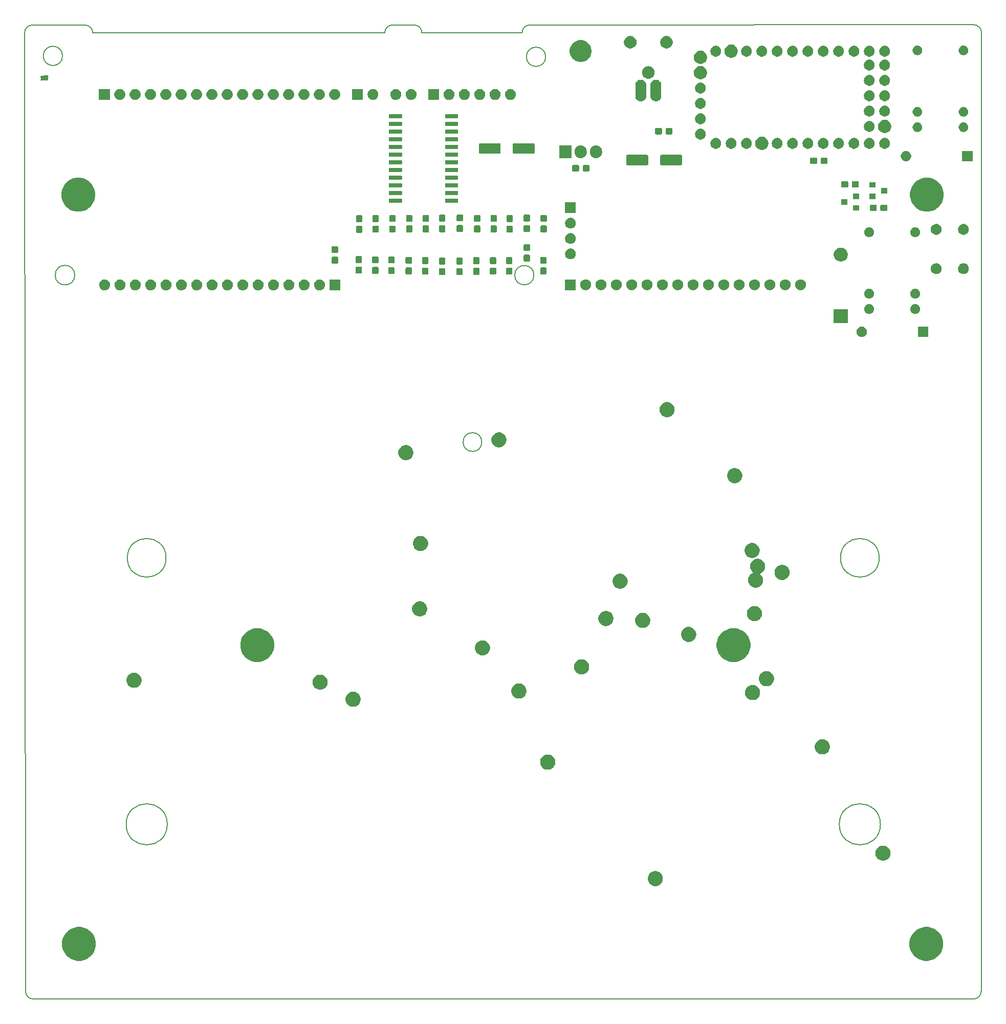
<source format=gts>
G04 #@! TF.GenerationSoftware,KiCad,Pcbnew,(5.1.5)-3*
G04 #@! TF.CreationDate,2020-08-17T08:43:26+02:00*
G04 #@! TF.ProjectId,carecasetester,63617265-6361-4736-9574-65737465722e,rev?*
G04 #@! TF.SameCoordinates,Original*
G04 #@! TF.FileFunction,Soldermask,Top*
G04 #@! TF.FilePolarity,Negative*
%FSLAX46Y46*%
G04 Gerber Fmt 4.6, Leading zero omitted, Abs format (unit mm)*
G04 Created by KiCad (PCBNEW (5.1.5)-3) date 2020-08-17 08:43:26*
%MOMM*%
%LPD*%
G04 APERTURE LIST*
G04 #@! TA.AperFunction,Profile*
%ADD10C,0.200000*%
G04 #@! TD*
%ADD11C,0.150000*%
G04 APERTURE END LIST*
D10*
X234040000Y-9300000D02*
X160610000Y-9330000D01*
X235330000Y-10590000D02*
X235290000Y-169120000D01*
X78440000Y-170400000D02*
X234000000Y-170410000D01*
X77000000Y-10640000D02*
X77150000Y-169110000D01*
X78290000Y-9350000D02*
X87000000Y-9350000D01*
X77000000Y-10640000D02*
G75*
G02X78290000Y-9350000I1290000J0D01*
G01*
X78440000Y-170400000D02*
G75*
G02X77150000Y-169110000I0J1290000D01*
G01*
X235290000Y-169120000D02*
G75*
G02X234000000Y-170410000I-1290000J0D01*
G01*
X234040000Y-9300000D02*
G75*
G02X235330000Y-10590000I0J-1290000D01*
G01*
X137890000Y-9330000D02*
X141450000Y-9330000D01*
X136600000Y-10620000D02*
X88290000Y-10640000D01*
X136600000Y-10620000D02*
G75*
G02X137890000Y-9330000I1290000J0D01*
G01*
X87000000Y-9350000D02*
G75*
G02X88290000Y-10640000I0J-1290000D01*
G01*
X142740000Y-10620000D02*
X159320000Y-10620000D01*
X159320000Y-10620000D02*
G75*
G02X160610000Y-9330000I1290000J0D01*
G01*
X141450000Y-9330000D02*
G75*
G02X142740000Y-10620000I0J-1290000D01*
G01*
X83280000Y-14450000D02*
G75*
G03X83280000Y-14450000I-1591897J0D01*
G01*
X163220000Y-14600000D02*
G75*
G03X163220000Y-14600000I-1590000J0D01*
G01*
X161280283Y-50710000D02*
G75*
G03X161280283Y-50710000I-1592180J0D01*
G01*
X85310123Y-50710000D02*
G75*
G03X85310123Y-50710000I-1622020J0D01*
G01*
X152660000Y-78311679D02*
G75*
G03X152660000Y-78311679I-1550000J0D01*
G01*
X100610000Y-141520000D02*
G75*
G03X100610000Y-141520000I-3400000J0D01*
G01*
X218610000Y-141520000D02*
G75*
G03X218610000Y-141520000I-3400000J0D01*
G01*
X218410000Y-97450000D02*
G75*
G03X218410000Y-97450000I-3200000J0D01*
G01*
X100410000Y-97450000D02*
G75*
G03X100410000Y-97450000I-3200000J0D01*
G01*
D11*
G36*
X227017021Y-158606640D02*
G01*
X227526769Y-158817785D01*
X227526771Y-158817786D01*
X227985534Y-159124321D01*
X228375679Y-159514466D01*
X228682214Y-159973229D01*
X228682215Y-159973231D01*
X228893360Y-160482979D01*
X229001000Y-161024124D01*
X229001000Y-161575876D01*
X228893360Y-162117021D01*
X228682215Y-162626769D01*
X228682214Y-162626771D01*
X228375679Y-163085534D01*
X227985534Y-163475679D01*
X227526771Y-163782214D01*
X227526770Y-163782215D01*
X227526769Y-163782215D01*
X227017021Y-163993360D01*
X226475876Y-164101000D01*
X225924124Y-164101000D01*
X225382979Y-163993360D01*
X224873231Y-163782215D01*
X224873230Y-163782215D01*
X224873229Y-163782214D01*
X224414466Y-163475679D01*
X224024321Y-163085534D01*
X223717786Y-162626771D01*
X223717785Y-162626769D01*
X223506640Y-162117021D01*
X223399000Y-161575876D01*
X223399000Y-161024124D01*
X223506640Y-160482979D01*
X223717785Y-159973231D01*
X223717786Y-159973229D01*
X224024321Y-159514466D01*
X224414466Y-159124321D01*
X224873229Y-158817786D01*
X224873231Y-158817785D01*
X225382979Y-158606640D01*
X225924124Y-158499000D01*
X226475876Y-158499000D01*
X227017021Y-158606640D01*
G37*
G36*
X86817021Y-158606640D02*
G01*
X87326769Y-158817785D01*
X87326771Y-158817786D01*
X87785534Y-159124321D01*
X88175679Y-159514466D01*
X88482214Y-159973229D01*
X88482215Y-159973231D01*
X88693360Y-160482979D01*
X88801000Y-161024124D01*
X88801000Y-161575876D01*
X88693360Y-162117021D01*
X88482215Y-162626769D01*
X88482214Y-162626771D01*
X88175679Y-163085534D01*
X87785534Y-163475679D01*
X87326771Y-163782214D01*
X87326770Y-163782215D01*
X87326769Y-163782215D01*
X86817021Y-163993360D01*
X86275876Y-164101000D01*
X85724124Y-164101000D01*
X85182979Y-163993360D01*
X84673231Y-163782215D01*
X84673230Y-163782215D01*
X84673229Y-163782214D01*
X84214466Y-163475679D01*
X83824321Y-163085534D01*
X83517786Y-162626771D01*
X83517785Y-162626769D01*
X83306640Y-162117021D01*
X83199000Y-161575876D01*
X83199000Y-161024124D01*
X83306640Y-160482979D01*
X83517785Y-159973231D01*
X83517786Y-159973229D01*
X83824321Y-159514466D01*
X84214466Y-159124321D01*
X84673229Y-158817786D01*
X84673231Y-158817785D01*
X85182979Y-158606640D01*
X85724124Y-158499000D01*
X86275876Y-158499000D01*
X86817021Y-158606640D01*
G37*
G36*
X181734610Y-149288036D02*
G01*
X181962095Y-149382264D01*
X181962097Y-149382265D01*
X182166828Y-149519062D01*
X182340938Y-149693172D01*
X182477736Y-149897905D01*
X182571964Y-150125390D01*
X182620000Y-150366884D01*
X182620000Y-150613116D01*
X182571964Y-150854610D01*
X182477736Y-151082095D01*
X182477735Y-151082097D01*
X182340938Y-151286828D01*
X182166828Y-151460938D01*
X181962097Y-151597735D01*
X181962096Y-151597736D01*
X181962095Y-151597736D01*
X181734610Y-151691964D01*
X181493116Y-151740000D01*
X181246884Y-151740000D01*
X181005390Y-151691964D01*
X180777905Y-151597736D01*
X180777904Y-151597736D01*
X180777903Y-151597735D01*
X180573172Y-151460938D01*
X180399062Y-151286828D01*
X180262265Y-151082097D01*
X180262264Y-151082095D01*
X180168036Y-150854610D01*
X180120000Y-150613116D01*
X180120000Y-150366884D01*
X180168036Y-150125390D01*
X180262264Y-149897905D01*
X180399062Y-149693172D01*
X180573172Y-149519062D01*
X180777903Y-149382265D01*
X180777905Y-149382264D01*
X181005390Y-149288036D01*
X181246884Y-149240000D01*
X181493116Y-149240000D01*
X181734610Y-149288036D01*
G37*
G36*
X219404610Y-145088036D02*
G01*
X219632095Y-145182264D01*
X219632097Y-145182265D01*
X219836828Y-145319062D01*
X220010938Y-145493172D01*
X220147736Y-145697905D01*
X220241964Y-145925390D01*
X220290000Y-146166884D01*
X220290000Y-146413116D01*
X220241964Y-146654610D01*
X220147736Y-146882095D01*
X220147735Y-146882097D01*
X220010938Y-147086828D01*
X219836828Y-147260938D01*
X219632097Y-147397735D01*
X219632096Y-147397736D01*
X219632095Y-147397736D01*
X219404610Y-147491964D01*
X219163116Y-147540000D01*
X218916884Y-147540000D01*
X218675390Y-147491964D01*
X218447905Y-147397736D01*
X218447904Y-147397736D01*
X218447903Y-147397735D01*
X218243172Y-147260938D01*
X218069062Y-147086828D01*
X217932265Y-146882097D01*
X217932264Y-146882095D01*
X217838036Y-146654610D01*
X217790000Y-146413116D01*
X217790000Y-146166884D01*
X217838036Y-145925390D01*
X217932264Y-145697905D01*
X218069062Y-145493172D01*
X218243172Y-145319062D01*
X218447903Y-145182265D01*
X218447905Y-145182264D01*
X218675390Y-145088036D01*
X218916884Y-145040000D01*
X219163116Y-145040000D01*
X219404610Y-145088036D01*
G37*
G36*
X163924610Y-130028036D02*
G01*
X164152095Y-130122264D01*
X164152097Y-130122265D01*
X164356828Y-130259062D01*
X164530938Y-130433172D01*
X164667736Y-130637905D01*
X164761964Y-130865390D01*
X164810000Y-131106884D01*
X164810000Y-131353116D01*
X164761964Y-131594610D01*
X164667736Y-131822095D01*
X164667735Y-131822097D01*
X164530938Y-132026828D01*
X164356828Y-132200938D01*
X164152097Y-132337735D01*
X164152096Y-132337736D01*
X164152095Y-132337736D01*
X163924610Y-132431964D01*
X163683116Y-132480000D01*
X163436884Y-132480000D01*
X163195390Y-132431964D01*
X162967905Y-132337736D01*
X162967904Y-132337736D01*
X162967903Y-132337735D01*
X162763172Y-132200938D01*
X162589062Y-132026828D01*
X162452265Y-131822097D01*
X162452264Y-131822095D01*
X162358036Y-131594610D01*
X162310000Y-131353116D01*
X162310000Y-131106884D01*
X162358036Y-130865390D01*
X162452264Y-130637905D01*
X162589062Y-130433172D01*
X162763172Y-130259062D01*
X162967903Y-130122265D01*
X162967905Y-130122264D01*
X163195390Y-130028036D01*
X163436884Y-129980000D01*
X163683116Y-129980000D01*
X163924610Y-130028036D01*
G37*
G36*
X209374610Y-127508036D02*
G01*
X209602095Y-127602264D01*
X209602097Y-127602265D01*
X209806828Y-127739062D01*
X209980938Y-127913172D01*
X210117736Y-128117905D01*
X210211964Y-128345390D01*
X210260000Y-128586884D01*
X210260000Y-128833116D01*
X210211964Y-129074610D01*
X210117736Y-129302095D01*
X210117735Y-129302097D01*
X209980938Y-129506828D01*
X209806828Y-129680938D01*
X209602097Y-129817735D01*
X209602096Y-129817736D01*
X209602095Y-129817736D01*
X209374610Y-129911964D01*
X209133116Y-129960000D01*
X208886884Y-129960000D01*
X208645390Y-129911964D01*
X208417905Y-129817736D01*
X208417904Y-129817736D01*
X208417903Y-129817735D01*
X208213172Y-129680938D01*
X208039062Y-129506828D01*
X207902265Y-129302097D01*
X207902264Y-129302095D01*
X207808036Y-129074610D01*
X207760000Y-128833116D01*
X207760000Y-128586884D01*
X207808036Y-128345390D01*
X207902264Y-128117905D01*
X208039062Y-127913172D01*
X208213172Y-127739062D01*
X208417903Y-127602265D01*
X208417905Y-127602264D01*
X208645390Y-127508036D01*
X208886884Y-127460000D01*
X209133116Y-127460000D01*
X209374610Y-127508036D01*
G37*
G36*
X131734610Y-119628036D02*
G01*
X131962095Y-119722264D01*
X131962097Y-119722265D01*
X132166828Y-119859062D01*
X132340938Y-120033172D01*
X132381990Y-120094610D01*
X132477736Y-120237905D01*
X132571964Y-120465390D01*
X132620000Y-120706884D01*
X132620000Y-120953116D01*
X132571964Y-121194610D01*
X132477736Y-121422095D01*
X132477735Y-121422097D01*
X132340938Y-121626828D01*
X132166828Y-121800938D01*
X131962097Y-121937735D01*
X131962096Y-121937736D01*
X131962095Y-121937736D01*
X131734610Y-122031964D01*
X131493116Y-122080000D01*
X131246884Y-122080000D01*
X131005390Y-122031964D01*
X130777905Y-121937736D01*
X130777904Y-121937736D01*
X130777903Y-121937735D01*
X130573172Y-121800938D01*
X130399062Y-121626828D01*
X130262265Y-121422097D01*
X130262264Y-121422095D01*
X130168036Y-121194610D01*
X130120000Y-120953116D01*
X130120000Y-120706884D01*
X130168036Y-120465390D01*
X130262264Y-120237905D01*
X130358011Y-120094610D01*
X130399062Y-120033172D01*
X130573172Y-119859062D01*
X130777903Y-119722265D01*
X130777905Y-119722264D01*
X131005390Y-119628036D01*
X131246884Y-119580000D01*
X131493116Y-119580000D01*
X131734610Y-119628036D01*
G37*
G36*
X197814610Y-118528036D02*
G01*
X198042095Y-118622264D01*
X198042097Y-118622265D01*
X198128503Y-118680000D01*
X198246828Y-118759062D01*
X198420938Y-118933172D01*
X198557736Y-119137905D01*
X198651964Y-119365390D01*
X198700000Y-119606884D01*
X198700000Y-119853116D01*
X198651964Y-120094610D01*
X198592609Y-120237905D01*
X198557735Y-120322097D01*
X198420938Y-120526828D01*
X198246828Y-120700938D01*
X198042097Y-120837735D01*
X198042096Y-120837736D01*
X198042095Y-120837736D01*
X197814610Y-120931964D01*
X197573116Y-120980000D01*
X197326884Y-120980000D01*
X197085390Y-120931964D01*
X196857905Y-120837736D01*
X196857904Y-120837736D01*
X196857903Y-120837735D01*
X196653172Y-120700938D01*
X196479062Y-120526828D01*
X196342265Y-120322097D01*
X196307391Y-120237905D01*
X196248036Y-120094610D01*
X196200000Y-119853116D01*
X196200000Y-119606884D01*
X196248036Y-119365390D01*
X196342264Y-119137905D01*
X196479062Y-118933172D01*
X196653172Y-118759062D01*
X196771497Y-118680000D01*
X196857903Y-118622265D01*
X196857905Y-118622264D01*
X197085390Y-118528036D01*
X197326884Y-118480000D01*
X197573116Y-118480000D01*
X197814610Y-118528036D01*
G37*
G36*
X159174610Y-118268036D02*
G01*
X159402095Y-118362264D01*
X159402097Y-118362265D01*
X159420574Y-118374611D01*
X159606828Y-118499062D01*
X159780938Y-118673172D01*
X159917736Y-118877905D01*
X160011964Y-119105390D01*
X160060000Y-119346884D01*
X160060000Y-119593116D01*
X160011964Y-119834610D01*
X159929716Y-120033172D01*
X159917735Y-120062097D01*
X159780938Y-120266828D01*
X159606828Y-120440938D01*
X159402097Y-120577735D01*
X159402096Y-120577736D01*
X159402095Y-120577736D01*
X159174610Y-120671964D01*
X158933116Y-120720000D01*
X158686884Y-120720000D01*
X158445390Y-120671964D01*
X158217905Y-120577736D01*
X158217904Y-120577736D01*
X158217903Y-120577735D01*
X158013172Y-120440938D01*
X157839062Y-120266828D01*
X157702265Y-120062097D01*
X157690284Y-120033172D01*
X157608036Y-119834610D01*
X157560000Y-119593116D01*
X157560000Y-119346884D01*
X157608036Y-119105390D01*
X157702264Y-118877905D01*
X157839062Y-118673172D01*
X158013172Y-118499062D01*
X158199426Y-118374611D01*
X158217903Y-118362265D01*
X158217905Y-118362264D01*
X158445390Y-118268036D01*
X158686884Y-118220000D01*
X158933116Y-118220000D01*
X159174610Y-118268036D01*
G37*
G36*
X126274610Y-116808036D02*
G01*
X126502095Y-116902264D01*
X126502097Y-116902265D01*
X126706828Y-117039062D01*
X126880938Y-117213172D01*
X126962602Y-117335390D01*
X127017736Y-117417905D01*
X127111964Y-117645390D01*
X127160000Y-117886884D01*
X127160000Y-118133116D01*
X127111964Y-118374610D01*
X127017736Y-118602095D01*
X127017735Y-118602097D01*
X126880938Y-118806828D01*
X126706828Y-118980938D01*
X126502097Y-119117735D01*
X126502096Y-119117736D01*
X126502095Y-119117736D01*
X126274610Y-119211964D01*
X126033116Y-119260000D01*
X125786884Y-119260000D01*
X125545390Y-119211964D01*
X125317905Y-119117736D01*
X125317904Y-119117736D01*
X125317903Y-119117735D01*
X125113172Y-118980938D01*
X124939062Y-118806828D01*
X124802265Y-118602097D01*
X124802264Y-118602095D01*
X124708036Y-118374610D01*
X124660000Y-118133116D01*
X124660000Y-117886884D01*
X124708036Y-117645390D01*
X124802264Y-117417905D01*
X124857399Y-117335390D01*
X124939062Y-117213172D01*
X125113172Y-117039062D01*
X125317903Y-116902265D01*
X125317905Y-116902264D01*
X125545390Y-116808036D01*
X125786884Y-116760000D01*
X126033116Y-116760000D01*
X126274610Y-116808036D01*
G37*
G36*
X95474610Y-116498036D02*
G01*
X95702095Y-116592264D01*
X95702097Y-116592265D01*
X95906828Y-116729062D01*
X96080938Y-116903172D01*
X96189329Y-117065390D01*
X96217736Y-117107905D01*
X96311964Y-117335390D01*
X96360000Y-117576884D01*
X96360000Y-117823116D01*
X96311964Y-118064610D01*
X96227701Y-118268037D01*
X96217735Y-118292097D01*
X96080938Y-118496828D01*
X95906828Y-118670938D01*
X95702097Y-118807735D01*
X95702096Y-118807736D01*
X95702095Y-118807736D01*
X95474610Y-118901964D01*
X95233116Y-118950000D01*
X94986884Y-118950000D01*
X94745390Y-118901964D01*
X94517905Y-118807736D01*
X94517904Y-118807736D01*
X94517903Y-118807735D01*
X94313172Y-118670938D01*
X94139062Y-118496828D01*
X94002265Y-118292097D01*
X93992299Y-118268037D01*
X93908036Y-118064610D01*
X93860000Y-117823116D01*
X93860000Y-117576884D01*
X93908036Y-117335390D01*
X94002264Y-117107905D01*
X94030672Y-117065390D01*
X94139062Y-116903172D01*
X94313172Y-116729062D01*
X94517903Y-116592265D01*
X94517905Y-116592264D01*
X94745390Y-116498036D01*
X94986884Y-116450000D01*
X95233116Y-116450000D01*
X95474610Y-116498036D01*
G37*
G36*
X200124610Y-116228036D02*
G01*
X200352095Y-116322264D01*
X200352097Y-116322265D01*
X200543266Y-116450000D01*
X200556828Y-116459062D01*
X200730938Y-116633172D01*
X200867736Y-116837905D01*
X200961964Y-117065390D01*
X201010000Y-117306884D01*
X201010000Y-117553116D01*
X200961964Y-117794610D01*
X200867736Y-118022095D01*
X200867735Y-118022097D01*
X200730938Y-118226828D01*
X200556828Y-118400938D01*
X200352097Y-118537735D01*
X200352096Y-118537736D01*
X200352095Y-118537736D01*
X200124610Y-118631964D01*
X199883116Y-118680000D01*
X199636884Y-118680000D01*
X199395390Y-118631964D01*
X199167905Y-118537736D01*
X199167904Y-118537736D01*
X199167903Y-118537735D01*
X198963172Y-118400938D01*
X198789062Y-118226828D01*
X198652265Y-118022097D01*
X198652264Y-118022095D01*
X198558036Y-117794610D01*
X198510000Y-117553116D01*
X198510000Y-117306884D01*
X198558036Y-117065390D01*
X198652264Y-116837905D01*
X198789062Y-116633172D01*
X198963172Y-116459062D01*
X198976734Y-116450000D01*
X199167903Y-116322265D01*
X199167905Y-116322264D01*
X199395390Y-116228036D01*
X199636884Y-116180000D01*
X199883116Y-116180000D01*
X200124610Y-116228036D01*
G37*
G36*
X169534610Y-114278036D02*
G01*
X169762095Y-114372264D01*
X169762097Y-114372265D01*
X169776988Y-114382215D01*
X169966828Y-114509062D01*
X170140938Y-114683172D01*
X170277736Y-114887905D01*
X170371964Y-115115390D01*
X170420000Y-115356884D01*
X170420000Y-115603116D01*
X170371964Y-115844610D01*
X170277736Y-116072095D01*
X170277735Y-116072097D01*
X170140938Y-116276828D01*
X169966828Y-116450938D01*
X169762097Y-116587735D01*
X169762096Y-116587736D01*
X169762095Y-116587736D01*
X169534610Y-116681964D01*
X169293116Y-116730000D01*
X169046884Y-116730000D01*
X168805390Y-116681964D01*
X168577905Y-116587736D01*
X168577904Y-116587736D01*
X168577903Y-116587735D01*
X168373172Y-116450938D01*
X168199062Y-116276828D01*
X168062265Y-116072097D01*
X168062264Y-116072095D01*
X167968036Y-115844610D01*
X167920000Y-115603116D01*
X167920000Y-115356884D01*
X167968036Y-115115390D01*
X168062264Y-114887905D01*
X168199062Y-114683172D01*
X168373172Y-114509062D01*
X168563012Y-114382215D01*
X168577903Y-114372265D01*
X168577905Y-114372264D01*
X168805390Y-114278036D01*
X169046884Y-114230000D01*
X169293116Y-114230000D01*
X169534610Y-114278036D01*
G37*
G36*
X195117021Y-109206640D02*
G01*
X195374211Y-109313172D01*
X195626771Y-109417786D01*
X196085534Y-109724321D01*
X196475679Y-110114466D01*
X196782214Y-110573229D01*
X196782215Y-110573231D01*
X196993360Y-111082979D01*
X197101000Y-111624124D01*
X197101000Y-112175876D01*
X196993360Y-112717021D01*
X196904273Y-112932095D01*
X196782214Y-113226771D01*
X196475679Y-113685534D01*
X196085534Y-114075679D01*
X195626771Y-114382214D01*
X195626770Y-114382215D01*
X195626769Y-114382215D01*
X195117021Y-114593360D01*
X194575876Y-114701000D01*
X194024124Y-114701000D01*
X193482979Y-114593360D01*
X192973231Y-114382215D01*
X192973230Y-114382215D01*
X192973229Y-114382214D01*
X192514466Y-114075679D01*
X192124321Y-113685534D01*
X191817786Y-113226771D01*
X191695727Y-112932095D01*
X191606640Y-112717021D01*
X191499000Y-112175876D01*
X191499000Y-111624124D01*
X191606640Y-111082979D01*
X191817785Y-110573231D01*
X191817786Y-110573229D01*
X192124321Y-110114466D01*
X192514466Y-109724321D01*
X192973229Y-109417786D01*
X193225789Y-109313172D01*
X193482979Y-109206640D01*
X194024124Y-109099000D01*
X194575876Y-109099000D01*
X195117021Y-109206640D01*
G37*
G36*
X116317021Y-109206640D02*
G01*
X116574211Y-109313172D01*
X116826771Y-109417786D01*
X117285534Y-109724321D01*
X117675679Y-110114466D01*
X117982214Y-110573229D01*
X117982215Y-110573231D01*
X118193360Y-111082979D01*
X118301000Y-111624124D01*
X118301000Y-112175876D01*
X118193360Y-112717021D01*
X118104273Y-112932095D01*
X117982214Y-113226771D01*
X117675679Y-113685534D01*
X117285534Y-114075679D01*
X116826771Y-114382214D01*
X116826770Y-114382215D01*
X116826769Y-114382215D01*
X116317021Y-114593360D01*
X115775876Y-114701000D01*
X115224124Y-114701000D01*
X114682979Y-114593360D01*
X114173231Y-114382215D01*
X114173230Y-114382215D01*
X114173229Y-114382214D01*
X113714466Y-114075679D01*
X113324321Y-113685534D01*
X113017786Y-113226771D01*
X112895727Y-112932095D01*
X112806640Y-112717021D01*
X112699000Y-112175876D01*
X112699000Y-111624124D01*
X112806640Y-111082979D01*
X113017785Y-110573231D01*
X113017786Y-110573229D01*
X113324321Y-110114466D01*
X113714466Y-109724321D01*
X114173229Y-109417786D01*
X114425789Y-109313172D01*
X114682979Y-109206640D01*
X115224124Y-109099000D01*
X115775876Y-109099000D01*
X116317021Y-109206640D01*
G37*
G36*
X153134610Y-111138036D02*
G01*
X153362095Y-111232264D01*
X153362097Y-111232265D01*
X153481373Y-111311963D01*
X153566828Y-111369062D01*
X153740938Y-111543172D01*
X153877736Y-111747905D01*
X153971964Y-111975390D01*
X154020000Y-112216884D01*
X154020000Y-112463116D01*
X153971964Y-112704610D01*
X153877736Y-112932095D01*
X153877735Y-112932097D01*
X153740938Y-113136828D01*
X153566828Y-113310938D01*
X153362097Y-113447735D01*
X153362096Y-113447736D01*
X153362095Y-113447736D01*
X153134610Y-113541964D01*
X152893116Y-113590000D01*
X152646884Y-113590000D01*
X152405390Y-113541964D01*
X152177905Y-113447736D01*
X152177904Y-113447736D01*
X152177903Y-113447735D01*
X151973172Y-113310938D01*
X151799062Y-113136828D01*
X151662265Y-112932097D01*
X151662264Y-112932095D01*
X151568036Y-112704610D01*
X151520000Y-112463116D01*
X151520000Y-112216884D01*
X151568036Y-111975390D01*
X151662264Y-111747905D01*
X151799062Y-111543172D01*
X151973172Y-111369062D01*
X152058627Y-111311963D01*
X152177903Y-111232265D01*
X152177905Y-111232264D01*
X152405390Y-111138036D01*
X152646884Y-111090000D01*
X152893116Y-111090000D01*
X153134610Y-111138036D01*
G37*
G36*
X187244610Y-108908036D02*
G01*
X187472095Y-109002264D01*
X187472097Y-109002265D01*
X187528571Y-109040000D01*
X187676828Y-109139062D01*
X187850938Y-109313172D01*
X187987736Y-109517905D01*
X188081964Y-109745390D01*
X188130000Y-109986884D01*
X188130000Y-110233116D01*
X188081964Y-110474610D01*
X187987736Y-110702095D01*
X187987735Y-110702097D01*
X187850938Y-110906828D01*
X187676828Y-111080938D01*
X187472097Y-111217735D01*
X187472096Y-111217736D01*
X187472095Y-111217736D01*
X187244610Y-111311964D01*
X187003116Y-111360000D01*
X186756884Y-111360000D01*
X186515390Y-111311964D01*
X186287905Y-111217736D01*
X186287904Y-111217736D01*
X186287903Y-111217735D01*
X186083172Y-111080938D01*
X185909062Y-110906828D01*
X185772265Y-110702097D01*
X185772264Y-110702095D01*
X185678036Y-110474610D01*
X185630000Y-110233116D01*
X185630000Y-109986884D01*
X185678036Y-109745390D01*
X185772264Y-109517905D01*
X185909062Y-109313172D01*
X186083172Y-109139062D01*
X186231429Y-109040000D01*
X186287903Y-109002265D01*
X186287905Y-109002264D01*
X186515390Y-108908036D01*
X186756884Y-108860000D01*
X187003116Y-108860000D01*
X187244610Y-108908036D01*
G37*
G36*
X179644610Y-106588036D02*
G01*
X179872095Y-106682264D01*
X179872097Y-106682265D01*
X180076828Y-106819062D01*
X180250938Y-106993172D01*
X180332602Y-107115390D01*
X180387736Y-107197905D01*
X180481964Y-107425390D01*
X180530000Y-107666884D01*
X180530000Y-107913116D01*
X180481964Y-108154610D01*
X180431339Y-108276828D01*
X180387735Y-108382097D01*
X180250938Y-108586828D01*
X180076828Y-108760938D01*
X179872097Y-108897735D01*
X179872096Y-108897736D01*
X179872095Y-108897736D01*
X179644610Y-108991964D01*
X179403116Y-109040000D01*
X179156884Y-109040000D01*
X178915390Y-108991964D01*
X178687905Y-108897736D01*
X178687904Y-108897736D01*
X178687903Y-108897735D01*
X178483172Y-108760938D01*
X178309062Y-108586828D01*
X178172265Y-108382097D01*
X178128661Y-108276828D01*
X178078036Y-108154610D01*
X178030000Y-107913116D01*
X178030000Y-107666884D01*
X178078036Y-107425390D01*
X178172264Y-107197905D01*
X178227399Y-107115390D01*
X178309062Y-106993172D01*
X178483172Y-106819062D01*
X178687903Y-106682265D01*
X178687905Y-106682264D01*
X178915390Y-106588036D01*
X179156884Y-106540000D01*
X179403116Y-106540000D01*
X179644610Y-106588036D01*
G37*
G36*
X173554610Y-106278036D02*
G01*
X173782095Y-106372264D01*
X173782097Y-106372265D01*
X173961435Y-106492095D01*
X173986828Y-106509062D01*
X174160938Y-106683172D01*
X174297736Y-106887905D01*
X174391964Y-107115390D01*
X174440000Y-107356884D01*
X174440000Y-107603116D01*
X174391964Y-107844610D01*
X174360736Y-107920000D01*
X174297735Y-108072097D01*
X174160938Y-108276828D01*
X173986828Y-108450938D01*
X173782097Y-108587735D01*
X173782096Y-108587736D01*
X173782095Y-108587736D01*
X173554610Y-108681964D01*
X173313116Y-108730000D01*
X173066884Y-108730000D01*
X172825390Y-108681964D01*
X172597905Y-108587736D01*
X172597904Y-108587736D01*
X172597903Y-108587735D01*
X172393172Y-108450938D01*
X172219062Y-108276828D01*
X172082265Y-108072097D01*
X172019264Y-107920000D01*
X171988036Y-107844610D01*
X171940000Y-107603116D01*
X171940000Y-107356884D01*
X171988036Y-107115390D01*
X172082264Y-106887905D01*
X172219062Y-106683172D01*
X172393172Y-106509062D01*
X172418565Y-106492095D01*
X172597903Y-106372265D01*
X172597905Y-106372264D01*
X172825390Y-106278036D01*
X173066884Y-106230000D01*
X173313116Y-106230000D01*
X173554610Y-106278036D01*
G37*
G36*
X198134610Y-105468036D02*
G01*
X198362095Y-105562264D01*
X198362097Y-105562265D01*
X198566828Y-105699062D01*
X198740938Y-105873172D01*
X198877736Y-106077905D01*
X198971964Y-106305390D01*
X199020000Y-106546884D01*
X199020000Y-106793116D01*
X198971964Y-107034610D01*
X198877736Y-107262095D01*
X198877735Y-107262097D01*
X198740938Y-107466828D01*
X198566828Y-107640938D01*
X198362097Y-107777735D01*
X198362096Y-107777736D01*
X198362095Y-107777736D01*
X198134610Y-107871964D01*
X197893116Y-107920000D01*
X197646884Y-107920000D01*
X197405390Y-107871964D01*
X197177905Y-107777736D01*
X197177904Y-107777736D01*
X197177903Y-107777735D01*
X196973172Y-107640938D01*
X196799062Y-107466828D01*
X196662265Y-107262097D01*
X196662264Y-107262095D01*
X196568036Y-107034610D01*
X196520000Y-106793116D01*
X196520000Y-106546884D01*
X196568036Y-106305390D01*
X196662264Y-106077905D01*
X196799062Y-105873172D01*
X196973172Y-105699062D01*
X197177903Y-105562265D01*
X197177905Y-105562264D01*
X197405390Y-105468036D01*
X197646884Y-105420000D01*
X197893116Y-105420000D01*
X198134610Y-105468036D01*
G37*
G36*
X142744610Y-104698036D02*
G01*
X142972095Y-104792264D01*
X142972097Y-104792265D01*
X143176828Y-104929062D01*
X143350938Y-105103172D01*
X143487736Y-105307905D01*
X143581964Y-105535390D01*
X143630000Y-105776884D01*
X143630000Y-106023116D01*
X143581964Y-106264610D01*
X143487736Y-106492095D01*
X143487735Y-106492097D01*
X143350938Y-106696828D01*
X143176828Y-106870938D01*
X142972097Y-107007735D01*
X142972096Y-107007736D01*
X142972095Y-107007736D01*
X142744610Y-107101964D01*
X142503116Y-107150000D01*
X142256884Y-107150000D01*
X142015390Y-107101964D01*
X141787905Y-107007736D01*
X141787904Y-107007736D01*
X141787903Y-107007735D01*
X141583172Y-106870938D01*
X141409062Y-106696828D01*
X141272265Y-106492097D01*
X141272264Y-106492095D01*
X141178036Y-106264610D01*
X141130000Y-106023116D01*
X141130000Y-105776884D01*
X141178036Y-105535390D01*
X141272264Y-105307905D01*
X141409062Y-105103172D01*
X141583172Y-104929062D01*
X141787903Y-104792265D01*
X141787905Y-104792264D01*
X142015390Y-104698036D01*
X142256884Y-104650000D01*
X142503116Y-104650000D01*
X142744610Y-104698036D01*
G37*
G36*
X175904610Y-100108036D02*
G01*
X176099117Y-100188604D01*
X176132097Y-100202265D01*
X176150574Y-100214611D01*
X176336828Y-100339062D01*
X176510938Y-100513172D01*
X176647736Y-100717905D01*
X176741964Y-100945390D01*
X176790000Y-101186884D01*
X176790000Y-101433116D01*
X176741964Y-101674610D01*
X176722294Y-101722097D01*
X176647735Y-101902097D01*
X176510938Y-102106828D01*
X176336828Y-102280938D01*
X176132097Y-102417735D01*
X176132096Y-102417736D01*
X176132095Y-102417736D01*
X175904610Y-102511964D01*
X175663116Y-102560000D01*
X175416884Y-102560000D01*
X175175390Y-102511964D01*
X174947905Y-102417736D01*
X174947904Y-102417736D01*
X174947903Y-102417735D01*
X174743172Y-102280938D01*
X174569062Y-102106828D01*
X174432265Y-101902097D01*
X174357706Y-101722097D01*
X174338036Y-101674610D01*
X174290000Y-101433116D01*
X174290000Y-101186884D01*
X174338036Y-100945390D01*
X174432264Y-100717905D01*
X174569062Y-100513172D01*
X174743172Y-100339062D01*
X174929426Y-100214611D01*
X174947903Y-100202265D01*
X174980883Y-100188604D01*
X175175390Y-100108036D01*
X175416884Y-100060000D01*
X175663116Y-100060000D01*
X175904610Y-100108036D01*
G37*
G36*
X198664610Y-97648036D02*
G01*
X198892095Y-97742264D01*
X198892097Y-97742265D01*
X199096828Y-97879062D01*
X199270938Y-98053172D01*
X199407736Y-98257905D01*
X199501964Y-98485390D01*
X199550000Y-98726884D01*
X199550000Y-98973116D01*
X199501964Y-99214610D01*
X199407736Y-99442095D01*
X199407735Y-99442097D01*
X199270938Y-99646828D01*
X199096828Y-99820938D01*
X198892097Y-99957735D01*
X198826922Y-99984732D01*
X198805311Y-99996284D01*
X198786370Y-100011829D01*
X198770825Y-100030771D01*
X198759274Y-100052382D01*
X198752161Y-100075831D01*
X198749759Y-100100217D01*
X198752161Y-100124603D01*
X198759274Y-100148052D01*
X198770826Y-100169663D01*
X198786370Y-100188604D01*
X198930938Y-100333172D01*
X199067736Y-100537905D01*
X199161964Y-100765390D01*
X199210000Y-101006884D01*
X199210000Y-101253116D01*
X199161964Y-101494610D01*
X199067736Y-101722095D01*
X199067735Y-101722097D01*
X198930938Y-101926828D01*
X198756828Y-102100938D01*
X198552097Y-102237735D01*
X198552096Y-102237736D01*
X198552095Y-102237736D01*
X198324610Y-102331964D01*
X198083116Y-102380000D01*
X197836884Y-102380000D01*
X197595390Y-102331964D01*
X197367905Y-102237736D01*
X197367904Y-102237736D01*
X197367903Y-102237735D01*
X197163172Y-102100938D01*
X196989062Y-101926828D01*
X196852265Y-101722097D01*
X196852264Y-101722095D01*
X196758036Y-101494610D01*
X196710000Y-101253116D01*
X196710000Y-101006884D01*
X196758036Y-100765390D01*
X196852264Y-100537905D01*
X196989062Y-100333172D01*
X197163172Y-100159062D01*
X197367903Y-100022265D01*
X197433078Y-99995268D01*
X197454689Y-99983716D01*
X197473630Y-99968171D01*
X197489175Y-99949229D01*
X197500726Y-99927618D01*
X197507839Y-99904169D01*
X197510241Y-99879783D01*
X197507839Y-99855397D01*
X197500726Y-99831948D01*
X197489174Y-99810337D01*
X197473630Y-99791396D01*
X197329062Y-99646828D01*
X197192265Y-99442097D01*
X197192264Y-99442095D01*
X197098036Y-99214610D01*
X197050000Y-98973116D01*
X197050000Y-98726884D01*
X197098036Y-98485390D01*
X197192264Y-98257905D01*
X197329062Y-98053172D01*
X197503172Y-97879062D01*
X197707903Y-97742265D01*
X197707905Y-97742264D01*
X197935390Y-97648036D01*
X198176884Y-97600000D01*
X198423116Y-97600000D01*
X198664610Y-97648036D01*
G37*
G36*
X202704610Y-98648036D02*
G01*
X202894969Y-98726886D01*
X202932097Y-98742265D01*
X203136828Y-98879062D01*
X203310938Y-99053172D01*
X203418808Y-99214610D01*
X203447736Y-99257905D01*
X203541964Y-99485390D01*
X203590000Y-99726884D01*
X203590000Y-99973116D01*
X203541964Y-100214610D01*
X203490414Y-100339062D01*
X203447735Y-100442097D01*
X203310938Y-100646828D01*
X203136828Y-100820938D01*
X202932097Y-100957735D01*
X202932096Y-100957736D01*
X202932095Y-100957736D01*
X202704610Y-101051964D01*
X202463116Y-101100000D01*
X202216884Y-101100000D01*
X201975390Y-101051964D01*
X201747905Y-100957736D01*
X201747904Y-100957736D01*
X201747903Y-100957735D01*
X201543172Y-100820938D01*
X201369062Y-100646828D01*
X201232265Y-100442097D01*
X201189586Y-100339062D01*
X201138036Y-100214610D01*
X201090000Y-99973116D01*
X201090000Y-99726884D01*
X201138036Y-99485390D01*
X201232264Y-99257905D01*
X201261193Y-99214610D01*
X201369062Y-99053172D01*
X201543172Y-98879062D01*
X201747903Y-98742265D01*
X201785031Y-98726886D01*
X201975390Y-98648036D01*
X202216884Y-98600000D01*
X202463116Y-98600000D01*
X202704610Y-98648036D01*
G37*
G36*
X197744610Y-95028036D02*
G01*
X197972095Y-95122264D01*
X197972097Y-95122265D01*
X198078130Y-95193114D01*
X198176828Y-95259062D01*
X198350938Y-95433172D01*
X198487736Y-95637905D01*
X198581964Y-95865390D01*
X198630000Y-96106884D01*
X198630000Y-96353116D01*
X198581964Y-96594610D01*
X198487736Y-96822095D01*
X198487735Y-96822097D01*
X198350938Y-97026828D01*
X198176828Y-97200938D01*
X197972097Y-97337735D01*
X197972096Y-97337736D01*
X197972095Y-97337736D01*
X197744610Y-97431964D01*
X197503116Y-97480000D01*
X197256884Y-97480000D01*
X197015390Y-97431964D01*
X196787905Y-97337736D01*
X196787904Y-97337736D01*
X196787903Y-97337735D01*
X196583172Y-97200938D01*
X196409062Y-97026828D01*
X196272265Y-96822097D01*
X196272264Y-96822095D01*
X196178036Y-96594610D01*
X196130000Y-96353116D01*
X196130000Y-96106884D01*
X196178036Y-95865390D01*
X196272264Y-95637905D01*
X196409062Y-95433172D01*
X196583172Y-95259062D01*
X196681870Y-95193114D01*
X196787903Y-95122265D01*
X196787905Y-95122264D01*
X197015390Y-95028036D01*
X197256884Y-94980000D01*
X197503116Y-94980000D01*
X197744610Y-95028036D01*
G37*
G36*
X142874610Y-93868036D02*
G01*
X143102095Y-93962264D01*
X143102097Y-93962265D01*
X143306828Y-94099062D01*
X143480938Y-94273172D01*
X143617736Y-94477905D01*
X143711964Y-94705390D01*
X143760000Y-94946884D01*
X143760000Y-95193116D01*
X143711964Y-95434610D01*
X143627757Y-95637903D01*
X143617735Y-95662097D01*
X143480938Y-95866828D01*
X143306828Y-96040938D01*
X143102097Y-96177735D01*
X143102096Y-96177736D01*
X143102095Y-96177736D01*
X142874610Y-96271964D01*
X142633116Y-96320000D01*
X142386884Y-96320000D01*
X142145390Y-96271964D01*
X141917905Y-96177736D01*
X141917904Y-96177736D01*
X141917903Y-96177735D01*
X141713172Y-96040938D01*
X141539062Y-95866828D01*
X141402265Y-95662097D01*
X141392243Y-95637903D01*
X141308036Y-95434610D01*
X141260000Y-95193116D01*
X141260000Y-94946884D01*
X141308036Y-94705390D01*
X141402264Y-94477905D01*
X141539062Y-94273172D01*
X141713172Y-94099062D01*
X141917903Y-93962265D01*
X141917905Y-93962264D01*
X142145390Y-93868036D01*
X142386884Y-93820000D01*
X142633116Y-93820000D01*
X142874610Y-93868036D01*
G37*
G36*
X194864610Y-82658036D02*
G01*
X195092095Y-82752264D01*
X195092097Y-82752265D01*
X195296828Y-82889062D01*
X195470938Y-83063172D01*
X195607736Y-83267905D01*
X195701964Y-83495390D01*
X195750000Y-83736884D01*
X195750000Y-83983116D01*
X195701964Y-84224610D01*
X195607736Y-84452095D01*
X195607735Y-84452097D01*
X195470938Y-84656828D01*
X195296828Y-84830938D01*
X195092097Y-84967735D01*
X195092096Y-84967736D01*
X195092095Y-84967736D01*
X194864610Y-85061964D01*
X194623116Y-85110000D01*
X194376884Y-85110000D01*
X194135390Y-85061964D01*
X193907905Y-84967736D01*
X193907904Y-84967736D01*
X193907903Y-84967735D01*
X193703172Y-84830938D01*
X193529062Y-84656828D01*
X193392265Y-84452097D01*
X193392264Y-84452095D01*
X193298036Y-84224610D01*
X193250000Y-83983116D01*
X193250000Y-83736884D01*
X193298036Y-83495390D01*
X193392264Y-83267905D01*
X193529062Y-83063172D01*
X193703172Y-82889062D01*
X193907903Y-82752265D01*
X193907905Y-82752264D01*
X194135390Y-82658036D01*
X194376884Y-82610000D01*
X194623116Y-82610000D01*
X194864610Y-82658036D01*
G37*
G36*
X140454610Y-78858036D02*
G01*
X140682095Y-78952264D01*
X140682097Y-78952265D01*
X140824978Y-79047735D01*
X140886828Y-79089062D01*
X141060938Y-79263172D01*
X141197736Y-79467905D01*
X141291964Y-79695390D01*
X141340000Y-79936884D01*
X141340000Y-80183116D01*
X141291964Y-80424610D01*
X141197736Y-80652095D01*
X141197735Y-80652097D01*
X141060938Y-80856828D01*
X140886828Y-81030938D01*
X140682097Y-81167735D01*
X140682096Y-81167736D01*
X140682095Y-81167736D01*
X140454610Y-81261964D01*
X140213116Y-81310000D01*
X139966884Y-81310000D01*
X139725390Y-81261964D01*
X139497905Y-81167736D01*
X139497904Y-81167736D01*
X139497903Y-81167735D01*
X139293172Y-81030938D01*
X139119062Y-80856828D01*
X138982265Y-80652097D01*
X138982264Y-80652095D01*
X138888036Y-80424610D01*
X138840000Y-80183116D01*
X138840000Y-79936884D01*
X138888036Y-79695390D01*
X138982264Y-79467905D01*
X139119062Y-79263172D01*
X139293172Y-79089062D01*
X139355022Y-79047735D01*
X139497903Y-78952265D01*
X139497905Y-78952264D01*
X139725390Y-78858036D01*
X139966884Y-78810000D01*
X140213116Y-78810000D01*
X140454610Y-78858036D01*
G37*
G36*
X155854610Y-76738036D02*
G01*
X156082095Y-76832264D01*
X156082097Y-76832265D01*
X156286828Y-76969062D01*
X156460938Y-77143172D01*
X156597736Y-77347905D01*
X156691964Y-77575390D01*
X156740000Y-77816884D01*
X156740000Y-78063116D01*
X156691964Y-78304610D01*
X156597736Y-78532095D01*
X156597735Y-78532097D01*
X156460938Y-78736828D01*
X156286828Y-78910938D01*
X156082097Y-79047735D01*
X156082096Y-79047736D01*
X156082095Y-79047736D01*
X155854610Y-79141964D01*
X155613116Y-79190000D01*
X155366884Y-79190000D01*
X155125390Y-79141964D01*
X154897905Y-79047736D01*
X154897904Y-79047736D01*
X154897903Y-79047735D01*
X154693172Y-78910938D01*
X154519062Y-78736828D01*
X154382265Y-78532097D01*
X154382264Y-78532095D01*
X154288036Y-78304610D01*
X154240000Y-78063116D01*
X154240000Y-77816884D01*
X154288036Y-77575390D01*
X154382264Y-77347905D01*
X154519062Y-77143172D01*
X154693172Y-76969062D01*
X154897903Y-76832265D01*
X154897905Y-76832264D01*
X155125390Y-76738036D01*
X155366884Y-76690000D01*
X155613116Y-76690000D01*
X155854610Y-76738036D01*
G37*
G36*
X183674610Y-71748036D02*
G01*
X183902095Y-71842264D01*
X183902097Y-71842265D01*
X184106828Y-71979062D01*
X184280938Y-72153172D01*
X184417736Y-72357905D01*
X184511964Y-72585390D01*
X184560000Y-72826884D01*
X184560000Y-73073116D01*
X184511964Y-73314610D01*
X184417736Y-73542095D01*
X184417735Y-73542097D01*
X184280938Y-73746828D01*
X184106828Y-73920938D01*
X183902097Y-74057735D01*
X183902096Y-74057736D01*
X183902095Y-74057736D01*
X183674610Y-74151964D01*
X183433116Y-74200000D01*
X183186884Y-74200000D01*
X182945390Y-74151964D01*
X182717905Y-74057736D01*
X182717904Y-74057736D01*
X182717903Y-74057735D01*
X182513172Y-73920938D01*
X182339062Y-73746828D01*
X182202265Y-73542097D01*
X182202264Y-73542095D01*
X182108036Y-73314610D01*
X182060000Y-73073116D01*
X182060000Y-72826884D01*
X182108036Y-72585390D01*
X182202264Y-72357905D01*
X182339062Y-72153172D01*
X182513172Y-71979062D01*
X182717903Y-71842265D01*
X182717905Y-71842264D01*
X182945390Y-71748036D01*
X183186884Y-71700000D01*
X183433116Y-71700000D01*
X183674610Y-71748036D01*
G37*
G36*
X226531000Y-60921000D02*
G01*
X224829000Y-60921000D01*
X224829000Y-59219000D01*
X226531000Y-59219000D01*
X226531000Y-60921000D01*
G37*
G36*
X215768228Y-59251703D02*
G01*
X215923100Y-59315853D01*
X216062481Y-59408985D01*
X216181015Y-59527519D01*
X216274147Y-59666900D01*
X216338297Y-59821772D01*
X216371000Y-59986184D01*
X216371000Y-60153816D01*
X216338297Y-60318228D01*
X216274147Y-60473100D01*
X216181015Y-60612481D01*
X216062481Y-60731015D01*
X215923100Y-60824147D01*
X215768228Y-60888297D01*
X215603816Y-60921000D01*
X215436184Y-60921000D01*
X215271772Y-60888297D01*
X215116900Y-60824147D01*
X214977519Y-60731015D01*
X214858985Y-60612481D01*
X214765853Y-60473100D01*
X214701703Y-60318228D01*
X214669000Y-60153816D01*
X214669000Y-59986184D01*
X214701703Y-59821772D01*
X214765853Y-59666900D01*
X214858985Y-59527519D01*
X214977519Y-59408985D01*
X215116900Y-59315853D01*
X215271772Y-59251703D01*
X215436184Y-59219000D01*
X215603816Y-59219000D01*
X215768228Y-59251703D01*
G37*
G36*
X213201000Y-58611000D02*
G01*
X210899000Y-58611000D01*
X210899000Y-56309000D01*
X213201000Y-56309000D01*
X213201000Y-58611000D01*
G37*
G36*
X216973642Y-55539781D02*
G01*
X217119414Y-55600162D01*
X217119416Y-55600163D01*
X217250608Y-55687822D01*
X217362178Y-55799392D01*
X217449837Y-55930584D01*
X217449838Y-55930586D01*
X217510219Y-56076358D01*
X217541000Y-56231107D01*
X217541000Y-56388893D01*
X217510219Y-56543642D01*
X217449838Y-56689414D01*
X217449837Y-56689416D01*
X217362178Y-56820608D01*
X217250608Y-56932178D01*
X217119416Y-57019837D01*
X217119415Y-57019838D01*
X217119414Y-57019838D01*
X216973642Y-57080219D01*
X216818893Y-57111000D01*
X216661107Y-57111000D01*
X216506358Y-57080219D01*
X216360586Y-57019838D01*
X216360585Y-57019838D01*
X216360584Y-57019837D01*
X216229392Y-56932178D01*
X216117822Y-56820608D01*
X216030163Y-56689416D01*
X216030162Y-56689414D01*
X215969781Y-56543642D01*
X215939000Y-56388893D01*
X215939000Y-56231107D01*
X215969781Y-56076358D01*
X216030162Y-55930586D01*
X216030163Y-55930584D01*
X216117822Y-55799392D01*
X216229392Y-55687822D01*
X216360584Y-55600163D01*
X216360586Y-55600162D01*
X216506358Y-55539781D01*
X216661107Y-55509000D01*
X216818893Y-55509000D01*
X216973642Y-55539781D01*
G37*
G36*
X224593642Y-55539781D02*
G01*
X224739414Y-55600162D01*
X224739416Y-55600163D01*
X224870608Y-55687822D01*
X224982178Y-55799392D01*
X225069837Y-55930584D01*
X225069838Y-55930586D01*
X225130219Y-56076358D01*
X225161000Y-56231107D01*
X225161000Y-56388893D01*
X225130219Y-56543642D01*
X225069838Y-56689414D01*
X225069837Y-56689416D01*
X224982178Y-56820608D01*
X224870608Y-56932178D01*
X224739416Y-57019837D01*
X224739415Y-57019838D01*
X224739414Y-57019838D01*
X224593642Y-57080219D01*
X224438893Y-57111000D01*
X224281107Y-57111000D01*
X224126358Y-57080219D01*
X223980586Y-57019838D01*
X223980585Y-57019838D01*
X223980584Y-57019837D01*
X223849392Y-56932178D01*
X223737822Y-56820608D01*
X223650163Y-56689416D01*
X223650162Y-56689414D01*
X223589781Y-56543642D01*
X223559000Y-56388893D01*
X223559000Y-56231107D01*
X223589781Y-56076358D01*
X223650162Y-55930586D01*
X223650163Y-55930584D01*
X223737822Y-55799392D01*
X223849392Y-55687822D01*
X223980584Y-55600163D01*
X223980586Y-55600162D01*
X224126358Y-55539781D01*
X224281107Y-55509000D01*
X224438893Y-55509000D01*
X224593642Y-55539781D01*
G37*
G36*
X224593642Y-52999781D02*
G01*
X224739414Y-53060162D01*
X224739416Y-53060163D01*
X224870608Y-53147822D01*
X224982178Y-53259392D01*
X225069837Y-53390584D01*
X225069838Y-53390586D01*
X225130219Y-53536358D01*
X225161000Y-53691107D01*
X225161000Y-53848893D01*
X225130219Y-54003642D01*
X225069838Y-54149414D01*
X225069837Y-54149416D01*
X224982178Y-54280608D01*
X224870608Y-54392178D01*
X224739416Y-54479837D01*
X224739415Y-54479838D01*
X224739414Y-54479838D01*
X224593642Y-54540219D01*
X224438893Y-54571000D01*
X224281107Y-54571000D01*
X224126358Y-54540219D01*
X223980586Y-54479838D01*
X223980585Y-54479838D01*
X223980584Y-54479837D01*
X223849392Y-54392178D01*
X223737822Y-54280608D01*
X223650163Y-54149416D01*
X223650162Y-54149414D01*
X223589781Y-54003642D01*
X223559000Y-53848893D01*
X223559000Y-53691107D01*
X223589781Y-53536358D01*
X223650162Y-53390586D01*
X223650163Y-53390584D01*
X223737822Y-53259392D01*
X223849392Y-53147822D01*
X223980584Y-53060163D01*
X223980586Y-53060162D01*
X224126358Y-52999781D01*
X224281107Y-52969000D01*
X224438893Y-52969000D01*
X224593642Y-52999781D01*
G37*
G36*
X216973642Y-52999781D02*
G01*
X217119414Y-53060162D01*
X217119416Y-53060163D01*
X217250608Y-53147822D01*
X217362178Y-53259392D01*
X217449837Y-53390584D01*
X217449838Y-53390586D01*
X217510219Y-53536358D01*
X217541000Y-53691107D01*
X217541000Y-53848893D01*
X217510219Y-54003642D01*
X217449838Y-54149414D01*
X217449837Y-54149416D01*
X217362178Y-54280608D01*
X217250608Y-54392178D01*
X217119416Y-54479837D01*
X217119415Y-54479838D01*
X217119414Y-54479838D01*
X216973642Y-54540219D01*
X216818893Y-54571000D01*
X216661107Y-54571000D01*
X216506358Y-54540219D01*
X216360586Y-54479838D01*
X216360585Y-54479838D01*
X216360584Y-54479837D01*
X216229392Y-54392178D01*
X216117822Y-54280608D01*
X216030163Y-54149416D01*
X216030162Y-54149414D01*
X215969781Y-54003642D01*
X215939000Y-53848893D01*
X215939000Y-53691107D01*
X215969781Y-53536358D01*
X216030162Y-53390586D01*
X216030163Y-53390584D01*
X216117822Y-53259392D01*
X216229392Y-53147822D01*
X216360584Y-53060163D01*
X216360586Y-53060162D01*
X216506358Y-52999781D01*
X216661107Y-52969000D01*
X216818893Y-52969000D01*
X216973642Y-52999781D01*
G37*
G36*
X108133512Y-51413927D02*
G01*
X108282812Y-51443624D01*
X108446784Y-51511544D01*
X108594354Y-51610147D01*
X108719853Y-51735646D01*
X108818456Y-51883216D01*
X108886376Y-52047188D01*
X108921000Y-52221259D01*
X108921000Y-52398741D01*
X108886376Y-52572812D01*
X108818456Y-52736784D01*
X108719853Y-52884354D01*
X108594354Y-53009853D01*
X108446784Y-53108456D01*
X108282812Y-53176376D01*
X108133512Y-53206073D01*
X108108742Y-53211000D01*
X107931258Y-53211000D01*
X107906488Y-53206073D01*
X107757188Y-53176376D01*
X107593216Y-53108456D01*
X107445646Y-53009853D01*
X107320147Y-52884354D01*
X107221544Y-52736784D01*
X107153624Y-52572812D01*
X107119000Y-52398741D01*
X107119000Y-52221259D01*
X107153624Y-52047188D01*
X107221544Y-51883216D01*
X107320147Y-51735646D01*
X107445646Y-51610147D01*
X107593216Y-51511544D01*
X107757188Y-51443624D01*
X107906488Y-51413927D01*
X107931258Y-51409000D01*
X108108742Y-51409000D01*
X108133512Y-51413927D01*
G37*
G36*
X92893512Y-51413927D02*
G01*
X93042812Y-51443624D01*
X93206784Y-51511544D01*
X93354354Y-51610147D01*
X93479853Y-51735646D01*
X93578456Y-51883216D01*
X93646376Y-52047188D01*
X93681000Y-52221259D01*
X93681000Y-52398741D01*
X93646376Y-52572812D01*
X93578456Y-52736784D01*
X93479853Y-52884354D01*
X93354354Y-53009853D01*
X93206784Y-53108456D01*
X93042812Y-53176376D01*
X92893512Y-53206073D01*
X92868742Y-53211000D01*
X92691258Y-53211000D01*
X92666488Y-53206073D01*
X92517188Y-53176376D01*
X92353216Y-53108456D01*
X92205646Y-53009853D01*
X92080147Y-52884354D01*
X91981544Y-52736784D01*
X91913624Y-52572812D01*
X91879000Y-52398741D01*
X91879000Y-52221259D01*
X91913624Y-52047188D01*
X91981544Y-51883216D01*
X92080147Y-51735646D01*
X92205646Y-51610147D01*
X92353216Y-51511544D01*
X92517188Y-51443624D01*
X92666488Y-51413927D01*
X92691258Y-51409000D01*
X92868742Y-51409000D01*
X92893512Y-51413927D01*
G37*
G36*
X95433512Y-51413927D02*
G01*
X95582812Y-51443624D01*
X95746784Y-51511544D01*
X95894354Y-51610147D01*
X96019853Y-51735646D01*
X96118456Y-51883216D01*
X96186376Y-52047188D01*
X96221000Y-52221259D01*
X96221000Y-52398741D01*
X96186376Y-52572812D01*
X96118456Y-52736784D01*
X96019853Y-52884354D01*
X95894354Y-53009853D01*
X95746784Y-53108456D01*
X95582812Y-53176376D01*
X95433512Y-53206073D01*
X95408742Y-53211000D01*
X95231258Y-53211000D01*
X95206488Y-53206073D01*
X95057188Y-53176376D01*
X94893216Y-53108456D01*
X94745646Y-53009853D01*
X94620147Y-52884354D01*
X94521544Y-52736784D01*
X94453624Y-52572812D01*
X94419000Y-52398741D01*
X94419000Y-52221259D01*
X94453624Y-52047188D01*
X94521544Y-51883216D01*
X94620147Y-51735646D01*
X94745646Y-51610147D01*
X94893216Y-51511544D01*
X95057188Y-51443624D01*
X95206488Y-51413927D01*
X95231258Y-51409000D01*
X95408742Y-51409000D01*
X95433512Y-51413927D01*
G37*
G36*
X97973512Y-51413927D02*
G01*
X98122812Y-51443624D01*
X98286784Y-51511544D01*
X98434354Y-51610147D01*
X98559853Y-51735646D01*
X98658456Y-51883216D01*
X98726376Y-52047188D01*
X98761000Y-52221259D01*
X98761000Y-52398741D01*
X98726376Y-52572812D01*
X98658456Y-52736784D01*
X98559853Y-52884354D01*
X98434354Y-53009853D01*
X98286784Y-53108456D01*
X98122812Y-53176376D01*
X97973512Y-53206073D01*
X97948742Y-53211000D01*
X97771258Y-53211000D01*
X97746488Y-53206073D01*
X97597188Y-53176376D01*
X97433216Y-53108456D01*
X97285646Y-53009853D01*
X97160147Y-52884354D01*
X97061544Y-52736784D01*
X96993624Y-52572812D01*
X96959000Y-52398741D01*
X96959000Y-52221259D01*
X96993624Y-52047188D01*
X97061544Y-51883216D01*
X97160147Y-51735646D01*
X97285646Y-51610147D01*
X97433216Y-51511544D01*
X97597188Y-51443624D01*
X97746488Y-51413927D01*
X97771258Y-51409000D01*
X97948742Y-51409000D01*
X97973512Y-51413927D01*
G37*
G36*
X100513512Y-51413927D02*
G01*
X100662812Y-51443624D01*
X100826784Y-51511544D01*
X100974354Y-51610147D01*
X101099853Y-51735646D01*
X101198456Y-51883216D01*
X101266376Y-52047188D01*
X101301000Y-52221259D01*
X101301000Y-52398741D01*
X101266376Y-52572812D01*
X101198456Y-52736784D01*
X101099853Y-52884354D01*
X100974354Y-53009853D01*
X100826784Y-53108456D01*
X100662812Y-53176376D01*
X100513512Y-53206073D01*
X100488742Y-53211000D01*
X100311258Y-53211000D01*
X100286488Y-53206073D01*
X100137188Y-53176376D01*
X99973216Y-53108456D01*
X99825646Y-53009853D01*
X99700147Y-52884354D01*
X99601544Y-52736784D01*
X99533624Y-52572812D01*
X99499000Y-52398741D01*
X99499000Y-52221259D01*
X99533624Y-52047188D01*
X99601544Y-51883216D01*
X99700147Y-51735646D01*
X99825646Y-51610147D01*
X99973216Y-51511544D01*
X100137188Y-51443624D01*
X100286488Y-51413927D01*
X100311258Y-51409000D01*
X100488742Y-51409000D01*
X100513512Y-51413927D01*
G37*
G36*
X103053512Y-51413927D02*
G01*
X103202812Y-51443624D01*
X103366784Y-51511544D01*
X103514354Y-51610147D01*
X103639853Y-51735646D01*
X103738456Y-51883216D01*
X103806376Y-52047188D01*
X103841000Y-52221259D01*
X103841000Y-52398741D01*
X103806376Y-52572812D01*
X103738456Y-52736784D01*
X103639853Y-52884354D01*
X103514354Y-53009853D01*
X103366784Y-53108456D01*
X103202812Y-53176376D01*
X103053512Y-53206073D01*
X103028742Y-53211000D01*
X102851258Y-53211000D01*
X102826488Y-53206073D01*
X102677188Y-53176376D01*
X102513216Y-53108456D01*
X102365646Y-53009853D01*
X102240147Y-52884354D01*
X102141544Y-52736784D01*
X102073624Y-52572812D01*
X102039000Y-52398741D01*
X102039000Y-52221259D01*
X102073624Y-52047188D01*
X102141544Y-51883216D01*
X102240147Y-51735646D01*
X102365646Y-51610147D01*
X102513216Y-51511544D01*
X102677188Y-51443624D01*
X102826488Y-51413927D01*
X102851258Y-51409000D01*
X103028742Y-51409000D01*
X103053512Y-51413927D01*
G37*
G36*
X105593512Y-51413927D02*
G01*
X105742812Y-51443624D01*
X105906784Y-51511544D01*
X106054354Y-51610147D01*
X106179853Y-51735646D01*
X106278456Y-51883216D01*
X106346376Y-52047188D01*
X106381000Y-52221259D01*
X106381000Y-52398741D01*
X106346376Y-52572812D01*
X106278456Y-52736784D01*
X106179853Y-52884354D01*
X106054354Y-53009853D01*
X105906784Y-53108456D01*
X105742812Y-53176376D01*
X105593512Y-53206073D01*
X105568742Y-53211000D01*
X105391258Y-53211000D01*
X105366488Y-53206073D01*
X105217188Y-53176376D01*
X105053216Y-53108456D01*
X104905646Y-53009853D01*
X104780147Y-52884354D01*
X104681544Y-52736784D01*
X104613624Y-52572812D01*
X104579000Y-52398741D01*
X104579000Y-52221259D01*
X104613624Y-52047188D01*
X104681544Y-51883216D01*
X104780147Y-51735646D01*
X104905646Y-51610147D01*
X105053216Y-51511544D01*
X105217188Y-51443624D01*
X105366488Y-51413927D01*
X105391258Y-51409000D01*
X105568742Y-51409000D01*
X105593512Y-51413927D01*
G37*
G36*
X110673512Y-51413927D02*
G01*
X110822812Y-51443624D01*
X110986784Y-51511544D01*
X111134354Y-51610147D01*
X111259853Y-51735646D01*
X111358456Y-51883216D01*
X111426376Y-52047188D01*
X111461000Y-52221259D01*
X111461000Y-52398741D01*
X111426376Y-52572812D01*
X111358456Y-52736784D01*
X111259853Y-52884354D01*
X111134354Y-53009853D01*
X110986784Y-53108456D01*
X110822812Y-53176376D01*
X110673512Y-53206073D01*
X110648742Y-53211000D01*
X110471258Y-53211000D01*
X110446488Y-53206073D01*
X110297188Y-53176376D01*
X110133216Y-53108456D01*
X109985646Y-53009853D01*
X109860147Y-52884354D01*
X109761544Y-52736784D01*
X109693624Y-52572812D01*
X109659000Y-52398741D01*
X109659000Y-52221259D01*
X109693624Y-52047188D01*
X109761544Y-51883216D01*
X109860147Y-51735646D01*
X109985646Y-51610147D01*
X110133216Y-51511544D01*
X110297188Y-51443624D01*
X110446488Y-51413927D01*
X110471258Y-51409000D01*
X110648742Y-51409000D01*
X110673512Y-51413927D01*
G37*
G36*
X113213512Y-51413927D02*
G01*
X113362812Y-51443624D01*
X113526784Y-51511544D01*
X113674354Y-51610147D01*
X113799853Y-51735646D01*
X113898456Y-51883216D01*
X113966376Y-52047188D01*
X114001000Y-52221259D01*
X114001000Y-52398741D01*
X113966376Y-52572812D01*
X113898456Y-52736784D01*
X113799853Y-52884354D01*
X113674354Y-53009853D01*
X113526784Y-53108456D01*
X113362812Y-53176376D01*
X113213512Y-53206073D01*
X113188742Y-53211000D01*
X113011258Y-53211000D01*
X112986488Y-53206073D01*
X112837188Y-53176376D01*
X112673216Y-53108456D01*
X112525646Y-53009853D01*
X112400147Y-52884354D01*
X112301544Y-52736784D01*
X112233624Y-52572812D01*
X112199000Y-52398741D01*
X112199000Y-52221259D01*
X112233624Y-52047188D01*
X112301544Y-51883216D01*
X112400147Y-51735646D01*
X112525646Y-51610147D01*
X112673216Y-51511544D01*
X112837188Y-51443624D01*
X112986488Y-51413927D01*
X113011258Y-51409000D01*
X113188742Y-51409000D01*
X113213512Y-51413927D01*
G37*
G36*
X115753512Y-51413927D02*
G01*
X115902812Y-51443624D01*
X116066784Y-51511544D01*
X116214354Y-51610147D01*
X116339853Y-51735646D01*
X116438456Y-51883216D01*
X116506376Y-52047188D01*
X116541000Y-52221259D01*
X116541000Y-52398741D01*
X116506376Y-52572812D01*
X116438456Y-52736784D01*
X116339853Y-52884354D01*
X116214354Y-53009853D01*
X116066784Y-53108456D01*
X115902812Y-53176376D01*
X115753512Y-53206073D01*
X115728742Y-53211000D01*
X115551258Y-53211000D01*
X115526488Y-53206073D01*
X115377188Y-53176376D01*
X115213216Y-53108456D01*
X115065646Y-53009853D01*
X114940147Y-52884354D01*
X114841544Y-52736784D01*
X114773624Y-52572812D01*
X114739000Y-52398741D01*
X114739000Y-52221259D01*
X114773624Y-52047188D01*
X114841544Y-51883216D01*
X114940147Y-51735646D01*
X115065646Y-51610147D01*
X115213216Y-51511544D01*
X115377188Y-51443624D01*
X115526488Y-51413927D01*
X115551258Y-51409000D01*
X115728742Y-51409000D01*
X115753512Y-51413927D01*
G37*
G36*
X118293512Y-51413927D02*
G01*
X118442812Y-51443624D01*
X118606784Y-51511544D01*
X118754354Y-51610147D01*
X118879853Y-51735646D01*
X118978456Y-51883216D01*
X119046376Y-52047188D01*
X119081000Y-52221259D01*
X119081000Y-52398741D01*
X119046376Y-52572812D01*
X118978456Y-52736784D01*
X118879853Y-52884354D01*
X118754354Y-53009853D01*
X118606784Y-53108456D01*
X118442812Y-53176376D01*
X118293512Y-53206073D01*
X118268742Y-53211000D01*
X118091258Y-53211000D01*
X118066488Y-53206073D01*
X117917188Y-53176376D01*
X117753216Y-53108456D01*
X117605646Y-53009853D01*
X117480147Y-52884354D01*
X117381544Y-52736784D01*
X117313624Y-52572812D01*
X117279000Y-52398741D01*
X117279000Y-52221259D01*
X117313624Y-52047188D01*
X117381544Y-51883216D01*
X117480147Y-51735646D01*
X117605646Y-51610147D01*
X117753216Y-51511544D01*
X117917188Y-51443624D01*
X118066488Y-51413927D01*
X118091258Y-51409000D01*
X118268742Y-51409000D01*
X118293512Y-51413927D01*
G37*
G36*
X120833512Y-51413927D02*
G01*
X120982812Y-51443624D01*
X121146784Y-51511544D01*
X121294354Y-51610147D01*
X121419853Y-51735646D01*
X121518456Y-51883216D01*
X121586376Y-52047188D01*
X121621000Y-52221259D01*
X121621000Y-52398741D01*
X121586376Y-52572812D01*
X121518456Y-52736784D01*
X121419853Y-52884354D01*
X121294354Y-53009853D01*
X121146784Y-53108456D01*
X120982812Y-53176376D01*
X120833512Y-53206073D01*
X120808742Y-53211000D01*
X120631258Y-53211000D01*
X120606488Y-53206073D01*
X120457188Y-53176376D01*
X120293216Y-53108456D01*
X120145646Y-53009853D01*
X120020147Y-52884354D01*
X119921544Y-52736784D01*
X119853624Y-52572812D01*
X119819000Y-52398741D01*
X119819000Y-52221259D01*
X119853624Y-52047188D01*
X119921544Y-51883216D01*
X120020147Y-51735646D01*
X120145646Y-51610147D01*
X120293216Y-51511544D01*
X120457188Y-51443624D01*
X120606488Y-51413927D01*
X120631258Y-51409000D01*
X120808742Y-51409000D01*
X120833512Y-51413927D01*
G37*
G36*
X123373512Y-51413927D02*
G01*
X123522812Y-51443624D01*
X123686784Y-51511544D01*
X123834354Y-51610147D01*
X123959853Y-51735646D01*
X124058456Y-51883216D01*
X124126376Y-52047188D01*
X124161000Y-52221259D01*
X124161000Y-52398741D01*
X124126376Y-52572812D01*
X124058456Y-52736784D01*
X123959853Y-52884354D01*
X123834354Y-53009853D01*
X123686784Y-53108456D01*
X123522812Y-53176376D01*
X123373512Y-53206073D01*
X123348742Y-53211000D01*
X123171258Y-53211000D01*
X123146488Y-53206073D01*
X122997188Y-53176376D01*
X122833216Y-53108456D01*
X122685646Y-53009853D01*
X122560147Y-52884354D01*
X122461544Y-52736784D01*
X122393624Y-52572812D01*
X122359000Y-52398741D01*
X122359000Y-52221259D01*
X122393624Y-52047188D01*
X122461544Y-51883216D01*
X122560147Y-51735646D01*
X122685646Y-51610147D01*
X122833216Y-51511544D01*
X122997188Y-51443624D01*
X123146488Y-51413927D01*
X123171258Y-51409000D01*
X123348742Y-51409000D01*
X123373512Y-51413927D01*
G37*
G36*
X125913512Y-51413927D02*
G01*
X126062812Y-51443624D01*
X126226784Y-51511544D01*
X126374354Y-51610147D01*
X126499853Y-51735646D01*
X126598456Y-51883216D01*
X126666376Y-52047188D01*
X126701000Y-52221259D01*
X126701000Y-52398741D01*
X126666376Y-52572812D01*
X126598456Y-52736784D01*
X126499853Y-52884354D01*
X126374354Y-53009853D01*
X126226784Y-53108456D01*
X126062812Y-53176376D01*
X125913512Y-53206073D01*
X125888742Y-53211000D01*
X125711258Y-53211000D01*
X125686488Y-53206073D01*
X125537188Y-53176376D01*
X125373216Y-53108456D01*
X125225646Y-53009853D01*
X125100147Y-52884354D01*
X125001544Y-52736784D01*
X124933624Y-52572812D01*
X124899000Y-52398741D01*
X124899000Y-52221259D01*
X124933624Y-52047188D01*
X125001544Y-51883216D01*
X125100147Y-51735646D01*
X125225646Y-51610147D01*
X125373216Y-51511544D01*
X125537188Y-51443624D01*
X125686488Y-51413927D01*
X125711258Y-51409000D01*
X125888742Y-51409000D01*
X125913512Y-51413927D01*
G37*
G36*
X129241000Y-53211000D02*
G01*
X127439000Y-53211000D01*
X127439000Y-51409000D01*
X129241000Y-51409000D01*
X129241000Y-53211000D01*
G37*
G36*
X90353512Y-51413927D02*
G01*
X90502812Y-51443624D01*
X90666784Y-51511544D01*
X90814354Y-51610147D01*
X90939853Y-51735646D01*
X91038456Y-51883216D01*
X91106376Y-52047188D01*
X91141000Y-52221259D01*
X91141000Y-52398741D01*
X91106376Y-52572812D01*
X91038456Y-52736784D01*
X90939853Y-52884354D01*
X90814354Y-53009853D01*
X90666784Y-53108456D01*
X90502812Y-53176376D01*
X90353512Y-53206073D01*
X90328742Y-53211000D01*
X90151258Y-53211000D01*
X90126488Y-53206073D01*
X89977188Y-53176376D01*
X89813216Y-53108456D01*
X89665646Y-53009853D01*
X89540147Y-52884354D01*
X89441544Y-52736784D01*
X89373624Y-52572812D01*
X89339000Y-52398741D01*
X89339000Y-52221259D01*
X89373624Y-52047188D01*
X89441544Y-51883216D01*
X89540147Y-51735646D01*
X89665646Y-51610147D01*
X89813216Y-51511544D01*
X89977188Y-51443624D01*
X90126488Y-51413927D01*
X90151258Y-51409000D01*
X90328742Y-51409000D01*
X90353512Y-51413927D01*
G37*
G36*
X169963512Y-51403927D02*
G01*
X170112812Y-51433624D01*
X170276784Y-51501544D01*
X170424354Y-51600147D01*
X170549853Y-51725646D01*
X170648456Y-51873216D01*
X170716376Y-52037188D01*
X170751000Y-52211259D01*
X170751000Y-52388741D01*
X170716376Y-52562812D01*
X170648456Y-52726784D01*
X170549853Y-52874354D01*
X170424354Y-52999853D01*
X170276784Y-53098456D01*
X170112812Y-53166376D01*
X169963512Y-53196073D01*
X169938742Y-53201000D01*
X169761258Y-53201000D01*
X169736488Y-53196073D01*
X169587188Y-53166376D01*
X169423216Y-53098456D01*
X169275646Y-52999853D01*
X169150147Y-52874354D01*
X169051544Y-52726784D01*
X168983624Y-52562812D01*
X168949000Y-52388741D01*
X168949000Y-52211259D01*
X168983624Y-52037188D01*
X169051544Y-51873216D01*
X169150147Y-51725646D01*
X169275646Y-51600147D01*
X169423216Y-51501544D01*
X169587188Y-51433624D01*
X169736488Y-51403927D01*
X169761258Y-51399000D01*
X169938742Y-51399000D01*
X169963512Y-51403927D01*
G37*
G36*
X168211000Y-53201000D02*
G01*
X166409000Y-53201000D01*
X166409000Y-51399000D01*
X168211000Y-51399000D01*
X168211000Y-53201000D01*
G37*
G36*
X172503512Y-51403927D02*
G01*
X172652812Y-51433624D01*
X172816784Y-51501544D01*
X172964354Y-51600147D01*
X173089853Y-51725646D01*
X173188456Y-51873216D01*
X173256376Y-52037188D01*
X173291000Y-52211259D01*
X173291000Y-52388741D01*
X173256376Y-52562812D01*
X173188456Y-52726784D01*
X173089853Y-52874354D01*
X172964354Y-52999853D01*
X172816784Y-53098456D01*
X172652812Y-53166376D01*
X172503512Y-53196073D01*
X172478742Y-53201000D01*
X172301258Y-53201000D01*
X172276488Y-53196073D01*
X172127188Y-53166376D01*
X171963216Y-53098456D01*
X171815646Y-52999853D01*
X171690147Y-52874354D01*
X171591544Y-52726784D01*
X171523624Y-52562812D01*
X171489000Y-52388741D01*
X171489000Y-52211259D01*
X171523624Y-52037188D01*
X171591544Y-51873216D01*
X171690147Y-51725646D01*
X171815646Y-51600147D01*
X171963216Y-51501544D01*
X172127188Y-51433624D01*
X172276488Y-51403927D01*
X172301258Y-51399000D01*
X172478742Y-51399000D01*
X172503512Y-51403927D01*
G37*
G36*
X175043512Y-51403927D02*
G01*
X175192812Y-51433624D01*
X175356784Y-51501544D01*
X175504354Y-51600147D01*
X175629853Y-51725646D01*
X175728456Y-51873216D01*
X175796376Y-52037188D01*
X175831000Y-52211259D01*
X175831000Y-52388741D01*
X175796376Y-52562812D01*
X175728456Y-52726784D01*
X175629853Y-52874354D01*
X175504354Y-52999853D01*
X175356784Y-53098456D01*
X175192812Y-53166376D01*
X175043512Y-53196073D01*
X175018742Y-53201000D01*
X174841258Y-53201000D01*
X174816488Y-53196073D01*
X174667188Y-53166376D01*
X174503216Y-53098456D01*
X174355646Y-52999853D01*
X174230147Y-52874354D01*
X174131544Y-52726784D01*
X174063624Y-52562812D01*
X174029000Y-52388741D01*
X174029000Y-52211259D01*
X174063624Y-52037188D01*
X174131544Y-51873216D01*
X174230147Y-51725646D01*
X174355646Y-51600147D01*
X174503216Y-51501544D01*
X174667188Y-51433624D01*
X174816488Y-51403927D01*
X174841258Y-51399000D01*
X175018742Y-51399000D01*
X175043512Y-51403927D01*
G37*
G36*
X177583512Y-51403927D02*
G01*
X177732812Y-51433624D01*
X177896784Y-51501544D01*
X178044354Y-51600147D01*
X178169853Y-51725646D01*
X178268456Y-51873216D01*
X178336376Y-52037188D01*
X178371000Y-52211259D01*
X178371000Y-52388741D01*
X178336376Y-52562812D01*
X178268456Y-52726784D01*
X178169853Y-52874354D01*
X178044354Y-52999853D01*
X177896784Y-53098456D01*
X177732812Y-53166376D01*
X177583512Y-53196073D01*
X177558742Y-53201000D01*
X177381258Y-53201000D01*
X177356488Y-53196073D01*
X177207188Y-53166376D01*
X177043216Y-53098456D01*
X176895646Y-52999853D01*
X176770147Y-52874354D01*
X176671544Y-52726784D01*
X176603624Y-52562812D01*
X176569000Y-52388741D01*
X176569000Y-52211259D01*
X176603624Y-52037188D01*
X176671544Y-51873216D01*
X176770147Y-51725646D01*
X176895646Y-51600147D01*
X177043216Y-51501544D01*
X177207188Y-51433624D01*
X177356488Y-51403927D01*
X177381258Y-51399000D01*
X177558742Y-51399000D01*
X177583512Y-51403927D01*
G37*
G36*
X180123512Y-51403927D02*
G01*
X180272812Y-51433624D01*
X180436784Y-51501544D01*
X180584354Y-51600147D01*
X180709853Y-51725646D01*
X180808456Y-51873216D01*
X180876376Y-52037188D01*
X180911000Y-52211259D01*
X180911000Y-52388741D01*
X180876376Y-52562812D01*
X180808456Y-52726784D01*
X180709853Y-52874354D01*
X180584354Y-52999853D01*
X180436784Y-53098456D01*
X180272812Y-53166376D01*
X180123512Y-53196073D01*
X180098742Y-53201000D01*
X179921258Y-53201000D01*
X179896488Y-53196073D01*
X179747188Y-53166376D01*
X179583216Y-53098456D01*
X179435646Y-52999853D01*
X179310147Y-52874354D01*
X179211544Y-52726784D01*
X179143624Y-52562812D01*
X179109000Y-52388741D01*
X179109000Y-52211259D01*
X179143624Y-52037188D01*
X179211544Y-51873216D01*
X179310147Y-51725646D01*
X179435646Y-51600147D01*
X179583216Y-51501544D01*
X179747188Y-51433624D01*
X179896488Y-51403927D01*
X179921258Y-51399000D01*
X180098742Y-51399000D01*
X180123512Y-51403927D01*
G37*
G36*
X182663512Y-51403927D02*
G01*
X182812812Y-51433624D01*
X182976784Y-51501544D01*
X183124354Y-51600147D01*
X183249853Y-51725646D01*
X183348456Y-51873216D01*
X183416376Y-52037188D01*
X183451000Y-52211259D01*
X183451000Y-52388741D01*
X183416376Y-52562812D01*
X183348456Y-52726784D01*
X183249853Y-52874354D01*
X183124354Y-52999853D01*
X182976784Y-53098456D01*
X182812812Y-53166376D01*
X182663512Y-53196073D01*
X182638742Y-53201000D01*
X182461258Y-53201000D01*
X182436488Y-53196073D01*
X182287188Y-53166376D01*
X182123216Y-53098456D01*
X181975646Y-52999853D01*
X181850147Y-52874354D01*
X181751544Y-52726784D01*
X181683624Y-52562812D01*
X181649000Y-52388741D01*
X181649000Y-52211259D01*
X181683624Y-52037188D01*
X181751544Y-51873216D01*
X181850147Y-51725646D01*
X181975646Y-51600147D01*
X182123216Y-51501544D01*
X182287188Y-51433624D01*
X182436488Y-51403927D01*
X182461258Y-51399000D01*
X182638742Y-51399000D01*
X182663512Y-51403927D01*
G37*
G36*
X185203512Y-51403927D02*
G01*
X185352812Y-51433624D01*
X185516784Y-51501544D01*
X185664354Y-51600147D01*
X185789853Y-51725646D01*
X185888456Y-51873216D01*
X185956376Y-52037188D01*
X185991000Y-52211259D01*
X185991000Y-52388741D01*
X185956376Y-52562812D01*
X185888456Y-52726784D01*
X185789853Y-52874354D01*
X185664354Y-52999853D01*
X185516784Y-53098456D01*
X185352812Y-53166376D01*
X185203512Y-53196073D01*
X185178742Y-53201000D01*
X185001258Y-53201000D01*
X184976488Y-53196073D01*
X184827188Y-53166376D01*
X184663216Y-53098456D01*
X184515646Y-52999853D01*
X184390147Y-52874354D01*
X184291544Y-52726784D01*
X184223624Y-52562812D01*
X184189000Y-52388741D01*
X184189000Y-52211259D01*
X184223624Y-52037188D01*
X184291544Y-51873216D01*
X184390147Y-51725646D01*
X184515646Y-51600147D01*
X184663216Y-51501544D01*
X184827188Y-51433624D01*
X184976488Y-51403927D01*
X185001258Y-51399000D01*
X185178742Y-51399000D01*
X185203512Y-51403927D01*
G37*
G36*
X200443512Y-51403927D02*
G01*
X200592812Y-51433624D01*
X200756784Y-51501544D01*
X200904354Y-51600147D01*
X201029853Y-51725646D01*
X201128456Y-51873216D01*
X201196376Y-52037188D01*
X201231000Y-52211259D01*
X201231000Y-52388741D01*
X201196376Y-52562812D01*
X201128456Y-52726784D01*
X201029853Y-52874354D01*
X200904354Y-52999853D01*
X200756784Y-53098456D01*
X200592812Y-53166376D01*
X200443512Y-53196073D01*
X200418742Y-53201000D01*
X200241258Y-53201000D01*
X200216488Y-53196073D01*
X200067188Y-53166376D01*
X199903216Y-53098456D01*
X199755646Y-52999853D01*
X199630147Y-52874354D01*
X199531544Y-52726784D01*
X199463624Y-52562812D01*
X199429000Y-52388741D01*
X199429000Y-52211259D01*
X199463624Y-52037188D01*
X199531544Y-51873216D01*
X199630147Y-51725646D01*
X199755646Y-51600147D01*
X199903216Y-51501544D01*
X200067188Y-51433624D01*
X200216488Y-51403927D01*
X200241258Y-51399000D01*
X200418742Y-51399000D01*
X200443512Y-51403927D01*
G37*
G36*
X202983512Y-51403927D02*
G01*
X203132812Y-51433624D01*
X203296784Y-51501544D01*
X203444354Y-51600147D01*
X203569853Y-51725646D01*
X203668456Y-51873216D01*
X203736376Y-52037188D01*
X203771000Y-52211259D01*
X203771000Y-52388741D01*
X203736376Y-52562812D01*
X203668456Y-52726784D01*
X203569853Y-52874354D01*
X203444354Y-52999853D01*
X203296784Y-53098456D01*
X203132812Y-53166376D01*
X202983512Y-53196073D01*
X202958742Y-53201000D01*
X202781258Y-53201000D01*
X202756488Y-53196073D01*
X202607188Y-53166376D01*
X202443216Y-53098456D01*
X202295646Y-52999853D01*
X202170147Y-52874354D01*
X202071544Y-52726784D01*
X202003624Y-52562812D01*
X201969000Y-52388741D01*
X201969000Y-52211259D01*
X202003624Y-52037188D01*
X202071544Y-51873216D01*
X202170147Y-51725646D01*
X202295646Y-51600147D01*
X202443216Y-51501544D01*
X202607188Y-51433624D01*
X202756488Y-51403927D01*
X202781258Y-51399000D01*
X202958742Y-51399000D01*
X202983512Y-51403927D01*
G37*
G36*
X192823512Y-51403927D02*
G01*
X192972812Y-51433624D01*
X193136784Y-51501544D01*
X193284354Y-51600147D01*
X193409853Y-51725646D01*
X193508456Y-51873216D01*
X193576376Y-52037188D01*
X193611000Y-52211259D01*
X193611000Y-52388741D01*
X193576376Y-52562812D01*
X193508456Y-52726784D01*
X193409853Y-52874354D01*
X193284354Y-52999853D01*
X193136784Y-53098456D01*
X192972812Y-53166376D01*
X192823512Y-53196073D01*
X192798742Y-53201000D01*
X192621258Y-53201000D01*
X192596488Y-53196073D01*
X192447188Y-53166376D01*
X192283216Y-53098456D01*
X192135646Y-52999853D01*
X192010147Y-52874354D01*
X191911544Y-52726784D01*
X191843624Y-52562812D01*
X191809000Y-52388741D01*
X191809000Y-52211259D01*
X191843624Y-52037188D01*
X191911544Y-51873216D01*
X192010147Y-51725646D01*
X192135646Y-51600147D01*
X192283216Y-51501544D01*
X192447188Y-51433624D01*
X192596488Y-51403927D01*
X192621258Y-51399000D01*
X192798742Y-51399000D01*
X192823512Y-51403927D01*
G37*
G36*
X195363512Y-51403927D02*
G01*
X195512812Y-51433624D01*
X195676784Y-51501544D01*
X195824354Y-51600147D01*
X195949853Y-51725646D01*
X196048456Y-51873216D01*
X196116376Y-52037188D01*
X196151000Y-52211259D01*
X196151000Y-52388741D01*
X196116376Y-52562812D01*
X196048456Y-52726784D01*
X195949853Y-52874354D01*
X195824354Y-52999853D01*
X195676784Y-53098456D01*
X195512812Y-53166376D01*
X195363512Y-53196073D01*
X195338742Y-53201000D01*
X195161258Y-53201000D01*
X195136488Y-53196073D01*
X194987188Y-53166376D01*
X194823216Y-53098456D01*
X194675646Y-52999853D01*
X194550147Y-52874354D01*
X194451544Y-52726784D01*
X194383624Y-52562812D01*
X194349000Y-52388741D01*
X194349000Y-52211259D01*
X194383624Y-52037188D01*
X194451544Y-51873216D01*
X194550147Y-51725646D01*
X194675646Y-51600147D01*
X194823216Y-51501544D01*
X194987188Y-51433624D01*
X195136488Y-51403927D01*
X195161258Y-51399000D01*
X195338742Y-51399000D01*
X195363512Y-51403927D01*
G37*
G36*
X187743512Y-51403927D02*
G01*
X187892812Y-51433624D01*
X188056784Y-51501544D01*
X188204354Y-51600147D01*
X188329853Y-51725646D01*
X188428456Y-51873216D01*
X188496376Y-52037188D01*
X188531000Y-52211259D01*
X188531000Y-52388741D01*
X188496376Y-52562812D01*
X188428456Y-52726784D01*
X188329853Y-52874354D01*
X188204354Y-52999853D01*
X188056784Y-53098456D01*
X187892812Y-53166376D01*
X187743512Y-53196073D01*
X187718742Y-53201000D01*
X187541258Y-53201000D01*
X187516488Y-53196073D01*
X187367188Y-53166376D01*
X187203216Y-53098456D01*
X187055646Y-52999853D01*
X186930147Y-52874354D01*
X186831544Y-52726784D01*
X186763624Y-52562812D01*
X186729000Y-52388741D01*
X186729000Y-52211259D01*
X186763624Y-52037188D01*
X186831544Y-51873216D01*
X186930147Y-51725646D01*
X187055646Y-51600147D01*
X187203216Y-51501544D01*
X187367188Y-51433624D01*
X187516488Y-51403927D01*
X187541258Y-51399000D01*
X187718742Y-51399000D01*
X187743512Y-51403927D01*
G37*
G36*
X205523512Y-51403927D02*
G01*
X205672812Y-51433624D01*
X205836784Y-51501544D01*
X205984354Y-51600147D01*
X206109853Y-51725646D01*
X206208456Y-51873216D01*
X206276376Y-52037188D01*
X206311000Y-52211259D01*
X206311000Y-52388741D01*
X206276376Y-52562812D01*
X206208456Y-52726784D01*
X206109853Y-52874354D01*
X205984354Y-52999853D01*
X205836784Y-53098456D01*
X205672812Y-53166376D01*
X205523512Y-53196073D01*
X205498742Y-53201000D01*
X205321258Y-53201000D01*
X205296488Y-53196073D01*
X205147188Y-53166376D01*
X204983216Y-53098456D01*
X204835646Y-52999853D01*
X204710147Y-52874354D01*
X204611544Y-52726784D01*
X204543624Y-52562812D01*
X204509000Y-52388741D01*
X204509000Y-52211259D01*
X204543624Y-52037188D01*
X204611544Y-51873216D01*
X204710147Y-51725646D01*
X204835646Y-51600147D01*
X204983216Y-51501544D01*
X205147188Y-51433624D01*
X205296488Y-51403927D01*
X205321258Y-51399000D01*
X205498742Y-51399000D01*
X205523512Y-51403927D01*
G37*
G36*
X190283512Y-51403927D02*
G01*
X190432812Y-51433624D01*
X190596784Y-51501544D01*
X190744354Y-51600147D01*
X190869853Y-51725646D01*
X190968456Y-51873216D01*
X191036376Y-52037188D01*
X191071000Y-52211259D01*
X191071000Y-52388741D01*
X191036376Y-52562812D01*
X190968456Y-52726784D01*
X190869853Y-52874354D01*
X190744354Y-52999853D01*
X190596784Y-53098456D01*
X190432812Y-53166376D01*
X190283512Y-53196073D01*
X190258742Y-53201000D01*
X190081258Y-53201000D01*
X190056488Y-53196073D01*
X189907188Y-53166376D01*
X189743216Y-53098456D01*
X189595646Y-52999853D01*
X189470147Y-52874354D01*
X189371544Y-52726784D01*
X189303624Y-52562812D01*
X189269000Y-52388741D01*
X189269000Y-52211259D01*
X189303624Y-52037188D01*
X189371544Y-51873216D01*
X189470147Y-51725646D01*
X189595646Y-51600147D01*
X189743216Y-51501544D01*
X189907188Y-51433624D01*
X190056488Y-51403927D01*
X190081258Y-51399000D01*
X190258742Y-51399000D01*
X190283512Y-51403927D01*
G37*
G36*
X197903512Y-51403927D02*
G01*
X198052812Y-51433624D01*
X198216784Y-51501544D01*
X198364354Y-51600147D01*
X198489853Y-51725646D01*
X198588456Y-51873216D01*
X198656376Y-52037188D01*
X198691000Y-52211259D01*
X198691000Y-52388741D01*
X198656376Y-52562812D01*
X198588456Y-52726784D01*
X198489853Y-52874354D01*
X198364354Y-52999853D01*
X198216784Y-53098456D01*
X198052812Y-53166376D01*
X197903512Y-53196073D01*
X197878742Y-53201000D01*
X197701258Y-53201000D01*
X197676488Y-53196073D01*
X197527188Y-53166376D01*
X197363216Y-53098456D01*
X197215646Y-52999853D01*
X197090147Y-52874354D01*
X196991544Y-52726784D01*
X196923624Y-52562812D01*
X196889000Y-52388741D01*
X196889000Y-52211259D01*
X196923624Y-52037188D01*
X196991544Y-51873216D01*
X197090147Y-51725646D01*
X197215646Y-51600147D01*
X197363216Y-51501544D01*
X197527188Y-51433624D01*
X197676488Y-51403927D01*
X197701258Y-51399000D01*
X197878742Y-51399000D01*
X197903512Y-51403927D01*
G37*
G36*
X146444499Y-49558445D02*
G01*
X146481995Y-49569820D01*
X146516554Y-49588292D01*
X146546847Y-49613153D01*
X146571708Y-49643446D01*
X146590180Y-49678005D01*
X146601555Y-49715501D01*
X146606000Y-49760638D01*
X146606000Y-50499362D01*
X146601555Y-50544499D01*
X146590180Y-50581995D01*
X146571708Y-50616554D01*
X146546847Y-50646847D01*
X146516554Y-50671708D01*
X146481995Y-50690180D01*
X146444499Y-50701555D01*
X146399362Y-50706000D01*
X145760638Y-50706000D01*
X145715501Y-50701555D01*
X145678005Y-50690180D01*
X145643446Y-50671708D01*
X145613153Y-50646847D01*
X145588292Y-50616554D01*
X145569820Y-50581995D01*
X145558445Y-50544499D01*
X145554000Y-50499362D01*
X145554000Y-49760638D01*
X145558445Y-49715501D01*
X145569820Y-49678005D01*
X145588292Y-49643446D01*
X145613153Y-49613153D01*
X145643446Y-49588292D01*
X145678005Y-49569820D01*
X145715501Y-49558445D01*
X145760638Y-49554000D01*
X146399362Y-49554000D01*
X146444499Y-49558445D01*
G37*
G36*
X149314499Y-49548445D02*
G01*
X149351995Y-49559820D01*
X149386554Y-49578292D01*
X149416847Y-49603153D01*
X149441708Y-49633446D01*
X149460180Y-49668005D01*
X149471555Y-49705501D01*
X149476000Y-49750638D01*
X149476000Y-50489362D01*
X149471555Y-50534499D01*
X149460180Y-50571995D01*
X149441708Y-50606554D01*
X149416847Y-50636847D01*
X149386554Y-50661708D01*
X149351995Y-50680180D01*
X149314499Y-50691555D01*
X149269362Y-50696000D01*
X148630638Y-50696000D01*
X148585501Y-50691555D01*
X148548005Y-50680180D01*
X148513446Y-50661708D01*
X148483153Y-50636847D01*
X148458292Y-50606554D01*
X148439820Y-50571995D01*
X148428445Y-50534499D01*
X148424000Y-50489362D01*
X148424000Y-49750638D01*
X148428445Y-49705501D01*
X148439820Y-49668005D01*
X148458292Y-49633446D01*
X148483153Y-49603153D01*
X148513446Y-49578292D01*
X148548005Y-49559820D01*
X148585501Y-49548445D01*
X148630638Y-49544000D01*
X149269362Y-49544000D01*
X149314499Y-49548445D01*
G37*
G36*
X152104499Y-49498445D02*
G01*
X152141995Y-49509820D01*
X152176554Y-49528292D01*
X152206847Y-49553153D01*
X152231708Y-49583446D01*
X152250180Y-49618005D01*
X152261555Y-49655501D01*
X152266000Y-49700638D01*
X152266000Y-50439362D01*
X152261555Y-50484499D01*
X152250180Y-50521995D01*
X152231708Y-50556554D01*
X152206847Y-50586847D01*
X152176554Y-50611708D01*
X152141995Y-50630180D01*
X152104499Y-50641555D01*
X152059362Y-50646000D01*
X151420638Y-50646000D01*
X151375501Y-50641555D01*
X151338005Y-50630180D01*
X151303446Y-50611708D01*
X151273153Y-50586847D01*
X151248292Y-50556554D01*
X151229820Y-50521995D01*
X151218445Y-50484499D01*
X151214000Y-50439362D01*
X151214000Y-49700638D01*
X151218445Y-49655501D01*
X151229820Y-49618005D01*
X151248292Y-49583446D01*
X151273153Y-49553153D01*
X151303446Y-49528292D01*
X151338005Y-49509820D01*
X151375501Y-49498445D01*
X151420638Y-49494000D01*
X152059362Y-49494000D01*
X152104499Y-49498445D01*
G37*
G36*
X154884499Y-49483445D02*
G01*
X154921995Y-49494820D01*
X154956554Y-49513292D01*
X154986847Y-49538153D01*
X155011708Y-49568446D01*
X155030180Y-49603005D01*
X155041555Y-49640501D01*
X155046000Y-49685638D01*
X155046000Y-50424362D01*
X155041555Y-50469499D01*
X155030180Y-50506995D01*
X155011708Y-50541554D01*
X154986847Y-50571847D01*
X154956554Y-50596708D01*
X154921995Y-50615180D01*
X154884499Y-50626555D01*
X154839362Y-50631000D01*
X154200638Y-50631000D01*
X154155501Y-50626555D01*
X154118005Y-50615180D01*
X154083446Y-50596708D01*
X154053153Y-50571847D01*
X154028292Y-50541554D01*
X154009820Y-50506995D01*
X153998445Y-50469499D01*
X153994000Y-50424362D01*
X153994000Y-49685638D01*
X153998445Y-49640501D01*
X154009820Y-49603005D01*
X154028292Y-49568446D01*
X154053153Y-49538153D01*
X154083446Y-49513292D01*
X154118005Y-49494820D01*
X154155501Y-49483445D01*
X154200638Y-49479000D01*
X154839362Y-49479000D01*
X154884499Y-49483445D01*
G37*
G36*
X157564499Y-49473445D02*
G01*
X157601995Y-49484820D01*
X157636554Y-49503292D01*
X157666847Y-49528153D01*
X157691708Y-49558446D01*
X157710180Y-49593005D01*
X157721555Y-49630501D01*
X157726000Y-49675638D01*
X157726000Y-50414362D01*
X157721555Y-50459499D01*
X157710180Y-50496995D01*
X157691708Y-50531554D01*
X157666847Y-50561847D01*
X157636554Y-50586708D01*
X157601995Y-50605180D01*
X157564499Y-50616555D01*
X157519362Y-50621000D01*
X156880638Y-50621000D01*
X156835501Y-50616555D01*
X156798005Y-50605180D01*
X156763446Y-50586708D01*
X156733153Y-50561847D01*
X156708292Y-50531554D01*
X156689820Y-50496995D01*
X156678445Y-50459499D01*
X156674000Y-50414362D01*
X156674000Y-49675638D01*
X156678445Y-49630501D01*
X156689820Y-49593005D01*
X156708292Y-49558446D01*
X156733153Y-49528153D01*
X156763446Y-49503292D01*
X156798005Y-49484820D01*
X156835501Y-49473445D01*
X156880638Y-49469000D01*
X157519362Y-49469000D01*
X157564499Y-49473445D01*
G37*
G36*
X143654499Y-49468445D02*
G01*
X143691995Y-49479820D01*
X143726554Y-49498292D01*
X143756847Y-49523153D01*
X143781708Y-49553446D01*
X143800180Y-49588005D01*
X143811555Y-49625501D01*
X143816000Y-49670638D01*
X143816000Y-50409362D01*
X143811555Y-50454499D01*
X143800180Y-50491995D01*
X143781708Y-50526554D01*
X143756847Y-50556847D01*
X143726554Y-50581708D01*
X143691995Y-50600180D01*
X143654499Y-50611555D01*
X143609362Y-50616000D01*
X142970638Y-50616000D01*
X142925501Y-50611555D01*
X142888005Y-50600180D01*
X142853446Y-50581708D01*
X142823153Y-50556847D01*
X142798292Y-50526554D01*
X142779820Y-50491995D01*
X142768445Y-50454499D01*
X142764000Y-50409362D01*
X142764000Y-49670638D01*
X142768445Y-49625501D01*
X142779820Y-49588005D01*
X142798292Y-49553446D01*
X142823153Y-49523153D01*
X142853446Y-49498292D01*
X142888005Y-49479820D01*
X142925501Y-49468445D01*
X142970638Y-49464000D01*
X143609362Y-49464000D01*
X143654499Y-49468445D01*
G37*
G36*
X163204499Y-49438445D02*
G01*
X163241995Y-49449820D01*
X163276554Y-49468292D01*
X163306847Y-49493153D01*
X163331708Y-49523446D01*
X163350180Y-49558005D01*
X163361555Y-49595501D01*
X163366000Y-49640638D01*
X163366000Y-50379362D01*
X163361555Y-50424499D01*
X163350180Y-50461995D01*
X163331708Y-50496554D01*
X163306847Y-50526847D01*
X163276554Y-50551708D01*
X163241995Y-50570180D01*
X163204499Y-50581555D01*
X163159362Y-50586000D01*
X162520638Y-50586000D01*
X162475501Y-50581555D01*
X162438005Y-50570180D01*
X162403446Y-50551708D01*
X162373153Y-50526847D01*
X162348292Y-50496554D01*
X162329820Y-50461995D01*
X162318445Y-50424499D01*
X162314000Y-50379362D01*
X162314000Y-49640638D01*
X162318445Y-49595501D01*
X162329820Y-49558005D01*
X162348292Y-49523446D01*
X162373153Y-49493153D01*
X162403446Y-49468292D01*
X162438005Y-49449820D01*
X162475501Y-49438445D01*
X162520638Y-49434000D01*
X163159362Y-49434000D01*
X163204499Y-49438445D01*
G37*
G36*
X140924499Y-49438445D02*
G01*
X140961995Y-49449820D01*
X140996554Y-49468292D01*
X141026847Y-49493153D01*
X141051708Y-49523446D01*
X141070180Y-49558005D01*
X141081555Y-49595501D01*
X141086000Y-49640638D01*
X141086000Y-50379362D01*
X141081555Y-50424499D01*
X141070180Y-50461995D01*
X141051708Y-50496554D01*
X141026847Y-50526847D01*
X140996554Y-50551708D01*
X140961995Y-50570180D01*
X140924499Y-50581555D01*
X140879362Y-50586000D01*
X140240638Y-50586000D01*
X140195501Y-50581555D01*
X140158005Y-50570180D01*
X140123446Y-50551708D01*
X140093153Y-50526847D01*
X140068292Y-50496554D01*
X140049820Y-50461995D01*
X140038445Y-50424499D01*
X140034000Y-50379362D01*
X140034000Y-49640638D01*
X140038445Y-49595501D01*
X140049820Y-49558005D01*
X140068292Y-49523446D01*
X140093153Y-49493153D01*
X140123446Y-49468292D01*
X140158005Y-49449820D01*
X140195501Y-49438445D01*
X140240638Y-49434000D01*
X140879362Y-49434000D01*
X140924499Y-49438445D01*
G37*
G36*
X227963512Y-48743927D02*
G01*
X228112812Y-48773624D01*
X228276784Y-48841544D01*
X228424354Y-48940147D01*
X228549853Y-49065646D01*
X228648456Y-49213216D01*
X228716376Y-49377188D01*
X228745443Y-49523323D01*
X228750877Y-49550638D01*
X228751000Y-49551259D01*
X228751000Y-49728741D01*
X228716376Y-49902812D01*
X228648456Y-50066784D01*
X228549853Y-50214354D01*
X228424354Y-50339853D01*
X228276784Y-50438456D01*
X228112812Y-50506376D01*
X227963512Y-50536073D01*
X227938742Y-50541000D01*
X227761258Y-50541000D01*
X227736488Y-50536073D01*
X227587188Y-50506376D01*
X227423216Y-50438456D01*
X227275646Y-50339853D01*
X227150147Y-50214354D01*
X227051544Y-50066784D01*
X226983624Y-49902812D01*
X226949000Y-49728741D01*
X226949000Y-49551259D01*
X226949124Y-49550638D01*
X226954557Y-49523323D01*
X226983624Y-49377188D01*
X227051544Y-49213216D01*
X227150147Y-49065646D01*
X227275646Y-48940147D01*
X227423216Y-48841544D01*
X227587188Y-48773624D01*
X227736488Y-48743927D01*
X227761258Y-48739000D01*
X227938742Y-48739000D01*
X227963512Y-48743927D01*
G37*
G36*
X232463512Y-48743927D02*
G01*
X232612812Y-48773624D01*
X232776784Y-48841544D01*
X232924354Y-48940147D01*
X233049853Y-49065646D01*
X233148456Y-49213216D01*
X233216376Y-49377188D01*
X233245443Y-49523323D01*
X233250877Y-49550638D01*
X233251000Y-49551259D01*
X233251000Y-49728741D01*
X233216376Y-49902812D01*
X233148456Y-50066784D01*
X233049853Y-50214354D01*
X232924354Y-50339853D01*
X232776784Y-50438456D01*
X232612812Y-50506376D01*
X232463512Y-50536073D01*
X232438742Y-50541000D01*
X232261258Y-50541000D01*
X232236488Y-50536073D01*
X232087188Y-50506376D01*
X231923216Y-50438456D01*
X231775646Y-50339853D01*
X231650147Y-50214354D01*
X231551544Y-50066784D01*
X231483624Y-49902812D01*
X231449000Y-49728741D01*
X231449000Y-49551259D01*
X231449124Y-49550638D01*
X231454557Y-49523323D01*
X231483624Y-49377188D01*
X231551544Y-49213216D01*
X231650147Y-49065646D01*
X231775646Y-48940147D01*
X231923216Y-48841544D01*
X232087188Y-48773624D01*
X232236488Y-48743927D01*
X232261258Y-48739000D01*
X232438742Y-48739000D01*
X232463512Y-48743927D01*
G37*
G36*
X138064499Y-49373445D02*
G01*
X138101995Y-49384820D01*
X138136554Y-49403292D01*
X138166847Y-49428153D01*
X138191708Y-49458446D01*
X138210180Y-49493005D01*
X138221555Y-49530501D01*
X138226000Y-49575638D01*
X138226000Y-50314362D01*
X138221555Y-50359499D01*
X138210180Y-50396995D01*
X138191708Y-50431554D01*
X138166847Y-50461847D01*
X138136554Y-50486708D01*
X138101995Y-50505180D01*
X138064499Y-50516555D01*
X138019362Y-50521000D01*
X137380638Y-50521000D01*
X137335501Y-50516555D01*
X137298005Y-50505180D01*
X137263446Y-50486708D01*
X137233153Y-50461847D01*
X137208292Y-50431554D01*
X137189820Y-50396995D01*
X137178445Y-50359499D01*
X137174000Y-50314362D01*
X137174000Y-49575638D01*
X137178445Y-49530501D01*
X137189820Y-49493005D01*
X137208292Y-49458446D01*
X137233153Y-49428153D01*
X137263446Y-49403292D01*
X137298005Y-49384820D01*
X137335501Y-49373445D01*
X137380638Y-49369000D01*
X138019362Y-49369000D01*
X138064499Y-49373445D01*
G37*
G36*
X135394499Y-49348445D02*
G01*
X135431995Y-49359820D01*
X135466554Y-49378292D01*
X135496847Y-49403153D01*
X135521708Y-49433446D01*
X135540180Y-49468005D01*
X135551555Y-49505501D01*
X135556000Y-49550638D01*
X135556000Y-50289362D01*
X135551555Y-50334499D01*
X135540180Y-50371995D01*
X135521708Y-50406554D01*
X135496847Y-50436847D01*
X135466554Y-50461708D01*
X135431995Y-50480180D01*
X135394499Y-50491555D01*
X135349362Y-50496000D01*
X134710638Y-50496000D01*
X134665501Y-50491555D01*
X134628005Y-50480180D01*
X134593446Y-50461708D01*
X134563153Y-50436847D01*
X134538292Y-50406554D01*
X134519820Y-50371995D01*
X134508445Y-50334499D01*
X134504000Y-50289362D01*
X134504000Y-49550638D01*
X134508445Y-49505501D01*
X134519820Y-49468005D01*
X134538292Y-49433446D01*
X134563153Y-49403153D01*
X134593446Y-49378292D01*
X134628005Y-49359820D01*
X134665501Y-49348445D01*
X134710638Y-49344000D01*
X135349362Y-49344000D01*
X135394499Y-49348445D01*
G37*
G36*
X132664499Y-49308445D02*
G01*
X132701995Y-49319820D01*
X132736554Y-49338292D01*
X132766847Y-49363153D01*
X132791708Y-49393446D01*
X132810180Y-49428005D01*
X132821555Y-49465501D01*
X132826000Y-49510638D01*
X132826000Y-50249362D01*
X132821555Y-50294499D01*
X132810180Y-50331995D01*
X132791708Y-50366554D01*
X132766847Y-50396847D01*
X132736554Y-50421708D01*
X132701995Y-50440180D01*
X132664499Y-50451555D01*
X132619362Y-50456000D01*
X131980638Y-50456000D01*
X131935501Y-50451555D01*
X131898005Y-50440180D01*
X131863446Y-50421708D01*
X131833153Y-50396847D01*
X131808292Y-50366554D01*
X131789820Y-50331995D01*
X131778445Y-50294499D01*
X131774000Y-50249362D01*
X131774000Y-49510638D01*
X131778445Y-49465501D01*
X131789820Y-49428005D01*
X131808292Y-49393446D01*
X131833153Y-49363153D01*
X131863446Y-49338292D01*
X131898005Y-49319820D01*
X131935501Y-49308445D01*
X131980638Y-49304000D01*
X132619362Y-49304000D01*
X132664499Y-49308445D01*
G37*
G36*
X146444499Y-47808445D02*
G01*
X146481995Y-47819820D01*
X146516554Y-47838292D01*
X146546847Y-47863153D01*
X146571708Y-47893446D01*
X146590180Y-47928005D01*
X146601555Y-47965501D01*
X146606000Y-48010638D01*
X146606000Y-48749362D01*
X146601555Y-48794499D01*
X146590180Y-48831995D01*
X146571708Y-48866554D01*
X146546847Y-48896847D01*
X146516554Y-48921708D01*
X146481995Y-48940180D01*
X146444499Y-48951555D01*
X146399362Y-48956000D01*
X145760638Y-48956000D01*
X145715501Y-48951555D01*
X145678005Y-48940180D01*
X145643446Y-48921708D01*
X145613153Y-48896847D01*
X145588292Y-48866554D01*
X145569820Y-48831995D01*
X145558445Y-48794499D01*
X145554000Y-48749362D01*
X145554000Y-48010638D01*
X145558445Y-47965501D01*
X145569820Y-47928005D01*
X145588292Y-47893446D01*
X145613153Y-47863153D01*
X145643446Y-47838292D01*
X145678005Y-47819820D01*
X145715501Y-47808445D01*
X145760638Y-47804000D01*
X146399362Y-47804000D01*
X146444499Y-47808445D01*
G37*
G36*
X149314499Y-47798445D02*
G01*
X149351995Y-47809820D01*
X149386554Y-47828292D01*
X149416847Y-47853153D01*
X149441708Y-47883446D01*
X149460180Y-47918005D01*
X149471555Y-47955501D01*
X149476000Y-48000638D01*
X149476000Y-48739362D01*
X149471555Y-48784499D01*
X149460180Y-48821995D01*
X149441708Y-48856554D01*
X149416847Y-48886847D01*
X149386554Y-48911708D01*
X149351995Y-48930180D01*
X149314499Y-48941555D01*
X149269362Y-48946000D01*
X148630638Y-48946000D01*
X148585501Y-48941555D01*
X148548005Y-48930180D01*
X148513446Y-48911708D01*
X148483153Y-48886847D01*
X148458292Y-48856554D01*
X148439820Y-48821995D01*
X148428445Y-48784499D01*
X148424000Y-48739362D01*
X148424000Y-48000638D01*
X148428445Y-47955501D01*
X148439820Y-47918005D01*
X148458292Y-47883446D01*
X148483153Y-47853153D01*
X148513446Y-47828292D01*
X148548005Y-47809820D01*
X148585501Y-47798445D01*
X148630638Y-47794000D01*
X149269362Y-47794000D01*
X149314499Y-47798445D01*
G37*
G36*
X152104499Y-47748445D02*
G01*
X152141995Y-47759820D01*
X152176554Y-47778292D01*
X152206847Y-47803153D01*
X152231708Y-47833446D01*
X152250180Y-47868005D01*
X152261555Y-47905501D01*
X152266000Y-47950638D01*
X152266000Y-48689362D01*
X152261555Y-48734499D01*
X152250180Y-48771995D01*
X152231708Y-48806554D01*
X152206847Y-48836847D01*
X152176554Y-48861708D01*
X152141995Y-48880180D01*
X152104499Y-48891555D01*
X152059362Y-48896000D01*
X151420638Y-48896000D01*
X151375501Y-48891555D01*
X151338005Y-48880180D01*
X151303446Y-48861708D01*
X151273153Y-48836847D01*
X151248292Y-48806554D01*
X151229820Y-48771995D01*
X151218445Y-48734499D01*
X151214000Y-48689362D01*
X151214000Y-47950638D01*
X151218445Y-47905501D01*
X151229820Y-47868005D01*
X151248292Y-47833446D01*
X151273153Y-47803153D01*
X151303446Y-47778292D01*
X151338005Y-47759820D01*
X151375501Y-47748445D01*
X151420638Y-47744000D01*
X152059362Y-47744000D01*
X152104499Y-47748445D01*
G37*
G36*
X154884499Y-47733445D02*
G01*
X154921995Y-47744820D01*
X154956554Y-47763292D01*
X154986847Y-47788153D01*
X155011708Y-47818446D01*
X155030180Y-47853005D01*
X155041555Y-47890501D01*
X155046000Y-47935638D01*
X155046000Y-48674362D01*
X155041555Y-48719499D01*
X155030180Y-48756995D01*
X155011708Y-48791554D01*
X154986847Y-48821847D01*
X154956554Y-48846708D01*
X154921995Y-48865180D01*
X154884499Y-48876555D01*
X154839362Y-48881000D01*
X154200638Y-48881000D01*
X154155501Y-48876555D01*
X154118005Y-48865180D01*
X154083446Y-48846708D01*
X154053153Y-48821847D01*
X154028292Y-48791554D01*
X154009820Y-48756995D01*
X153998445Y-48719499D01*
X153994000Y-48674362D01*
X153994000Y-47935638D01*
X153998445Y-47890501D01*
X154009820Y-47853005D01*
X154028292Y-47818446D01*
X154053153Y-47788153D01*
X154083446Y-47763292D01*
X154118005Y-47744820D01*
X154155501Y-47733445D01*
X154200638Y-47729000D01*
X154839362Y-47729000D01*
X154884499Y-47733445D01*
G37*
G36*
X157564499Y-47723445D02*
G01*
X157601995Y-47734820D01*
X157636554Y-47753292D01*
X157666847Y-47778153D01*
X157691708Y-47808446D01*
X157710180Y-47843005D01*
X157721555Y-47880501D01*
X157726000Y-47925638D01*
X157726000Y-48664362D01*
X157721555Y-48709499D01*
X157710180Y-48746995D01*
X157691708Y-48781554D01*
X157666847Y-48811847D01*
X157636554Y-48836708D01*
X157601995Y-48855180D01*
X157564499Y-48866555D01*
X157519362Y-48871000D01*
X156880638Y-48871000D01*
X156835501Y-48866555D01*
X156798005Y-48855180D01*
X156763446Y-48836708D01*
X156733153Y-48811847D01*
X156708292Y-48781554D01*
X156689820Y-48746995D01*
X156678445Y-48709499D01*
X156674000Y-48664362D01*
X156674000Y-47925638D01*
X156678445Y-47880501D01*
X156689820Y-47843005D01*
X156708292Y-47808446D01*
X156733153Y-47778153D01*
X156763446Y-47753292D01*
X156798005Y-47734820D01*
X156835501Y-47723445D01*
X156880638Y-47719000D01*
X157519362Y-47719000D01*
X157564499Y-47723445D01*
G37*
G36*
X143654499Y-47718445D02*
G01*
X143691995Y-47729820D01*
X143726554Y-47748292D01*
X143756847Y-47773153D01*
X143781708Y-47803446D01*
X143800180Y-47838005D01*
X143811555Y-47875501D01*
X143816000Y-47920638D01*
X143816000Y-48659362D01*
X143811555Y-48704499D01*
X143800180Y-48741995D01*
X143781708Y-48776554D01*
X143756847Y-48806847D01*
X143726554Y-48831708D01*
X143691995Y-48850180D01*
X143654499Y-48861555D01*
X143609362Y-48866000D01*
X142970638Y-48866000D01*
X142925501Y-48861555D01*
X142888005Y-48850180D01*
X142853446Y-48831708D01*
X142823153Y-48806847D01*
X142798292Y-48776554D01*
X142779820Y-48741995D01*
X142768445Y-48704499D01*
X142764000Y-48659362D01*
X142764000Y-47920638D01*
X142768445Y-47875501D01*
X142779820Y-47838005D01*
X142798292Y-47803446D01*
X142823153Y-47773153D01*
X142853446Y-47748292D01*
X142888005Y-47729820D01*
X142925501Y-47718445D01*
X142970638Y-47714000D01*
X143609362Y-47714000D01*
X143654499Y-47718445D01*
G37*
G36*
X140924499Y-47688445D02*
G01*
X140961995Y-47699820D01*
X140996554Y-47718292D01*
X141026847Y-47743153D01*
X141051708Y-47773446D01*
X141070180Y-47808005D01*
X141081555Y-47845501D01*
X141086000Y-47890638D01*
X141086000Y-48629362D01*
X141081555Y-48674499D01*
X141070180Y-48711995D01*
X141051708Y-48746554D01*
X141026847Y-48776847D01*
X140996554Y-48801708D01*
X140961995Y-48820180D01*
X140924499Y-48831555D01*
X140879362Y-48836000D01*
X140240638Y-48836000D01*
X140195501Y-48831555D01*
X140158005Y-48820180D01*
X140123446Y-48801708D01*
X140093153Y-48776847D01*
X140068292Y-48746554D01*
X140049820Y-48711995D01*
X140038445Y-48674499D01*
X140034000Y-48629362D01*
X140034000Y-47890638D01*
X140038445Y-47845501D01*
X140049820Y-47808005D01*
X140068292Y-47773446D01*
X140093153Y-47743153D01*
X140123446Y-47718292D01*
X140158005Y-47699820D01*
X140195501Y-47688445D01*
X140240638Y-47684000D01*
X140879362Y-47684000D01*
X140924499Y-47688445D01*
G37*
G36*
X163204499Y-47688445D02*
G01*
X163241995Y-47699820D01*
X163276554Y-47718292D01*
X163306847Y-47743153D01*
X163331708Y-47773446D01*
X163350180Y-47808005D01*
X163361555Y-47845501D01*
X163366000Y-47890638D01*
X163366000Y-48629362D01*
X163361555Y-48674499D01*
X163350180Y-48711995D01*
X163331708Y-48746554D01*
X163306847Y-48776847D01*
X163276554Y-48801708D01*
X163241995Y-48820180D01*
X163204499Y-48831555D01*
X163159362Y-48836000D01*
X162520638Y-48836000D01*
X162475501Y-48831555D01*
X162438005Y-48820180D01*
X162403446Y-48801708D01*
X162373153Y-48776847D01*
X162348292Y-48746554D01*
X162329820Y-48711995D01*
X162318445Y-48674499D01*
X162314000Y-48629362D01*
X162314000Y-47890638D01*
X162318445Y-47845501D01*
X162329820Y-47808005D01*
X162348292Y-47773446D01*
X162373153Y-47743153D01*
X162403446Y-47718292D01*
X162438005Y-47699820D01*
X162475501Y-47688445D01*
X162520638Y-47684000D01*
X163159362Y-47684000D01*
X163204499Y-47688445D01*
G37*
G36*
X128704499Y-47663445D02*
G01*
X128741995Y-47674820D01*
X128776554Y-47693292D01*
X128806847Y-47718153D01*
X128831708Y-47748446D01*
X128850180Y-47783005D01*
X128861555Y-47820501D01*
X128866000Y-47865638D01*
X128866000Y-48604362D01*
X128861555Y-48649499D01*
X128850180Y-48686995D01*
X128831708Y-48721554D01*
X128806847Y-48751847D01*
X128776554Y-48776708D01*
X128741995Y-48795180D01*
X128704499Y-48806555D01*
X128659362Y-48811000D01*
X128020638Y-48811000D01*
X127975501Y-48806555D01*
X127938005Y-48795180D01*
X127903446Y-48776708D01*
X127873153Y-48751847D01*
X127848292Y-48721554D01*
X127829820Y-48686995D01*
X127818445Y-48649499D01*
X127814000Y-48604362D01*
X127814000Y-47865638D01*
X127818445Y-47820501D01*
X127829820Y-47783005D01*
X127848292Y-47748446D01*
X127873153Y-47718153D01*
X127903446Y-47693292D01*
X127938005Y-47674820D01*
X127975501Y-47663445D01*
X128020638Y-47659000D01*
X128659362Y-47659000D01*
X128704499Y-47663445D01*
G37*
G36*
X138064499Y-47623445D02*
G01*
X138101995Y-47634820D01*
X138136554Y-47653292D01*
X138166847Y-47678153D01*
X138191708Y-47708446D01*
X138210180Y-47743005D01*
X138221555Y-47780501D01*
X138226000Y-47825638D01*
X138226000Y-48564362D01*
X138221555Y-48609499D01*
X138210180Y-48646995D01*
X138191708Y-48681554D01*
X138166847Y-48711847D01*
X138136554Y-48736708D01*
X138101995Y-48755180D01*
X138064499Y-48766555D01*
X138019362Y-48771000D01*
X137380638Y-48771000D01*
X137335501Y-48766555D01*
X137298005Y-48755180D01*
X137263446Y-48736708D01*
X137233153Y-48711847D01*
X137208292Y-48681554D01*
X137189820Y-48646995D01*
X137178445Y-48609499D01*
X137174000Y-48564362D01*
X137174000Y-47825638D01*
X137178445Y-47780501D01*
X137189820Y-47743005D01*
X137208292Y-47708446D01*
X137233153Y-47678153D01*
X137263446Y-47653292D01*
X137298005Y-47634820D01*
X137335501Y-47623445D01*
X137380638Y-47619000D01*
X138019362Y-47619000D01*
X138064499Y-47623445D01*
G37*
G36*
X135394499Y-47598445D02*
G01*
X135431995Y-47609820D01*
X135466554Y-47628292D01*
X135496847Y-47653153D01*
X135521708Y-47683446D01*
X135540180Y-47718005D01*
X135551555Y-47755501D01*
X135556000Y-47800638D01*
X135556000Y-48539362D01*
X135551555Y-48584499D01*
X135540180Y-48621995D01*
X135521708Y-48656554D01*
X135496847Y-48686847D01*
X135466554Y-48711708D01*
X135431995Y-48730180D01*
X135394499Y-48741555D01*
X135349362Y-48746000D01*
X134710638Y-48746000D01*
X134665501Y-48741555D01*
X134628005Y-48730180D01*
X134593446Y-48711708D01*
X134563153Y-48686847D01*
X134538292Y-48656554D01*
X134519820Y-48621995D01*
X134508445Y-48584499D01*
X134504000Y-48539362D01*
X134504000Y-47800638D01*
X134508445Y-47755501D01*
X134519820Y-47718005D01*
X134538292Y-47683446D01*
X134563153Y-47653153D01*
X134593446Y-47628292D01*
X134628005Y-47609820D01*
X134665501Y-47598445D01*
X134710638Y-47594000D01*
X135349362Y-47594000D01*
X135394499Y-47598445D01*
G37*
G36*
X132664499Y-47558445D02*
G01*
X132701995Y-47569820D01*
X132736554Y-47588292D01*
X132766847Y-47613153D01*
X132791708Y-47643446D01*
X132810180Y-47678005D01*
X132821555Y-47715501D01*
X132826000Y-47760638D01*
X132826000Y-48499362D01*
X132821555Y-48544499D01*
X132810180Y-48581995D01*
X132791708Y-48616554D01*
X132766847Y-48646847D01*
X132736554Y-48671708D01*
X132701995Y-48690180D01*
X132664499Y-48701555D01*
X132619362Y-48706000D01*
X131980638Y-48706000D01*
X131935501Y-48701555D01*
X131898005Y-48690180D01*
X131863446Y-48671708D01*
X131833153Y-48646847D01*
X131808292Y-48616554D01*
X131789820Y-48581995D01*
X131778445Y-48544499D01*
X131774000Y-48499362D01*
X131774000Y-47760638D01*
X131778445Y-47715501D01*
X131789820Y-47678005D01*
X131808292Y-47643446D01*
X131833153Y-47613153D01*
X131863446Y-47588292D01*
X131898005Y-47569820D01*
X131935501Y-47558445D01*
X131980638Y-47554000D01*
X132619362Y-47554000D01*
X132664499Y-47558445D01*
G37*
G36*
X160474499Y-47323445D02*
G01*
X160511995Y-47334820D01*
X160546554Y-47353292D01*
X160576847Y-47378153D01*
X160601708Y-47408446D01*
X160620180Y-47443005D01*
X160631555Y-47480501D01*
X160636000Y-47525638D01*
X160636000Y-48264362D01*
X160631555Y-48309499D01*
X160620180Y-48346995D01*
X160601708Y-48381554D01*
X160576847Y-48411847D01*
X160546554Y-48436708D01*
X160511995Y-48455180D01*
X160474499Y-48466555D01*
X160429362Y-48471000D01*
X159790638Y-48471000D01*
X159745501Y-48466555D01*
X159708005Y-48455180D01*
X159673446Y-48436708D01*
X159643153Y-48411847D01*
X159618292Y-48381554D01*
X159599820Y-48346995D01*
X159588445Y-48309499D01*
X159584000Y-48264362D01*
X159584000Y-47525638D01*
X159588445Y-47480501D01*
X159599820Y-47443005D01*
X159618292Y-47408446D01*
X159643153Y-47378153D01*
X159673446Y-47353292D01*
X159708005Y-47334820D01*
X159745501Y-47323445D01*
X159790638Y-47319000D01*
X160429362Y-47319000D01*
X160474499Y-47323445D01*
G37*
G36*
X212274549Y-46171116D02*
G01*
X212385734Y-46193232D01*
X212595203Y-46279997D01*
X212783720Y-46405960D01*
X212944040Y-46566280D01*
X213070003Y-46754797D01*
X213156768Y-46964266D01*
X213201000Y-47186636D01*
X213201000Y-47413364D01*
X213156768Y-47635734D01*
X213105990Y-47758323D01*
X213070914Y-47843005D01*
X213070003Y-47845203D01*
X212944040Y-48033720D01*
X212783720Y-48194040D01*
X212595203Y-48320003D01*
X212385734Y-48406768D01*
X212285644Y-48426677D01*
X212163365Y-48451000D01*
X211936635Y-48451000D01*
X211814356Y-48426677D01*
X211714266Y-48406768D01*
X211504797Y-48320003D01*
X211316280Y-48194040D01*
X211155960Y-48033720D01*
X211029997Y-47845203D01*
X211029087Y-47843005D01*
X210994010Y-47758323D01*
X210943232Y-47635734D01*
X210899000Y-47413364D01*
X210899000Y-47186636D01*
X210943232Y-46964266D01*
X211029997Y-46754797D01*
X211155960Y-46566280D01*
X211316280Y-46405960D01*
X211504797Y-46279997D01*
X211714266Y-46193232D01*
X211825451Y-46171116D01*
X211936635Y-46149000D01*
X212163365Y-46149000D01*
X212274549Y-46171116D01*
G37*
G36*
X167433512Y-46293927D02*
G01*
X167582812Y-46323624D01*
X167746784Y-46391544D01*
X167894354Y-46490147D01*
X168019853Y-46615646D01*
X168118456Y-46763216D01*
X168186376Y-46927188D01*
X168221000Y-47101259D01*
X168221000Y-47278741D01*
X168186376Y-47452812D01*
X168118456Y-47616784D01*
X168019853Y-47764354D01*
X167894354Y-47889853D01*
X167746784Y-47988456D01*
X167582812Y-48056376D01*
X167433512Y-48086073D01*
X167408742Y-48091000D01*
X167231258Y-48091000D01*
X167206488Y-48086073D01*
X167057188Y-48056376D01*
X166893216Y-47988456D01*
X166745646Y-47889853D01*
X166620147Y-47764354D01*
X166521544Y-47616784D01*
X166453624Y-47452812D01*
X166419000Y-47278741D01*
X166419000Y-47101259D01*
X166453624Y-46927188D01*
X166521544Y-46763216D01*
X166620147Y-46615646D01*
X166745646Y-46490147D01*
X166893216Y-46391544D01*
X167057188Y-46323624D01*
X167206488Y-46293927D01*
X167231258Y-46289000D01*
X167408742Y-46289000D01*
X167433512Y-46293927D01*
G37*
G36*
X128704499Y-45913445D02*
G01*
X128741995Y-45924820D01*
X128776554Y-45943292D01*
X128806847Y-45968153D01*
X128831708Y-45998446D01*
X128850180Y-46033005D01*
X128861555Y-46070501D01*
X128866000Y-46115638D01*
X128866000Y-46854362D01*
X128861555Y-46899499D01*
X128850180Y-46936995D01*
X128831708Y-46971554D01*
X128806847Y-47001847D01*
X128776554Y-47026708D01*
X128741995Y-47045180D01*
X128704499Y-47056555D01*
X128659362Y-47061000D01*
X128020638Y-47061000D01*
X127975501Y-47056555D01*
X127938005Y-47045180D01*
X127903446Y-47026708D01*
X127873153Y-47001847D01*
X127848292Y-46971554D01*
X127829820Y-46936995D01*
X127818445Y-46899499D01*
X127814000Y-46854362D01*
X127814000Y-46115638D01*
X127818445Y-46070501D01*
X127829820Y-46033005D01*
X127848292Y-45998446D01*
X127873153Y-45968153D01*
X127903446Y-45943292D01*
X127938005Y-45924820D01*
X127975501Y-45913445D01*
X128020638Y-45909000D01*
X128659362Y-45909000D01*
X128704499Y-45913445D01*
G37*
G36*
X160474499Y-45573445D02*
G01*
X160511995Y-45584820D01*
X160546554Y-45603292D01*
X160576847Y-45628153D01*
X160601708Y-45658446D01*
X160620180Y-45693005D01*
X160631555Y-45730501D01*
X160636000Y-45775638D01*
X160636000Y-46514362D01*
X160631555Y-46559499D01*
X160620180Y-46596995D01*
X160601708Y-46631554D01*
X160576847Y-46661847D01*
X160546554Y-46686708D01*
X160511995Y-46705180D01*
X160474499Y-46716555D01*
X160429362Y-46721000D01*
X159790638Y-46721000D01*
X159745501Y-46716555D01*
X159708005Y-46705180D01*
X159673446Y-46686708D01*
X159643153Y-46661847D01*
X159618292Y-46631554D01*
X159599820Y-46596995D01*
X159588445Y-46559499D01*
X159584000Y-46514362D01*
X159584000Y-45775638D01*
X159588445Y-45730501D01*
X159599820Y-45693005D01*
X159618292Y-45658446D01*
X159643153Y-45628153D01*
X159673446Y-45603292D01*
X159708005Y-45584820D01*
X159745501Y-45573445D01*
X159790638Y-45569000D01*
X160429362Y-45569000D01*
X160474499Y-45573445D01*
G37*
G36*
X167433512Y-43753927D02*
G01*
X167582812Y-43783624D01*
X167746784Y-43851544D01*
X167894354Y-43950147D01*
X168019853Y-44075646D01*
X168118456Y-44223216D01*
X168186376Y-44387188D01*
X168221000Y-44561259D01*
X168221000Y-44738741D01*
X168186376Y-44912812D01*
X168118456Y-45076784D01*
X168019853Y-45224354D01*
X167894354Y-45349853D01*
X167746784Y-45448456D01*
X167582812Y-45516376D01*
X167433512Y-45546073D01*
X167408742Y-45551000D01*
X167231258Y-45551000D01*
X167206488Y-45546073D01*
X167057188Y-45516376D01*
X166893216Y-45448456D01*
X166745646Y-45349853D01*
X166620147Y-45224354D01*
X166521544Y-45076784D01*
X166453624Y-44912812D01*
X166419000Y-44738741D01*
X166419000Y-44561259D01*
X166453624Y-44387188D01*
X166521544Y-44223216D01*
X166620147Y-44075646D01*
X166745646Y-43950147D01*
X166893216Y-43851544D01*
X167057188Y-43783624D01*
X167206488Y-43753927D01*
X167231258Y-43749000D01*
X167408742Y-43749000D01*
X167433512Y-43753927D01*
G37*
G36*
X216973642Y-42839781D02*
G01*
X217119414Y-42900162D01*
X217119416Y-42900163D01*
X217250608Y-42987822D01*
X217362178Y-43099392D01*
X217448606Y-43228742D01*
X217449838Y-43230586D01*
X217510219Y-43376358D01*
X217541000Y-43531107D01*
X217541000Y-43688893D01*
X217510219Y-43843642D01*
X217449838Y-43989414D01*
X217449837Y-43989416D01*
X217362178Y-44120608D01*
X217250608Y-44232178D01*
X217119416Y-44319837D01*
X217119415Y-44319838D01*
X217119414Y-44319838D01*
X216973642Y-44380219D01*
X216818893Y-44411000D01*
X216661107Y-44411000D01*
X216506358Y-44380219D01*
X216360586Y-44319838D01*
X216360585Y-44319838D01*
X216360584Y-44319837D01*
X216229392Y-44232178D01*
X216117822Y-44120608D01*
X216030163Y-43989416D01*
X216030162Y-43989414D01*
X215969781Y-43843642D01*
X215939000Y-43688893D01*
X215939000Y-43531107D01*
X215969781Y-43376358D01*
X216030162Y-43230586D01*
X216031394Y-43228742D01*
X216117822Y-43099392D01*
X216229392Y-42987822D01*
X216360584Y-42900163D01*
X216360586Y-42900162D01*
X216506358Y-42839781D01*
X216661107Y-42809000D01*
X216818893Y-42809000D01*
X216973642Y-42839781D01*
G37*
G36*
X224593642Y-42839781D02*
G01*
X224739414Y-42900162D01*
X224739416Y-42900163D01*
X224870608Y-42987822D01*
X224982178Y-43099392D01*
X225068606Y-43228742D01*
X225069838Y-43230586D01*
X225130219Y-43376358D01*
X225161000Y-43531107D01*
X225161000Y-43688893D01*
X225130219Y-43843642D01*
X225069838Y-43989414D01*
X225069837Y-43989416D01*
X224982178Y-44120608D01*
X224870608Y-44232178D01*
X224739416Y-44319837D01*
X224739415Y-44319838D01*
X224739414Y-44319838D01*
X224593642Y-44380219D01*
X224438893Y-44411000D01*
X224281107Y-44411000D01*
X224126358Y-44380219D01*
X223980586Y-44319838D01*
X223980585Y-44319838D01*
X223980584Y-44319837D01*
X223849392Y-44232178D01*
X223737822Y-44120608D01*
X223650163Y-43989416D01*
X223650162Y-43989414D01*
X223589781Y-43843642D01*
X223559000Y-43688893D01*
X223559000Y-43531107D01*
X223589781Y-43376358D01*
X223650162Y-43230586D01*
X223651394Y-43228742D01*
X223737822Y-43099392D01*
X223849392Y-42987822D01*
X223980584Y-42900163D01*
X223980586Y-42900162D01*
X224126358Y-42839781D01*
X224281107Y-42809000D01*
X224438893Y-42809000D01*
X224593642Y-42839781D01*
G37*
G36*
X232463512Y-42243927D02*
G01*
X232612812Y-42273624D01*
X232776784Y-42341544D01*
X232924354Y-42440147D01*
X233049853Y-42565646D01*
X233148456Y-42713216D01*
X233216376Y-42877188D01*
X233236105Y-42976375D01*
X233251000Y-43051258D01*
X233251000Y-43228742D01*
X233250633Y-43230586D01*
X233216376Y-43402812D01*
X233148456Y-43566784D01*
X233049853Y-43714354D01*
X232924354Y-43839853D01*
X232776784Y-43938456D01*
X232612812Y-44006376D01*
X232463512Y-44036073D01*
X232438742Y-44041000D01*
X232261258Y-44041000D01*
X232236488Y-44036073D01*
X232087188Y-44006376D01*
X231923216Y-43938456D01*
X231775646Y-43839853D01*
X231650147Y-43714354D01*
X231551544Y-43566784D01*
X231483624Y-43402812D01*
X231449367Y-43230586D01*
X231449000Y-43228742D01*
X231449000Y-43051258D01*
X231463895Y-42976375D01*
X231483624Y-42877188D01*
X231551544Y-42713216D01*
X231650147Y-42565646D01*
X231775646Y-42440147D01*
X231923216Y-42341544D01*
X232087188Y-42273624D01*
X232236488Y-42243927D01*
X232261258Y-42239000D01*
X232438742Y-42239000D01*
X232463512Y-42243927D01*
G37*
G36*
X227963512Y-42243927D02*
G01*
X228112812Y-42273624D01*
X228276784Y-42341544D01*
X228424354Y-42440147D01*
X228549853Y-42565646D01*
X228648456Y-42713216D01*
X228716376Y-42877188D01*
X228736105Y-42976375D01*
X228751000Y-43051258D01*
X228751000Y-43228742D01*
X228750633Y-43230586D01*
X228716376Y-43402812D01*
X228648456Y-43566784D01*
X228549853Y-43714354D01*
X228424354Y-43839853D01*
X228276784Y-43938456D01*
X228112812Y-44006376D01*
X227963512Y-44036073D01*
X227938742Y-44041000D01*
X227761258Y-44041000D01*
X227736488Y-44036073D01*
X227587188Y-44006376D01*
X227423216Y-43938456D01*
X227275646Y-43839853D01*
X227150147Y-43714354D01*
X227051544Y-43566784D01*
X226983624Y-43402812D01*
X226949367Y-43230586D01*
X226949000Y-43228742D01*
X226949000Y-43051258D01*
X226963895Y-42976375D01*
X226983624Y-42877188D01*
X227051544Y-42713216D01*
X227150147Y-42565646D01*
X227275646Y-42440147D01*
X227423216Y-42341544D01*
X227587188Y-42273624D01*
X227736488Y-42243927D01*
X227761258Y-42239000D01*
X227938742Y-42239000D01*
X227963512Y-42243927D01*
G37*
G36*
X132724499Y-42553445D02*
G01*
X132761995Y-42564820D01*
X132796554Y-42583292D01*
X132826847Y-42608153D01*
X132851708Y-42638446D01*
X132870180Y-42673005D01*
X132881555Y-42710501D01*
X132886000Y-42755638D01*
X132886000Y-43494362D01*
X132881555Y-43539499D01*
X132870180Y-43576995D01*
X132851708Y-43611554D01*
X132826847Y-43641847D01*
X132796554Y-43666708D01*
X132761995Y-43685180D01*
X132724499Y-43696555D01*
X132679362Y-43701000D01*
X132040638Y-43701000D01*
X131995501Y-43696555D01*
X131958005Y-43685180D01*
X131923446Y-43666708D01*
X131893153Y-43641847D01*
X131868292Y-43611554D01*
X131849820Y-43576995D01*
X131838445Y-43539499D01*
X131834000Y-43494362D01*
X131834000Y-42755638D01*
X131838445Y-42710501D01*
X131849820Y-42673005D01*
X131868292Y-42638446D01*
X131893153Y-42608153D01*
X131923446Y-42583292D01*
X131958005Y-42564820D01*
X131995501Y-42553445D01*
X132040638Y-42549000D01*
X132679362Y-42549000D01*
X132724499Y-42553445D01*
G37*
G36*
X157624499Y-42533445D02*
G01*
X157661995Y-42544820D01*
X157696554Y-42563292D01*
X157726847Y-42588153D01*
X157751708Y-42618446D01*
X157770180Y-42653005D01*
X157781555Y-42690501D01*
X157786000Y-42735638D01*
X157786000Y-43474362D01*
X157781555Y-43519499D01*
X157770180Y-43556995D01*
X157751708Y-43591554D01*
X157726847Y-43621847D01*
X157696554Y-43646708D01*
X157661995Y-43665180D01*
X157624499Y-43676555D01*
X157579362Y-43681000D01*
X156940638Y-43681000D01*
X156895501Y-43676555D01*
X156858005Y-43665180D01*
X156823446Y-43646708D01*
X156793153Y-43621847D01*
X156768292Y-43591554D01*
X156749820Y-43556995D01*
X156738445Y-43519499D01*
X156734000Y-43474362D01*
X156734000Y-42735638D01*
X156738445Y-42690501D01*
X156749820Y-42653005D01*
X156768292Y-42618446D01*
X156793153Y-42588153D01*
X156823446Y-42563292D01*
X156858005Y-42544820D01*
X156895501Y-42533445D01*
X156940638Y-42529000D01*
X157579362Y-42529000D01*
X157624499Y-42533445D01*
G37*
G36*
X135454499Y-42533445D02*
G01*
X135491995Y-42544820D01*
X135526554Y-42563292D01*
X135556847Y-42588153D01*
X135581708Y-42618446D01*
X135600180Y-42653005D01*
X135611555Y-42690501D01*
X135616000Y-42735638D01*
X135616000Y-43474362D01*
X135611555Y-43519499D01*
X135600180Y-43556995D01*
X135581708Y-43591554D01*
X135556847Y-43621847D01*
X135526554Y-43646708D01*
X135491995Y-43665180D01*
X135454499Y-43676555D01*
X135409362Y-43681000D01*
X134770638Y-43681000D01*
X134725501Y-43676555D01*
X134688005Y-43665180D01*
X134653446Y-43646708D01*
X134623153Y-43621847D01*
X134598292Y-43591554D01*
X134579820Y-43556995D01*
X134568445Y-43519499D01*
X134564000Y-43474362D01*
X134564000Y-42735638D01*
X134568445Y-42690501D01*
X134579820Y-42653005D01*
X134598292Y-42618446D01*
X134623153Y-42588153D01*
X134653446Y-42563292D01*
X134688005Y-42544820D01*
X134725501Y-42533445D01*
X134770638Y-42529000D01*
X135409362Y-42529000D01*
X135454499Y-42533445D01*
G37*
G36*
X138224499Y-42513445D02*
G01*
X138261995Y-42524820D01*
X138296554Y-42543292D01*
X138326847Y-42568153D01*
X138351708Y-42598446D01*
X138370180Y-42633005D01*
X138381555Y-42670501D01*
X138386000Y-42715638D01*
X138386000Y-43454362D01*
X138381555Y-43499499D01*
X138370180Y-43536995D01*
X138351708Y-43571554D01*
X138326847Y-43601847D01*
X138296554Y-43626708D01*
X138261995Y-43645180D01*
X138224499Y-43656555D01*
X138179362Y-43661000D01*
X137540638Y-43661000D01*
X137495501Y-43656555D01*
X137458005Y-43645180D01*
X137423446Y-43626708D01*
X137393153Y-43601847D01*
X137368292Y-43571554D01*
X137349820Y-43536995D01*
X137338445Y-43499499D01*
X137334000Y-43454362D01*
X137334000Y-42715638D01*
X137338445Y-42670501D01*
X137349820Y-42633005D01*
X137368292Y-42598446D01*
X137393153Y-42568153D01*
X137423446Y-42543292D01*
X137458005Y-42524820D01*
X137495501Y-42513445D01*
X137540638Y-42509000D01*
X138179362Y-42509000D01*
X138224499Y-42513445D01*
G37*
G36*
X152254499Y-42503445D02*
G01*
X152291995Y-42514820D01*
X152326554Y-42533292D01*
X152356847Y-42558153D01*
X152381708Y-42588446D01*
X152400180Y-42623005D01*
X152411555Y-42660501D01*
X152416000Y-42705638D01*
X152416000Y-43444362D01*
X152411555Y-43489499D01*
X152400180Y-43526995D01*
X152381708Y-43561554D01*
X152356847Y-43591847D01*
X152326554Y-43616708D01*
X152291995Y-43635180D01*
X152254499Y-43646555D01*
X152209362Y-43651000D01*
X151570638Y-43651000D01*
X151525501Y-43646555D01*
X151488005Y-43635180D01*
X151453446Y-43616708D01*
X151423153Y-43591847D01*
X151398292Y-43561554D01*
X151379820Y-43526995D01*
X151368445Y-43489499D01*
X151364000Y-43444362D01*
X151364000Y-42705638D01*
X151368445Y-42660501D01*
X151379820Y-42623005D01*
X151398292Y-42588446D01*
X151423153Y-42558153D01*
X151453446Y-42533292D01*
X151488005Y-42514820D01*
X151525501Y-42503445D01*
X151570638Y-42499000D01*
X152209362Y-42499000D01*
X152254499Y-42503445D01*
G37*
G36*
X154984499Y-42503445D02*
G01*
X155021995Y-42514820D01*
X155056554Y-42533292D01*
X155086847Y-42558153D01*
X155111708Y-42588446D01*
X155130180Y-42623005D01*
X155141555Y-42660501D01*
X155146000Y-42705638D01*
X155146000Y-43444362D01*
X155141555Y-43489499D01*
X155130180Y-43526995D01*
X155111708Y-43561554D01*
X155086847Y-43591847D01*
X155056554Y-43616708D01*
X155021995Y-43635180D01*
X154984499Y-43646555D01*
X154939362Y-43651000D01*
X154300638Y-43651000D01*
X154255501Y-43646555D01*
X154218005Y-43635180D01*
X154183446Y-43616708D01*
X154153153Y-43591847D01*
X154128292Y-43561554D01*
X154109820Y-43526995D01*
X154098445Y-43489499D01*
X154094000Y-43444362D01*
X154094000Y-42705638D01*
X154098445Y-42660501D01*
X154109820Y-42623005D01*
X154128292Y-42588446D01*
X154153153Y-42558153D01*
X154183446Y-42533292D01*
X154218005Y-42514820D01*
X154255501Y-42503445D01*
X154300638Y-42499000D01*
X154939362Y-42499000D01*
X154984499Y-42503445D01*
G37*
G36*
X141014499Y-42493445D02*
G01*
X141051995Y-42504820D01*
X141086554Y-42523292D01*
X141116847Y-42548153D01*
X141141708Y-42578446D01*
X141160180Y-42613005D01*
X141171555Y-42650501D01*
X141176000Y-42695638D01*
X141176000Y-43434362D01*
X141171555Y-43479499D01*
X141160180Y-43516995D01*
X141141708Y-43551554D01*
X141116847Y-43581847D01*
X141086554Y-43606708D01*
X141051995Y-43625180D01*
X141014499Y-43636555D01*
X140969362Y-43641000D01*
X140330638Y-43641000D01*
X140285501Y-43636555D01*
X140248005Y-43625180D01*
X140213446Y-43606708D01*
X140183153Y-43581847D01*
X140158292Y-43551554D01*
X140139820Y-43516995D01*
X140128445Y-43479499D01*
X140124000Y-43434362D01*
X140124000Y-42695638D01*
X140128445Y-42650501D01*
X140139820Y-42613005D01*
X140158292Y-42578446D01*
X140183153Y-42548153D01*
X140213446Y-42523292D01*
X140248005Y-42504820D01*
X140285501Y-42493445D01*
X140330638Y-42489000D01*
X140969362Y-42489000D01*
X141014499Y-42493445D01*
G37*
G36*
X163254499Y-42493445D02*
G01*
X163291995Y-42504820D01*
X163326554Y-42523292D01*
X163356847Y-42548153D01*
X163381708Y-42578446D01*
X163400180Y-42613005D01*
X163411555Y-42650501D01*
X163416000Y-42695638D01*
X163416000Y-43434362D01*
X163411555Y-43479499D01*
X163400180Y-43516995D01*
X163381708Y-43551554D01*
X163356847Y-43581847D01*
X163326554Y-43606708D01*
X163291995Y-43625180D01*
X163254499Y-43636555D01*
X163209362Y-43641000D01*
X162570638Y-43641000D01*
X162525501Y-43636555D01*
X162488005Y-43625180D01*
X162453446Y-43606708D01*
X162423153Y-43581847D01*
X162398292Y-43551554D01*
X162379820Y-43516995D01*
X162368445Y-43479499D01*
X162364000Y-43434362D01*
X162364000Y-42695638D01*
X162368445Y-42650501D01*
X162379820Y-42613005D01*
X162398292Y-42578446D01*
X162423153Y-42548153D01*
X162453446Y-42523292D01*
X162488005Y-42504820D01*
X162525501Y-42493445D01*
X162570638Y-42489000D01*
X163209362Y-42489000D01*
X163254499Y-42493445D01*
G37*
G36*
X143744499Y-42493445D02*
G01*
X143781995Y-42504820D01*
X143816554Y-42523292D01*
X143846847Y-42548153D01*
X143871708Y-42578446D01*
X143890180Y-42613005D01*
X143901555Y-42650501D01*
X143906000Y-42695638D01*
X143906000Y-43434362D01*
X143901555Y-43479499D01*
X143890180Y-43516995D01*
X143871708Y-43551554D01*
X143846847Y-43581847D01*
X143816554Y-43606708D01*
X143781995Y-43625180D01*
X143744499Y-43636555D01*
X143699362Y-43641000D01*
X143060638Y-43641000D01*
X143015501Y-43636555D01*
X142978005Y-43625180D01*
X142943446Y-43606708D01*
X142913153Y-43581847D01*
X142888292Y-43551554D01*
X142869820Y-43516995D01*
X142858445Y-43479499D01*
X142854000Y-43434362D01*
X142854000Y-42695638D01*
X142858445Y-42650501D01*
X142869820Y-42613005D01*
X142888292Y-42578446D01*
X142913153Y-42548153D01*
X142943446Y-42523292D01*
X142978005Y-42504820D01*
X143015501Y-42493445D01*
X143060638Y-42489000D01*
X143699362Y-42489000D01*
X143744499Y-42493445D01*
G37*
G36*
X146474499Y-42463445D02*
G01*
X146511995Y-42474820D01*
X146546554Y-42493292D01*
X146576847Y-42518153D01*
X146601708Y-42548446D01*
X146620180Y-42583005D01*
X146631555Y-42620501D01*
X146636000Y-42665638D01*
X146636000Y-43404362D01*
X146631555Y-43449499D01*
X146620180Y-43486995D01*
X146601708Y-43521554D01*
X146576847Y-43551847D01*
X146546554Y-43576708D01*
X146511995Y-43595180D01*
X146474499Y-43606555D01*
X146429362Y-43611000D01*
X145790638Y-43611000D01*
X145745501Y-43606555D01*
X145708005Y-43595180D01*
X145673446Y-43576708D01*
X145643153Y-43551847D01*
X145618292Y-43521554D01*
X145599820Y-43486995D01*
X145588445Y-43449499D01*
X145584000Y-43404362D01*
X145584000Y-42665638D01*
X145588445Y-42620501D01*
X145599820Y-42583005D01*
X145618292Y-42548446D01*
X145643153Y-42518153D01*
X145673446Y-42493292D01*
X145708005Y-42474820D01*
X145745501Y-42463445D01*
X145790638Y-42459000D01*
X146429362Y-42459000D01*
X146474499Y-42463445D01*
G37*
G36*
X160464499Y-42443445D02*
G01*
X160501995Y-42454820D01*
X160536554Y-42473292D01*
X160566847Y-42498153D01*
X160591708Y-42528446D01*
X160610180Y-42563005D01*
X160621555Y-42600501D01*
X160626000Y-42645638D01*
X160626000Y-43384362D01*
X160621555Y-43429499D01*
X160610180Y-43466995D01*
X160591708Y-43501554D01*
X160566847Y-43531847D01*
X160536554Y-43556708D01*
X160501995Y-43575180D01*
X160464499Y-43586555D01*
X160419362Y-43591000D01*
X159780638Y-43591000D01*
X159735501Y-43586555D01*
X159698005Y-43575180D01*
X159663446Y-43556708D01*
X159633153Y-43531847D01*
X159608292Y-43501554D01*
X159589820Y-43466995D01*
X159578445Y-43429499D01*
X159574000Y-43384362D01*
X159574000Y-42645638D01*
X159578445Y-42600501D01*
X159589820Y-42563005D01*
X159608292Y-42528446D01*
X159633153Y-42498153D01*
X159663446Y-42473292D01*
X159698005Y-42454820D01*
X159735501Y-42443445D01*
X159780638Y-42439000D01*
X160419362Y-42439000D01*
X160464499Y-42443445D01*
G37*
G36*
X149384499Y-42423445D02*
G01*
X149421995Y-42434820D01*
X149456554Y-42453292D01*
X149486847Y-42478153D01*
X149511708Y-42508446D01*
X149530180Y-42543005D01*
X149541555Y-42580501D01*
X149546000Y-42625638D01*
X149546000Y-43364362D01*
X149541555Y-43409499D01*
X149530180Y-43446995D01*
X149511708Y-43481554D01*
X149486847Y-43511847D01*
X149456554Y-43536708D01*
X149421995Y-43555180D01*
X149384499Y-43566555D01*
X149339362Y-43571000D01*
X148700638Y-43571000D01*
X148655501Y-43566555D01*
X148618005Y-43555180D01*
X148583446Y-43536708D01*
X148553153Y-43511847D01*
X148528292Y-43481554D01*
X148509820Y-43446995D01*
X148498445Y-43409499D01*
X148494000Y-43364362D01*
X148494000Y-42625638D01*
X148498445Y-42580501D01*
X148509820Y-42543005D01*
X148528292Y-42508446D01*
X148553153Y-42478153D01*
X148583446Y-42453292D01*
X148618005Y-42434820D01*
X148655501Y-42423445D01*
X148700638Y-42419000D01*
X149339362Y-42419000D01*
X149384499Y-42423445D01*
G37*
G36*
X167433512Y-41213927D02*
G01*
X167582812Y-41243624D01*
X167746784Y-41311544D01*
X167894354Y-41410147D01*
X168019853Y-41535646D01*
X168118456Y-41683216D01*
X168186376Y-41847188D01*
X168221000Y-42021259D01*
X168221000Y-42198741D01*
X168186376Y-42372812D01*
X168118456Y-42536784D01*
X168019853Y-42684354D01*
X167894354Y-42809853D01*
X167746784Y-42908456D01*
X167582812Y-42976376D01*
X167433512Y-43006073D01*
X167408742Y-43011000D01*
X167231258Y-43011000D01*
X167206488Y-43006073D01*
X167057188Y-42976376D01*
X166893216Y-42908456D01*
X166745646Y-42809853D01*
X166620147Y-42684354D01*
X166521544Y-42536784D01*
X166453624Y-42372812D01*
X166419000Y-42198741D01*
X166419000Y-42021259D01*
X166453624Y-41847188D01*
X166521544Y-41683216D01*
X166620147Y-41535646D01*
X166745646Y-41410147D01*
X166893216Y-41311544D01*
X167057188Y-41243624D01*
X167206488Y-41213927D01*
X167231258Y-41209000D01*
X167408742Y-41209000D01*
X167433512Y-41213927D01*
G37*
G36*
X132724499Y-40803445D02*
G01*
X132761995Y-40814820D01*
X132796554Y-40833292D01*
X132826847Y-40858153D01*
X132851708Y-40888446D01*
X132870180Y-40923005D01*
X132881555Y-40960501D01*
X132886000Y-41005638D01*
X132886000Y-41744362D01*
X132881555Y-41789499D01*
X132870180Y-41826995D01*
X132851708Y-41861554D01*
X132826847Y-41891847D01*
X132796554Y-41916708D01*
X132761995Y-41935180D01*
X132724499Y-41946555D01*
X132679362Y-41951000D01*
X132040638Y-41951000D01*
X131995501Y-41946555D01*
X131958005Y-41935180D01*
X131923446Y-41916708D01*
X131893153Y-41891847D01*
X131868292Y-41861554D01*
X131849820Y-41826995D01*
X131838445Y-41789499D01*
X131834000Y-41744362D01*
X131834000Y-41005638D01*
X131838445Y-40960501D01*
X131849820Y-40923005D01*
X131868292Y-40888446D01*
X131893153Y-40858153D01*
X131923446Y-40833292D01*
X131958005Y-40814820D01*
X131995501Y-40803445D01*
X132040638Y-40799000D01*
X132679362Y-40799000D01*
X132724499Y-40803445D01*
G37*
G36*
X157624499Y-40783445D02*
G01*
X157661995Y-40794820D01*
X157696554Y-40813292D01*
X157726847Y-40838153D01*
X157751708Y-40868446D01*
X157770180Y-40903005D01*
X157781555Y-40940501D01*
X157786000Y-40985638D01*
X157786000Y-41724362D01*
X157781555Y-41769499D01*
X157770180Y-41806995D01*
X157751708Y-41841554D01*
X157726847Y-41871847D01*
X157696554Y-41896708D01*
X157661995Y-41915180D01*
X157624499Y-41926555D01*
X157579362Y-41931000D01*
X156940638Y-41931000D01*
X156895501Y-41926555D01*
X156858005Y-41915180D01*
X156823446Y-41896708D01*
X156793153Y-41871847D01*
X156768292Y-41841554D01*
X156749820Y-41806995D01*
X156738445Y-41769499D01*
X156734000Y-41724362D01*
X156734000Y-40985638D01*
X156738445Y-40940501D01*
X156749820Y-40903005D01*
X156768292Y-40868446D01*
X156793153Y-40838153D01*
X156823446Y-40813292D01*
X156858005Y-40794820D01*
X156895501Y-40783445D01*
X156940638Y-40779000D01*
X157579362Y-40779000D01*
X157624499Y-40783445D01*
G37*
G36*
X135454499Y-40783445D02*
G01*
X135491995Y-40794820D01*
X135526554Y-40813292D01*
X135556847Y-40838153D01*
X135581708Y-40868446D01*
X135600180Y-40903005D01*
X135611555Y-40940501D01*
X135616000Y-40985638D01*
X135616000Y-41724362D01*
X135611555Y-41769499D01*
X135600180Y-41806995D01*
X135581708Y-41841554D01*
X135556847Y-41871847D01*
X135526554Y-41896708D01*
X135491995Y-41915180D01*
X135454499Y-41926555D01*
X135409362Y-41931000D01*
X134770638Y-41931000D01*
X134725501Y-41926555D01*
X134688005Y-41915180D01*
X134653446Y-41896708D01*
X134623153Y-41871847D01*
X134598292Y-41841554D01*
X134579820Y-41806995D01*
X134568445Y-41769499D01*
X134564000Y-41724362D01*
X134564000Y-40985638D01*
X134568445Y-40940501D01*
X134579820Y-40903005D01*
X134598292Y-40868446D01*
X134623153Y-40838153D01*
X134653446Y-40813292D01*
X134688005Y-40794820D01*
X134725501Y-40783445D01*
X134770638Y-40779000D01*
X135409362Y-40779000D01*
X135454499Y-40783445D01*
G37*
G36*
X138224499Y-40763445D02*
G01*
X138261995Y-40774820D01*
X138296554Y-40793292D01*
X138326847Y-40818153D01*
X138351708Y-40848446D01*
X138370180Y-40883005D01*
X138381555Y-40920501D01*
X138386000Y-40965638D01*
X138386000Y-41704362D01*
X138381555Y-41749499D01*
X138370180Y-41786995D01*
X138351708Y-41821554D01*
X138326847Y-41851847D01*
X138296554Y-41876708D01*
X138261995Y-41895180D01*
X138224499Y-41906555D01*
X138179362Y-41911000D01*
X137540638Y-41911000D01*
X137495501Y-41906555D01*
X137458005Y-41895180D01*
X137423446Y-41876708D01*
X137393153Y-41851847D01*
X137368292Y-41821554D01*
X137349820Y-41786995D01*
X137338445Y-41749499D01*
X137334000Y-41704362D01*
X137334000Y-40965638D01*
X137338445Y-40920501D01*
X137349820Y-40883005D01*
X137368292Y-40848446D01*
X137393153Y-40818153D01*
X137423446Y-40793292D01*
X137458005Y-40774820D01*
X137495501Y-40763445D01*
X137540638Y-40759000D01*
X138179362Y-40759000D01*
X138224499Y-40763445D01*
G37*
G36*
X154984499Y-40753445D02*
G01*
X155021995Y-40764820D01*
X155056554Y-40783292D01*
X155086847Y-40808153D01*
X155111708Y-40838446D01*
X155130180Y-40873005D01*
X155141555Y-40910501D01*
X155146000Y-40955638D01*
X155146000Y-41694362D01*
X155141555Y-41739499D01*
X155130180Y-41776995D01*
X155111708Y-41811554D01*
X155086847Y-41841847D01*
X155056554Y-41866708D01*
X155021995Y-41885180D01*
X154984499Y-41896555D01*
X154939362Y-41901000D01*
X154300638Y-41901000D01*
X154255501Y-41896555D01*
X154218005Y-41885180D01*
X154183446Y-41866708D01*
X154153153Y-41841847D01*
X154128292Y-41811554D01*
X154109820Y-41776995D01*
X154098445Y-41739499D01*
X154094000Y-41694362D01*
X154094000Y-40955638D01*
X154098445Y-40910501D01*
X154109820Y-40873005D01*
X154128292Y-40838446D01*
X154153153Y-40808153D01*
X154183446Y-40783292D01*
X154218005Y-40764820D01*
X154255501Y-40753445D01*
X154300638Y-40749000D01*
X154939362Y-40749000D01*
X154984499Y-40753445D01*
G37*
G36*
X152254499Y-40753445D02*
G01*
X152291995Y-40764820D01*
X152326554Y-40783292D01*
X152356847Y-40808153D01*
X152381708Y-40838446D01*
X152400180Y-40873005D01*
X152411555Y-40910501D01*
X152416000Y-40955638D01*
X152416000Y-41694362D01*
X152411555Y-41739499D01*
X152400180Y-41776995D01*
X152381708Y-41811554D01*
X152356847Y-41841847D01*
X152326554Y-41866708D01*
X152291995Y-41885180D01*
X152254499Y-41896555D01*
X152209362Y-41901000D01*
X151570638Y-41901000D01*
X151525501Y-41896555D01*
X151488005Y-41885180D01*
X151453446Y-41866708D01*
X151423153Y-41841847D01*
X151398292Y-41811554D01*
X151379820Y-41776995D01*
X151368445Y-41739499D01*
X151364000Y-41694362D01*
X151364000Y-40955638D01*
X151368445Y-40910501D01*
X151379820Y-40873005D01*
X151398292Y-40838446D01*
X151423153Y-40808153D01*
X151453446Y-40783292D01*
X151488005Y-40764820D01*
X151525501Y-40753445D01*
X151570638Y-40749000D01*
X152209362Y-40749000D01*
X152254499Y-40753445D01*
G37*
G36*
X163254499Y-40743445D02*
G01*
X163291995Y-40754820D01*
X163326554Y-40773292D01*
X163356847Y-40798153D01*
X163381708Y-40828446D01*
X163400180Y-40863005D01*
X163411555Y-40900501D01*
X163416000Y-40945638D01*
X163416000Y-41684362D01*
X163411555Y-41729499D01*
X163400180Y-41766995D01*
X163381708Y-41801554D01*
X163356847Y-41831847D01*
X163326554Y-41856708D01*
X163291995Y-41875180D01*
X163254499Y-41886555D01*
X163209362Y-41891000D01*
X162570638Y-41891000D01*
X162525501Y-41886555D01*
X162488005Y-41875180D01*
X162453446Y-41856708D01*
X162423153Y-41831847D01*
X162398292Y-41801554D01*
X162379820Y-41766995D01*
X162368445Y-41729499D01*
X162364000Y-41684362D01*
X162364000Y-40945638D01*
X162368445Y-40900501D01*
X162379820Y-40863005D01*
X162398292Y-40828446D01*
X162423153Y-40798153D01*
X162453446Y-40773292D01*
X162488005Y-40754820D01*
X162525501Y-40743445D01*
X162570638Y-40739000D01*
X163209362Y-40739000D01*
X163254499Y-40743445D01*
G37*
G36*
X143744499Y-40743445D02*
G01*
X143781995Y-40754820D01*
X143816554Y-40773292D01*
X143846847Y-40798153D01*
X143871708Y-40828446D01*
X143890180Y-40863005D01*
X143901555Y-40900501D01*
X143906000Y-40945638D01*
X143906000Y-41684362D01*
X143901555Y-41729499D01*
X143890180Y-41766995D01*
X143871708Y-41801554D01*
X143846847Y-41831847D01*
X143816554Y-41856708D01*
X143781995Y-41875180D01*
X143744499Y-41886555D01*
X143699362Y-41891000D01*
X143060638Y-41891000D01*
X143015501Y-41886555D01*
X142978005Y-41875180D01*
X142943446Y-41856708D01*
X142913153Y-41831847D01*
X142888292Y-41801554D01*
X142869820Y-41766995D01*
X142858445Y-41729499D01*
X142854000Y-41684362D01*
X142854000Y-40945638D01*
X142858445Y-40900501D01*
X142869820Y-40863005D01*
X142888292Y-40828446D01*
X142913153Y-40798153D01*
X142943446Y-40773292D01*
X142978005Y-40754820D01*
X143015501Y-40743445D01*
X143060638Y-40739000D01*
X143699362Y-40739000D01*
X143744499Y-40743445D01*
G37*
G36*
X141014499Y-40743445D02*
G01*
X141051995Y-40754820D01*
X141086554Y-40773292D01*
X141116847Y-40798153D01*
X141141708Y-40828446D01*
X141160180Y-40863005D01*
X141171555Y-40900501D01*
X141176000Y-40945638D01*
X141176000Y-41684362D01*
X141171555Y-41729499D01*
X141160180Y-41766995D01*
X141141708Y-41801554D01*
X141116847Y-41831847D01*
X141086554Y-41856708D01*
X141051995Y-41875180D01*
X141014499Y-41886555D01*
X140969362Y-41891000D01*
X140330638Y-41891000D01*
X140285501Y-41886555D01*
X140248005Y-41875180D01*
X140213446Y-41856708D01*
X140183153Y-41831847D01*
X140158292Y-41801554D01*
X140139820Y-41766995D01*
X140128445Y-41729499D01*
X140124000Y-41684362D01*
X140124000Y-40945638D01*
X140128445Y-40900501D01*
X140139820Y-40863005D01*
X140158292Y-40828446D01*
X140183153Y-40798153D01*
X140213446Y-40773292D01*
X140248005Y-40754820D01*
X140285501Y-40743445D01*
X140330638Y-40739000D01*
X140969362Y-40739000D01*
X141014499Y-40743445D01*
G37*
G36*
X146474499Y-40713445D02*
G01*
X146511995Y-40724820D01*
X146546554Y-40743292D01*
X146576847Y-40768153D01*
X146601708Y-40798446D01*
X146620180Y-40833005D01*
X146631555Y-40870501D01*
X146636000Y-40915638D01*
X146636000Y-41654362D01*
X146631555Y-41699499D01*
X146620180Y-41736995D01*
X146601708Y-41771554D01*
X146576847Y-41801847D01*
X146546554Y-41826708D01*
X146511995Y-41845180D01*
X146474499Y-41856555D01*
X146429362Y-41861000D01*
X145790638Y-41861000D01*
X145745501Y-41856555D01*
X145708005Y-41845180D01*
X145673446Y-41826708D01*
X145643153Y-41801847D01*
X145618292Y-41771554D01*
X145599820Y-41736995D01*
X145588445Y-41699499D01*
X145584000Y-41654362D01*
X145584000Y-40915638D01*
X145588445Y-40870501D01*
X145599820Y-40833005D01*
X145618292Y-40798446D01*
X145643153Y-40768153D01*
X145673446Y-40743292D01*
X145708005Y-40724820D01*
X145745501Y-40713445D01*
X145790638Y-40709000D01*
X146429362Y-40709000D01*
X146474499Y-40713445D01*
G37*
G36*
X160464499Y-40693445D02*
G01*
X160501995Y-40704820D01*
X160536554Y-40723292D01*
X160566847Y-40748153D01*
X160591708Y-40778446D01*
X160610180Y-40813005D01*
X160621555Y-40850501D01*
X160626000Y-40895638D01*
X160626000Y-41634362D01*
X160621555Y-41679499D01*
X160610180Y-41716995D01*
X160591708Y-41751554D01*
X160566847Y-41781847D01*
X160536554Y-41806708D01*
X160501995Y-41825180D01*
X160464499Y-41836555D01*
X160419362Y-41841000D01*
X159780638Y-41841000D01*
X159735501Y-41836555D01*
X159698005Y-41825180D01*
X159663446Y-41806708D01*
X159633153Y-41781847D01*
X159608292Y-41751554D01*
X159589820Y-41716995D01*
X159578445Y-41679499D01*
X159574000Y-41634362D01*
X159574000Y-40895638D01*
X159578445Y-40850501D01*
X159589820Y-40813005D01*
X159608292Y-40778446D01*
X159633153Y-40748153D01*
X159663446Y-40723292D01*
X159698005Y-40704820D01*
X159735501Y-40693445D01*
X159780638Y-40689000D01*
X160419362Y-40689000D01*
X160464499Y-40693445D01*
G37*
G36*
X149384499Y-40673445D02*
G01*
X149421995Y-40684820D01*
X149456554Y-40703292D01*
X149486847Y-40728153D01*
X149511708Y-40758446D01*
X149530180Y-40793005D01*
X149541555Y-40830501D01*
X149546000Y-40875638D01*
X149546000Y-41614362D01*
X149541555Y-41659499D01*
X149530180Y-41696995D01*
X149511708Y-41731554D01*
X149486847Y-41761847D01*
X149456554Y-41786708D01*
X149421995Y-41805180D01*
X149384499Y-41816555D01*
X149339362Y-41821000D01*
X148700638Y-41821000D01*
X148655501Y-41816555D01*
X148618005Y-41805180D01*
X148583446Y-41786708D01*
X148553153Y-41761847D01*
X148528292Y-41731554D01*
X148509820Y-41696995D01*
X148498445Y-41659499D01*
X148494000Y-41614362D01*
X148494000Y-40875638D01*
X148498445Y-40830501D01*
X148509820Y-40793005D01*
X148528292Y-40758446D01*
X148553153Y-40728153D01*
X148583446Y-40703292D01*
X148618005Y-40684820D01*
X148655501Y-40673445D01*
X148700638Y-40669000D01*
X149339362Y-40669000D01*
X149384499Y-40673445D01*
G37*
G36*
X168221000Y-40471000D02*
G01*
X166419000Y-40471000D01*
X166419000Y-38669000D01*
X168221000Y-38669000D01*
X168221000Y-40471000D01*
G37*
G36*
X227117021Y-34706640D02*
G01*
X227626769Y-34917785D01*
X227626771Y-34917786D01*
X228085534Y-35224321D01*
X228475679Y-35614466D01*
X228782214Y-36073229D01*
X228782215Y-36073231D01*
X228993360Y-36582979D01*
X229101000Y-37124124D01*
X229101000Y-37675876D01*
X228993360Y-38217021D01*
X228786488Y-38716452D01*
X228782214Y-38726771D01*
X228475679Y-39185534D01*
X228085534Y-39575679D01*
X227626771Y-39882214D01*
X227626770Y-39882215D01*
X227626769Y-39882215D01*
X227117021Y-40093360D01*
X226575876Y-40201000D01*
X226024124Y-40201000D01*
X225482979Y-40093360D01*
X224973231Y-39882215D01*
X224973230Y-39882215D01*
X224973229Y-39882214D01*
X224514466Y-39575679D01*
X224124321Y-39185534D01*
X223817786Y-38726771D01*
X223813512Y-38716452D01*
X223606640Y-38217021D01*
X223499000Y-37675876D01*
X223499000Y-37124124D01*
X223606640Y-36582979D01*
X223817785Y-36073231D01*
X223817786Y-36073229D01*
X224124321Y-35614466D01*
X224514466Y-35224321D01*
X224973229Y-34917786D01*
X224973231Y-34917785D01*
X225482979Y-34706640D01*
X226024124Y-34599000D01*
X226575876Y-34599000D01*
X227117021Y-34706640D01*
G37*
G36*
X86717021Y-34706640D02*
G01*
X87226769Y-34917785D01*
X87226771Y-34917786D01*
X87685534Y-35224321D01*
X88075679Y-35614466D01*
X88382214Y-36073229D01*
X88382215Y-36073231D01*
X88593360Y-36582979D01*
X88701000Y-37124124D01*
X88701000Y-37675876D01*
X88593360Y-38217021D01*
X88386488Y-38716452D01*
X88382214Y-38726771D01*
X88075679Y-39185534D01*
X87685534Y-39575679D01*
X87226771Y-39882214D01*
X87226770Y-39882215D01*
X87226769Y-39882215D01*
X86717021Y-40093360D01*
X86175876Y-40201000D01*
X85624124Y-40201000D01*
X85082979Y-40093360D01*
X84573231Y-39882215D01*
X84573230Y-39882215D01*
X84573229Y-39882214D01*
X84114466Y-39575679D01*
X83724321Y-39185534D01*
X83417786Y-38726771D01*
X83413512Y-38716452D01*
X83206640Y-38217021D01*
X83099000Y-37675876D01*
X83099000Y-37124124D01*
X83206640Y-36582979D01*
X83417785Y-36073231D01*
X83417786Y-36073229D01*
X83724321Y-35614466D01*
X84114466Y-35224321D01*
X84573229Y-34917786D01*
X84573231Y-34917785D01*
X85082979Y-34706640D01*
X85624124Y-34599000D01*
X86175876Y-34599000D01*
X86717021Y-34706640D01*
G37*
G36*
X217844499Y-39048445D02*
G01*
X217881995Y-39059820D01*
X217916554Y-39078292D01*
X217946847Y-39103153D01*
X217971708Y-39133446D01*
X217990180Y-39168005D01*
X218001555Y-39205501D01*
X218006000Y-39250638D01*
X218006000Y-39889362D01*
X218001555Y-39934499D01*
X217990180Y-39971995D01*
X217971708Y-40006554D01*
X217946847Y-40036847D01*
X217916554Y-40061708D01*
X217881995Y-40080180D01*
X217844499Y-40091555D01*
X217799362Y-40096000D01*
X217060638Y-40096000D01*
X217015501Y-40091555D01*
X216978005Y-40080180D01*
X216943446Y-40061708D01*
X216913153Y-40036847D01*
X216888292Y-40006554D01*
X216869820Y-39971995D01*
X216858445Y-39934499D01*
X216854000Y-39889362D01*
X216854000Y-39250638D01*
X216858445Y-39205501D01*
X216869820Y-39168005D01*
X216888292Y-39133446D01*
X216913153Y-39103153D01*
X216943446Y-39078292D01*
X216978005Y-39059820D01*
X217015501Y-39048445D01*
X217060638Y-39044000D01*
X217799362Y-39044000D01*
X217844499Y-39048445D01*
G37*
G36*
X219594499Y-39048445D02*
G01*
X219631995Y-39059820D01*
X219666554Y-39078292D01*
X219696847Y-39103153D01*
X219721708Y-39133446D01*
X219740180Y-39168005D01*
X219751555Y-39205501D01*
X219756000Y-39250638D01*
X219756000Y-39889362D01*
X219751555Y-39934499D01*
X219740180Y-39971995D01*
X219721708Y-40006554D01*
X219696847Y-40036847D01*
X219666554Y-40061708D01*
X219631995Y-40080180D01*
X219594499Y-40091555D01*
X219549362Y-40096000D01*
X218810638Y-40096000D01*
X218765501Y-40091555D01*
X218728005Y-40080180D01*
X218693446Y-40061708D01*
X218663153Y-40036847D01*
X218638292Y-40006554D01*
X218619820Y-39971995D01*
X218608445Y-39934499D01*
X218604000Y-39889362D01*
X218604000Y-39250638D01*
X218608445Y-39205501D01*
X218619820Y-39168005D01*
X218638292Y-39133446D01*
X218663153Y-39103153D01*
X218693446Y-39078292D01*
X218728005Y-39059820D01*
X218765501Y-39048445D01*
X218810638Y-39044000D01*
X219549362Y-39044000D01*
X219594499Y-39048445D01*
G37*
G36*
X215111000Y-40031000D02*
G01*
X214109000Y-40031000D01*
X214109000Y-39129000D01*
X215111000Y-39129000D01*
X215111000Y-40031000D01*
G37*
G36*
X213111000Y-39081000D02*
G01*
X212109000Y-39081000D01*
X212109000Y-38179000D01*
X213111000Y-38179000D01*
X213111000Y-39081000D01*
G37*
G36*
X148654928Y-38036764D02*
G01*
X148676009Y-38043160D01*
X148695445Y-38053548D01*
X148712476Y-38067524D01*
X148726452Y-38084555D01*
X148736840Y-38103991D01*
X148743236Y-38125072D01*
X148746000Y-38153140D01*
X148746000Y-38616860D01*
X148743236Y-38644928D01*
X148736840Y-38666009D01*
X148726452Y-38685445D01*
X148712476Y-38702476D01*
X148695445Y-38716452D01*
X148676009Y-38726840D01*
X148654928Y-38733236D01*
X148626860Y-38736000D01*
X146713140Y-38736000D01*
X146685072Y-38733236D01*
X146663991Y-38726840D01*
X146644555Y-38716452D01*
X146627524Y-38702476D01*
X146613548Y-38685445D01*
X146603160Y-38666009D01*
X146596764Y-38644928D01*
X146594000Y-38616860D01*
X146594000Y-38153140D01*
X146596764Y-38125072D01*
X146603160Y-38103991D01*
X146613548Y-38084555D01*
X146627524Y-38067524D01*
X146644555Y-38053548D01*
X146663991Y-38043160D01*
X146685072Y-38036764D01*
X146713140Y-38034000D01*
X148626860Y-38034000D01*
X148654928Y-38036764D01*
G37*
G36*
X139354928Y-38036764D02*
G01*
X139376009Y-38043160D01*
X139395445Y-38053548D01*
X139412476Y-38067524D01*
X139426452Y-38084555D01*
X139436840Y-38103991D01*
X139443236Y-38125072D01*
X139446000Y-38153140D01*
X139446000Y-38616860D01*
X139443236Y-38644928D01*
X139436840Y-38666009D01*
X139426452Y-38685445D01*
X139412476Y-38702476D01*
X139395445Y-38716452D01*
X139376009Y-38726840D01*
X139354928Y-38733236D01*
X139326860Y-38736000D01*
X137413140Y-38736000D01*
X137385072Y-38733236D01*
X137363991Y-38726840D01*
X137344555Y-38716452D01*
X137327524Y-38702476D01*
X137313548Y-38685445D01*
X137303160Y-38666009D01*
X137296764Y-38644928D01*
X137294000Y-38616860D01*
X137294000Y-38153140D01*
X137296764Y-38125072D01*
X137303160Y-38103991D01*
X137313548Y-38084555D01*
X137327524Y-38067524D01*
X137344555Y-38053548D01*
X137363991Y-38043160D01*
X137385072Y-38036764D01*
X137413140Y-38034000D01*
X139326860Y-38034000D01*
X139354928Y-38036764D01*
G37*
G36*
X215111000Y-38131000D02*
G01*
X214109000Y-38131000D01*
X214109000Y-37229000D01*
X215111000Y-37229000D01*
X215111000Y-38131000D01*
G37*
G36*
X217771000Y-38131000D02*
G01*
X216769000Y-38131000D01*
X216769000Y-37229000D01*
X217771000Y-37229000D01*
X217771000Y-38131000D01*
G37*
G36*
X148654928Y-36766764D02*
G01*
X148676009Y-36773160D01*
X148695445Y-36783548D01*
X148712476Y-36797524D01*
X148726452Y-36814555D01*
X148736840Y-36833991D01*
X148743236Y-36855072D01*
X148746000Y-36883140D01*
X148746000Y-37346860D01*
X148743236Y-37374928D01*
X148736840Y-37396009D01*
X148726452Y-37415445D01*
X148712476Y-37432476D01*
X148695445Y-37446452D01*
X148676009Y-37456840D01*
X148654928Y-37463236D01*
X148626860Y-37466000D01*
X146713140Y-37466000D01*
X146685072Y-37463236D01*
X146663991Y-37456840D01*
X146644555Y-37446452D01*
X146627524Y-37432476D01*
X146613548Y-37415445D01*
X146603160Y-37396009D01*
X146596764Y-37374928D01*
X146594000Y-37346860D01*
X146594000Y-36883140D01*
X146596764Y-36855072D01*
X146603160Y-36833991D01*
X146613548Y-36814555D01*
X146627524Y-36797524D01*
X146644555Y-36783548D01*
X146663991Y-36773160D01*
X146685072Y-36766764D01*
X146713140Y-36764000D01*
X148626860Y-36764000D01*
X148654928Y-36766764D01*
G37*
G36*
X139354928Y-36766764D02*
G01*
X139376009Y-36773160D01*
X139395445Y-36783548D01*
X139412476Y-36797524D01*
X139426452Y-36814555D01*
X139436840Y-36833991D01*
X139443236Y-36855072D01*
X139446000Y-36883140D01*
X139446000Y-37346860D01*
X139443236Y-37374928D01*
X139436840Y-37396009D01*
X139426452Y-37415445D01*
X139412476Y-37432476D01*
X139395445Y-37446452D01*
X139376009Y-37456840D01*
X139354928Y-37463236D01*
X139326860Y-37466000D01*
X137413140Y-37466000D01*
X137385072Y-37463236D01*
X137363991Y-37456840D01*
X137344555Y-37446452D01*
X137327524Y-37432476D01*
X137313548Y-37415445D01*
X137303160Y-37396009D01*
X137296764Y-37374928D01*
X137294000Y-37346860D01*
X137294000Y-36883140D01*
X137296764Y-36855072D01*
X137303160Y-36833991D01*
X137313548Y-36814555D01*
X137327524Y-36797524D01*
X137344555Y-36783548D01*
X137363991Y-36773160D01*
X137385072Y-36766764D01*
X137413140Y-36764000D01*
X139326860Y-36764000D01*
X139354928Y-36766764D01*
G37*
G36*
X219771000Y-37181000D02*
G01*
X218769000Y-37181000D01*
X218769000Y-36279000D01*
X219771000Y-36279000D01*
X219771000Y-37181000D01*
G37*
G36*
X217771000Y-36231000D02*
G01*
X216769000Y-36231000D01*
X216769000Y-35329000D01*
X217771000Y-35329000D01*
X217771000Y-36231000D01*
G37*
G36*
X213119499Y-35158445D02*
G01*
X213156995Y-35169820D01*
X213191554Y-35188292D01*
X213221847Y-35213153D01*
X213246708Y-35243446D01*
X213265180Y-35278005D01*
X213276555Y-35315501D01*
X213281000Y-35360638D01*
X213281000Y-35999362D01*
X213276555Y-36044499D01*
X213265180Y-36081995D01*
X213246708Y-36116554D01*
X213221847Y-36146847D01*
X213191554Y-36171708D01*
X213156995Y-36190180D01*
X213119499Y-36201555D01*
X213074362Y-36206000D01*
X212335638Y-36206000D01*
X212290501Y-36201555D01*
X212253005Y-36190180D01*
X212218446Y-36171708D01*
X212188153Y-36146847D01*
X212163292Y-36116554D01*
X212144820Y-36081995D01*
X212133445Y-36044499D01*
X212129000Y-35999362D01*
X212129000Y-35360638D01*
X212133445Y-35315501D01*
X212144820Y-35278005D01*
X212163292Y-35243446D01*
X212188153Y-35213153D01*
X212218446Y-35188292D01*
X212253005Y-35169820D01*
X212290501Y-35158445D01*
X212335638Y-35154000D01*
X213074362Y-35154000D01*
X213119499Y-35158445D01*
G37*
G36*
X214869499Y-35158445D02*
G01*
X214906995Y-35169820D01*
X214941554Y-35188292D01*
X214971847Y-35213153D01*
X214996708Y-35243446D01*
X215015180Y-35278005D01*
X215026555Y-35315501D01*
X215031000Y-35360638D01*
X215031000Y-35999362D01*
X215026555Y-36044499D01*
X215015180Y-36081995D01*
X214996708Y-36116554D01*
X214971847Y-36146847D01*
X214941554Y-36171708D01*
X214906995Y-36190180D01*
X214869499Y-36201555D01*
X214824362Y-36206000D01*
X214085638Y-36206000D01*
X214040501Y-36201555D01*
X214003005Y-36190180D01*
X213968446Y-36171708D01*
X213938153Y-36146847D01*
X213913292Y-36116554D01*
X213894820Y-36081995D01*
X213883445Y-36044499D01*
X213879000Y-35999362D01*
X213879000Y-35360638D01*
X213883445Y-35315501D01*
X213894820Y-35278005D01*
X213913292Y-35243446D01*
X213938153Y-35213153D01*
X213968446Y-35188292D01*
X214003005Y-35169820D01*
X214040501Y-35158445D01*
X214085638Y-35154000D01*
X214824362Y-35154000D01*
X214869499Y-35158445D01*
G37*
G36*
X139354928Y-35496764D02*
G01*
X139376009Y-35503160D01*
X139395445Y-35513548D01*
X139412476Y-35527524D01*
X139426452Y-35544555D01*
X139436840Y-35563991D01*
X139443236Y-35585072D01*
X139446000Y-35613140D01*
X139446000Y-36076860D01*
X139443236Y-36104928D01*
X139436840Y-36126009D01*
X139426452Y-36145445D01*
X139412476Y-36162476D01*
X139395445Y-36176452D01*
X139376009Y-36186840D01*
X139354928Y-36193236D01*
X139326860Y-36196000D01*
X137413140Y-36196000D01*
X137385072Y-36193236D01*
X137363991Y-36186840D01*
X137344555Y-36176452D01*
X137327524Y-36162476D01*
X137313548Y-36145445D01*
X137303160Y-36126009D01*
X137296764Y-36104928D01*
X137294000Y-36076860D01*
X137294000Y-35613140D01*
X137296764Y-35585072D01*
X137303160Y-35563991D01*
X137313548Y-35544555D01*
X137327524Y-35527524D01*
X137344555Y-35513548D01*
X137363991Y-35503160D01*
X137385072Y-35496764D01*
X137413140Y-35494000D01*
X139326860Y-35494000D01*
X139354928Y-35496764D01*
G37*
G36*
X148654928Y-35496764D02*
G01*
X148676009Y-35503160D01*
X148695445Y-35513548D01*
X148712476Y-35527524D01*
X148726452Y-35544555D01*
X148736840Y-35563991D01*
X148743236Y-35585072D01*
X148746000Y-35613140D01*
X148746000Y-36076860D01*
X148743236Y-36104928D01*
X148736840Y-36126009D01*
X148726452Y-36145445D01*
X148712476Y-36162476D01*
X148695445Y-36176452D01*
X148676009Y-36186840D01*
X148654928Y-36193236D01*
X148626860Y-36196000D01*
X146713140Y-36196000D01*
X146685072Y-36193236D01*
X146663991Y-36186840D01*
X146644555Y-36176452D01*
X146627524Y-36162476D01*
X146613548Y-36145445D01*
X146603160Y-36126009D01*
X146596764Y-36104928D01*
X146594000Y-36076860D01*
X146594000Y-35613140D01*
X146596764Y-35585072D01*
X146603160Y-35563991D01*
X146613548Y-35544555D01*
X146627524Y-35527524D01*
X146644555Y-35513548D01*
X146663991Y-35503160D01*
X146685072Y-35496764D01*
X146713140Y-35494000D01*
X148626860Y-35494000D01*
X148654928Y-35496764D01*
G37*
G36*
X139354928Y-34226764D02*
G01*
X139376009Y-34233160D01*
X139395445Y-34243548D01*
X139412476Y-34257524D01*
X139426452Y-34274555D01*
X139436840Y-34293991D01*
X139443236Y-34315072D01*
X139446000Y-34343140D01*
X139446000Y-34806860D01*
X139443236Y-34834928D01*
X139436840Y-34856009D01*
X139426452Y-34875445D01*
X139412476Y-34892476D01*
X139395445Y-34906452D01*
X139376009Y-34916840D01*
X139354928Y-34923236D01*
X139326860Y-34926000D01*
X137413140Y-34926000D01*
X137385072Y-34923236D01*
X137363991Y-34916840D01*
X137344555Y-34906452D01*
X137327524Y-34892476D01*
X137313548Y-34875445D01*
X137303160Y-34856009D01*
X137296764Y-34834928D01*
X137294000Y-34806860D01*
X137294000Y-34343140D01*
X137296764Y-34315072D01*
X137303160Y-34293991D01*
X137313548Y-34274555D01*
X137327524Y-34257524D01*
X137344555Y-34243548D01*
X137363991Y-34233160D01*
X137385072Y-34226764D01*
X137413140Y-34224000D01*
X139326860Y-34224000D01*
X139354928Y-34226764D01*
G37*
G36*
X148654928Y-34226764D02*
G01*
X148676009Y-34233160D01*
X148695445Y-34243548D01*
X148712476Y-34257524D01*
X148726452Y-34274555D01*
X148736840Y-34293991D01*
X148743236Y-34315072D01*
X148746000Y-34343140D01*
X148746000Y-34806860D01*
X148743236Y-34834928D01*
X148736840Y-34856009D01*
X148726452Y-34875445D01*
X148712476Y-34892476D01*
X148695445Y-34906452D01*
X148676009Y-34916840D01*
X148654928Y-34923236D01*
X148626860Y-34926000D01*
X146713140Y-34926000D01*
X146685072Y-34923236D01*
X146663991Y-34916840D01*
X146644555Y-34906452D01*
X146627524Y-34892476D01*
X146613548Y-34875445D01*
X146603160Y-34856009D01*
X146596764Y-34834928D01*
X146594000Y-34806860D01*
X146594000Y-34343140D01*
X146596764Y-34315072D01*
X146603160Y-34293991D01*
X146613548Y-34274555D01*
X146627524Y-34257524D01*
X146644555Y-34243548D01*
X146663991Y-34233160D01*
X146685072Y-34226764D01*
X146713140Y-34224000D01*
X148626860Y-34224000D01*
X148654928Y-34226764D01*
G37*
G36*
X139354928Y-32956764D02*
G01*
X139376009Y-32963160D01*
X139395445Y-32973548D01*
X139412476Y-32987524D01*
X139426452Y-33004555D01*
X139436840Y-33023991D01*
X139443236Y-33045072D01*
X139446000Y-33073140D01*
X139446000Y-33536860D01*
X139443236Y-33564928D01*
X139436840Y-33586009D01*
X139426452Y-33605445D01*
X139412476Y-33622476D01*
X139395445Y-33636452D01*
X139376009Y-33646840D01*
X139354928Y-33653236D01*
X139326860Y-33656000D01*
X137413140Y-33656000D01*
X137385072Y-33653236D01*
X137363991Y-33646840D01*
X137344555Y-33636452D01*
X137327524Y-33622476D01*
X137313548Y-33605445D01*
X137303160Y-33586009D01*
X137296764Y-33564928D01*
X137294000Y-33536860D01*
X137294000Y-33073140D01*
X137296764Y-33045072D01*
X137303160Y-33023991D01*
X137313548Y-33004555D01*
X137327524Y-32987524D01*
X137344555Y-32973548D01*
X137363991Y-32963160D01*
X137385072Y-32956764D01*
X137413140Y-32954000D01*
X139326860Y-32954000D01*
X139354928Y-32956764D01*
G37*
G36*
X148654928Y-32956764D02*
G01*
X148676009Y-32963160D01*
X148695445Y-32973548D01*
X148712476Y-32987524D01*
X148726452Y-33004555D01*
X148736840Y-33023991D01*
X148743236Y-33045072D01*
X148746000Y-33073140D01*
X148746000Y-33536860D01*
X148743236Y-33564928D01*
X148736840Y-33586009D01*
X148726452Y-33605445D01*
X148712476Y-33622476D01*
X148695445Y-33636452D01*
X148676009Y-33646840D01*
X148654928Y-33653236D01*
X148626860Y-33656000D01*
X146713140Y-33656000D01*
X146685072Y-33653236D01*
X146663991Y-33646840D01*
X146644555Y-33636452D01*
X146627524Y-33622476D01*
X146613548Y-33605445D01*
X146603160Y-33586009D01*
X146596764Y-33564928D01*
X146594000Y-33536860D01*
X146594000Y-33073140D01*
X146596764Y-33045072D01*
X146603160Y-33023991D01*
X146613548Y-33004555D01*
X146627524Y-32987524D01*
X146644555Y-32973548D01*
X146663991Y-32963160D01*
X146685072Y-32956764D01*
X146713140Y-32954000D01*
X148626860Y-32954000D01*
X148654928Y-32956764D01*
G37*
G36*
X168589499Y-32508445D02*
G01*
X168626995Y-32519820D01*
X168661554Y-32538292D01*
X168691847Y-32563153D01*
X168716708Y-32593446D01*
X168735180Y-32628005D01*
X168746555Y-32665501D01*
X168751000Y-32710638D01*
X168751000Y-33349362D01*
X168746555Y-33394499D01*
X168735180Y-33431995D01*
X168716708Y-33466554D01*
X168691847Y-33496847D01*
X168661554Y-33521708D01*
X168626995Y-33540180D01*
X168589499Y-33551555D01*
X168544362Y-33556000D01*
X167805638Y-33556000D01*
X167760501Y-33551555D01*
X167723005Y-33540180D01*
X167688446Y-33521708D01*
X167658153Y-33496847D01*
X167633292Y-33466554D01*
X167614820Y-33431995D01*
X167603445Y-33394499D01*
X167599000Y-33349362D01*
X167599000Y-32710638D01*
X167603445Y-32665501D01*
X167614820Y-32628005D01*
X167633292Y-32593446D01*
X167658153Y-32563153D01*
X167688446Y-32538292D01*
X167723005Y-32519820D01*
X167760501Y-32508445D01*
X167805638Y-32504000D01*
X168544362Y-32504000D01*
X168589499Y-32508445D01*
G37*
G36*
X170339499Y-32508445D02*
G01*
X170376995Y-32519820D01*
X170411554Y-32538292D01*
X170441847Y-32563153D01*
X170466708Y-32593446D01*
X170485180Y-32628005D01*
X170496555Y-32665501D01*
X170501000Y-32710638D01*
X170501000Y-33349362D01*
X170496555Y-33394499D01*
X170485180Y-33431995D01*
X170466708Y-33466554D01*
X170441847Y-33496847D01*
X170411554Y-33521708D01*
X170376995Y-33540180D01*
X170339499Y-33551555D01*
X170294362Y-33556000D01*
X169555638Y-33556000D01*
X169510501Y-33551555D01*
X169473005Y-33540180D01*
X169438446Y-33521708D01*
X169408153Y-33496847D01*
X169383292Y-33466554D01*
X169364820Y-33431995D01*
X169353445Y-33394499D01*
X169349000Y-33349362D01*
X169349000Y-32710638D01*
X169353445Y-32665501D01*
X169364820Y-32628005D01*
X169383292Y-32593446D01*
X169408153Y-32563153D01*
X169438446Y-32538292D01*
X169473005Y-32519820D01*
X169510501Y-32508445D01*
X169555638Y-32504000D01*
X170294362Y-32504000D01*
X170339499Y-32508445D01*
G37*
G36*
X180035997Y-30823051D02*
G01*
X180069652Y-30833261D01*
X180100665Y-30849838D01*
X180127851Y-30872149D01*
X180150162Y-30899335D01*
X180166739Y-30930348D01*
X180176949Y-30964003D01*
X180181000Y-31005138D01*
X180181000Y-32334862D01*
X180176949Y-32375997D01*
X180166739Y-32409652D01*
X180150162Y-32440665D01*
X180127851Y-32467851D01*
X180100665Y-32490162D01*
X180069652Y-32506739D01*
X180035997Y-32516949D01*
X179994862Y-32521000D01*
X176765138Y-32521000D01*
X176724003Y-32516949D01*
X176690348Y-32506739D01*
X176659335Y-32490162D01*
X176632149Y-32467851D01*
X176609838Y-32440665D01*
X176593261Y-32409652D01*
X176583051Y-32375997D01*
X176579000Y-32334862D01*
X176579000Y-31005138D01*
X176583051Y-30964003D01*
X176593261Y-30930348D01*
X176609838Y-30899335D01*
X176632149Y-30872149D01*
X176659335Y-30849838D01*
X176690348Y-30833261D01*
X176724003Y-30823051D01*
X176765138Y-30819000D01*
X179994862Y-30819000D01*
X180035997Y-30823051D01*
G37*
G36*
X185635997Y-30823051D02*
G01*
X185669652Y-30833261D01*
X185700665Y-30849838D01*
X185727851Y-30872149D01*
X185750162Y-30899335D01*
X185766739Y-30930348D01*
X185776949Y-30964003D01*
X185781000Y-31005138D01*
X185781000Y-32334862D01*
X185776949Y-32375997D01*
X185766739Y-32409652D01*
X185750162Y-32440665D01*
X185727851Y-32467851D01*
X185700665Y-32490162D01*
X185669652Y-32506739D01*
X185635997Y-32516949D01*
X185594862Y-32521000D01*
X182365138Y-32521000D01*
X182324003Y-32516949D01*
X182290348Y-32506739D01*
X182259335Y-32490162D01*
X182232149Y-32467851D01*
X182209838Y-32440665D01*
X182193261Y-32409652D01*
X182183051Y-32375997D01*
X182179000Y-32334862D01*
X182179000Y-31005138D01*
X182183051Y-30964003D01*
X182193261Y-30930348D01*
X182209838Y-30899335D01*
X182232149Y-30872149D01*
X182259335Y-30849838D01*
X182290348Y-30833261D01*
X182324003Y-30823051D01*
X182365138Y-30819000D01*
X185594862Y-30819000D01*
X185635997Y-30823051D01*
G37*
G36*
X139354928Y-31686764D02*
G01*
X139376009Y-31693160D01*
X139395445Y-31703548D01*
X139412476Y-31717524D01*
X139426452Y-31734555D01*
X139436840Y-31753991D01*
X139443236Y-31775072D01*
X139446000Y-31803140D01*
X139446000Y-32266860D01*
X139443236Y-32294928D01*
X139436840Y-32316009D01*
X139426452Y-32335445D01*
X139412476Y-32352476D01*
X139395445Y-32366452D01*
X139376009Y-32376840D01*
X139354928Y-32383236D01*
X139326860Y-32386000D01*
X137413140Y-32386000D01*
X137385072Y-32383236D01*
X137363991Y-32376840D01*
X137344555Y-32366452D01*
X137327524Y-32352476D01*
X137313548Y-32335445D01*
X137303160Y-32316009D01*
X137296764Y-32294928D01*
X137294000Y-32266860D01*
X137294000Y-31803140D01*
X137296764Y-31775072D01*
X137303160Y-31753991D01*
X137313548Y-31734555D01*
X137327524Y-31717524D01*
X137344555Y-31703548D01*
X137363991Y-31693160D01*
X137385072Y-31686764D01*
X137413140Y-31684000D01*
X139326860Y-31684000D01*
X139354928Y-31686764D01*
G37*
G36*
X148654928Y-31686764D02*
G01*
X148676009Y-31693160D01*
X148695445Y-31703548D01*
X148712476Y-31717524D01*
X148726452Y-31734555D01*
X148736840Y-31753991D01*
X148743236Y-31775072D01*
X148746000Y-31803140D01*
X148746000Y-32266860D01*
X148743236Y-32294928D01*
X148736840Y-32316009D01*
X148726452Y-32335445D01*
X148712476Y-32352476D01*
X148695445Y-32366452D01*
X148676009Y-32376840D01*
X148654928Y-32383236D01*
X148626860Y-32386000D01*
X146713140Y-32386000D01*
X146685072Y-32383236D01*
X146663991Y-32376840D01*
X146644555Y-32366452D01*
X146627524Y-32352476D01*
X146613548Y-32335445D01*
X146603160Y-32316009D01*
X146596764Y-32294928D01*
X146594000Y-32266860D01*
X146594000Y-31803140D01*
X146596764Y-31775072D01*
X146603160Y-31753991D01*
X146613548Y-31734555D01*
X146627524Y-31717524D01*
X146644555Y-31703548D01*
X146663991Y-31693160D01*
X146685072Y-31686764D01*
X146713140Y-31684000D01*
X148626860Y-31684000D01*
X148654928Y-31686764D01*
G37*
G36*
X209719499Y-31278445D02*
G01*
X209756995Y-31289820D01*
X209791554Y-31308292D01*
X209821847Y-31333153D01*
X209846708Y-31363446D01*
X209865180Y-31398005D01*
X209876555Y-31435501D01*
X209881000Y-31480638D01*
X209881000Y-32119362D01*
X209876555Y-32164499D01*
X209865180Y-32201995D01*
X209846708Y-32236554D01*
X209821847Y-32266847D01*
X209791554Y-32291708D01*
X209756995Y-32310180D01*
X209719499Y-32321555D01*
X209674362Y-32326000D01*
X208935638Y-32326000D01*
X208890501Y-32321555D01*
X208853005Y-32310180D01*
X208818446Y-32291708D01*
X208788153Y-32266847D01*
X208763292Y-32236554D01*
X208744820Y-32201995D01*
X208733445Y-32164499D01*
X208729000Y-32119362D01*
X208729000Y-31480638D01*
X208733445Y-31435501D01*
X208744820Y-31398005D01*
X208763292Y-31363446D01*
X208788153Y-31333153D01*
X208818446Y-31308292D01*
X208853005Y-31289820D01*
X208890501Y-31278445D01*
X208935638Y-31274000D01*
X209674362Y-31274000D01*
X209719499Y-31278445D01*
G37*
G36*
X207969499Y-31278445D02*
G01*
X208006995Y-31289820D01*
X208041554Y-31308292D01*
X208071847Y-31333153D01*
X208096708Y-31363446D01*
X208115180Y-31398005D01*
X208126555Y-31435501D01*
X208131000Y-31480638D01*
X208131000Y-32119362D01*
X208126555Y-32164499D01*
X208115180Y-32201995D01*
X208096708Y-32236554D01*
X208071847Y-32266847D01*
X208041554Y-32291708D01*
X208006995Y-32310180D01*
X207969499Y-32321555D01*
X207924362Y-32326000D01*
X207185638Y-32326000D01*
X207140501Y-32321555D01*
X207103005Y-32310180D01*
X207068446Y-32291708D01*
X207038153Y-32266847D01*
X207013292Y-32236554D01*
X206994820Y-32201995D01*
X206983445Y-32164499D01*
X206979000Y-32119362D01*
X206979000Y-31480638D01*
X206983445Y-31435501D01*
X206994820Y-31398005D01*
X207013292Y-31363446D01*
X207038153Y-31333153D01*
X207068446Y-31308292D01*
X207103005Y-31289820D01*
X207140501Y-31278445D01*
X207185638Y-31274000D01*
X207924362Y-31274000D01*
X207969499Y-31278445D01*
G37*
G36*
X233851000Y-31881000D02*
G01*
X232149000Y-31881000D01*
X232149000Y-30179000D01*
X233851000Y-30179000D01*
X233851000Y-31881000D01*
G37*
G36*
X223088228Y-30211703D02*
G01*
X223243100Y-30275853D01*
X223382481Y-30368985D01*
X223501015Y-30487519D01*
X223594147Y-30626900D01*
X223658297Y-30781772D01*
X223691000Y-30946184D01*
X223691000Y-31113816D01*
X223658297Y-31278228D01*
X223594147Y-31433100D01*
X223501015Y-31572481D01*
X223382481Y-31691015D01*
X223243100Y-31784147D01*
X223088228Y-31848297D01*
X222923816Y-31881000D01*
X222756184Y-31881000D01*
X222591772Y-31848297D01*
X222436900Y-31784147D01*
X222297519Y-31691015D01*
X222178985Y-31572481D01*
X222085853Y-31433100D01*
X222021703Y-31278228D01*
X221989000Y-31113816D01*
X221989000Y-30946184D01*
X222021703Y-30781772D01*
X222085853Y-30626900D01*
X222178985Y-30487519D01*
X222297519Y-30368985D01*
X222436900Y-30275853D01*
X222591772Y-30211703D01*
X222756184Y-30179000D01*
X222923816Y-30179000D01*
X223088228Y-30211703D01*
G37*
G36*
X171746719Y-29273520D02*
G01*
X171935880Y-29330901D01*
X171935883Y-29330902D01*
X172028333Y-29380318D01*
X172110212Y-29424083D01*
X172263015Y-29549485D01*
X172388417Y-29702288D01*
X172481599Y-29876619D01*
X172538980Y-30065780D01*
X172538980Y-30065782D01*
X172553500Y-30213205D01*
X172553500Y-30406794D01*
X172550865Y-30433548D01*
X172538980Y-30554219D01*
X172481599Y-30743380D01*
X172481598Y-30743383D01*
X172439014Y-30823051D01*
X172388417Y-30917712D01*
X172263015Y-31070515D01*
X172110212Y-31195917D01*
X171935881Y-31289099D01*
X171746720Y-31346480D01*
X171550000Y-31365855D01*
X171353281Y-31346480D01*
X171164120Y-31289099D01*
X170989788Y-31195917D01*
X170836985Y-31070515D01*
X170711583Y-30917712D01*
X170618401Y-30743381D01*
X170561020Y-30554220D01*
X170551340Y-30455936D01*
X170546500Y-30406795D01*
X170546500Y-30213206D01*
X170561020Y-30065783D01*
X170561020Y-30065781D01*
X170618401Y-29876620D01*
X170618402Y-29876617D01*
X170671983Y-29776375D01*
X170711583Y-29702288D01*
X170836985Y-29549485D01*
X170989788Y-29424083D01*
X171164119Y-29330901D01*
X171353280Y-29273520D01*
X171550000Y-29254145D01*
X171746719Y-29273520D01*
G37*
G36*
X169206719Y-29273520D02*
G01*
X169395880Y-29330901D01*
X169395883Y-29330902D01*
X169488333Y-29380318D01*
X169570212Y-29424083D01*
X169723015Y-29549485D01*
X169848417Y-29702288D01*
X169941599Y-29876619D01*
X169998980Y-30065780D01*
X169998980Y-30065782D01*
X170013500Y-30213205D01*
X170013500Y-30406794D01*
X170010865Y-30433548D01*
X169998980Y-30554219D01*
X169941599Y-30743380D01*
X169941598Y-30743383D01*
X169899014Y-30823051D01*
X169848417Y-30917712D01*
X169723015Y-31070515D01*
X169570212Y-31195917D01*
X169395881Y-31289099D01*
X169206720Y-31346480D01*
X169010000Y-31365855D01*
X168813281Y-31346480D01*
X168624120Y-31289099D01*
X168449788Y-31195917D01*
X168296985Y-31070515D01*
X168171583Y-30917712D01*
X168078401Y-30743381D01*
X168021020Y-30554220D01*
X168011340Y-30455936D01*
X168006500Y-30406795D01*
X168006500Y-30213206D01*
X168021020Y-30065783D01*
X168021020Y-30065781D01*
X168078401Y-29876620D01*
X168078402Y-29876617D01*
X168131983Y-29776375D01*
X168171583Y-29702288D01*
X168296985Y-29549485D01*
X168449788Y-29424083D01*
X168624119Y-29330901D01*
X168813280Y-29273520D01*
X169010000Y-29254145D01*
X169206719Y-29273520D01*
G37*
G36*
X167473500Y-31361000D02*
G01*
X165466500Y-31361000D01*
X165466500Y-29259000D01*
X167473500Y-29259000D01*
X167473500Y-31361000D01*
G37*
G36*
X139354928Y-30416764D02*
G01*
X139376009Y-30423160D01*
X139395445Y-30433548D01*
X139412476Y-30447524D01*
X139426452Y-30464555D01*
X139436840Y-30483991D01*
X139443236Y-30505072D01*
X139446000Y-30533140D01*
X139446000Y-30996860D01*
X139443236Y-31024928D01*
X139436840Y-31046009D01*
X139426452Y-31065445D01*
X139412476Y-31082476D01*
X139395445Y-31096452D01*
X139376009Y-31106840D01*
X139354928Y-31113236D01*
X139326860Y-31116000D01*
X137413140Y-31116000D01*
X137385072Y-31113236D01*
X137363991Y-31106840D01*
X137344555Y-31096452D01*
X137327524Y-31082476D01*
X137313548Y-31065445D01*
X137303160Y-31046009D01*
X137296764Y-31024928D01*
X137294000Y-30996860D01*
X137294000Y-30533140D01*
X137296764Y-30505072D01*
X137303160Y-30483991D01*
X137313548Y-30464555D01*
X137327524Y-30447524D01*
X137344555Y-30433548D01*
X137363991Y-30423160D01*
X137385072Y-30416764D01*
X137413140Y-30414000D01*
X139326860Y-30414000D01*
X139354928Y-30416764D01*
G37*
G36*
X148654928Y-30416764D02*
G01*
X148676009Y-30423160D01*
X148695445Y-30433548D01*
X148712476Y-30447524D01*
X148726452Y-30464555D01*
X148736840Y-30483991D01*
X148743236Y-30505072D01*
X148746000Y-30533140D01*
X148746000Y-30996860D01*
X148743236Y-31024928D01*
X148736840Y-31046009D01*
X148726452Y-31065445D01*
X148712476Y-31082476D01*
X148695445Y-31096452D01*
X148676009Y-31106840D01*
X148654928Y-31113236D01*
X148626860Y-31116000D01*
X146713140Y-31116000D01*
X146685072Y-31113236D01*
X146663991Y-31106840D01*
X146644555Y-31096452D01*
X146627524Y-31082476D01*
X146613548Y-31065445D01*
X146603160Y-31046009D01*
X146596764Y-31024928D01*
X146594000Y-30996860D01*
X146594000Y-30533140D01*
X146596764Y-30505072D01*
X146603160Y-30483991D01*
X146613548Y-30464555D01*
X146627524Y-30447524D01*
X146644555Y-30433548D01*
X146663991Y-30423160D01*
X146685072Y-30416764D01*
X146713140Y-30414000D01*
X148626860Y-30414000D01*
X148654928Y-30416764D01*
G37*
G36*
X161235997Y-28913051D02*
G01*
X161269652Y-28923261D01*
X161300665Y-28939838D01*
X161327851Y-28962149D01*
X161350162Y-28989335D01*
X161366739Y-29020348D01*
X161376949Y-29054003D01*
X161381000Y-29095138D01*
X161381000Y-30424862D01*
X161376949Y-30465997D01*
X161366739Y-30499652D01*
X161350162Y-30530665D01*
X161327851Y-30557851D01*
X161300665Y-30580162D01*
X161269652Y-30596739D01*
X161235997Y-30606949D01*
X161194862Y-30611000D01*
X157965138Y-30611000D01*
X157924003Y-30606949D01*
X157890348Y-30596739D01*
X157859335Y-30580162D01*
X157832149Y-30557851D01*
X157809838Y-30530665D01*
X157793261Y-30499652D01*
X157783051Y-30465997D01*
X157779000Y-30424862D01*
X157779000Y-29095138D01*
X157783051Y-29054003D01*
X157793261Y-29020348D01*
X157809838Y-28989335D01*
X157832149Y-28962149D01*
X157859335Y-28939838D01*
X157890348Y-28923261D01*
X157924003Y-28913051D01*
X157965138Y-28909000D01*
X161194862Y-28909000D01*
X161235997Y-28913051D01*
G37*
G36*
X155635997Y-28913051D02*
G01*
X155669652Y-28923261D01*
X155700665Y-28939838D01*
X155727851Y-28962149D01*
X155750162Y-28989335D01*
X155766739Y-29020348D01*
X155776949Y-29054003D01*
X155781000Y-29095138D01*
X155781000Y-30424862D01*
X155776949Y-30465997D01*
X155766739Y-30499652D01*
X155750162Y-30530665D01*
X155727851Y-30557851D01*
X155700665Y-30580162D01*
X155669652Y-30596739D01*
X155635997Y-30606949D01*
X155594862Y-30611000D01*
X152365138Y-30611000D01*
X152324003Y-30606949D01*
X152290348Y-30596739D01*
X152259335Y-30580162D01*
X152232149Y-30557851D01*
X152209838Y-30530665D01*
X152193261Y-30499652D01*
X152183051Y-30465997D01*
X152179000Y-30424862D01*
X152179000Y-29095138D01*
X152183051Y-29054003D01*
X152193261Y-29020348D01*
X152209838Y-28989335D01*
X152232149Y-28962149D01*
X152259335Y-28939838D01*
X152290348Y-28923261D01*
X152324003Y-28913051D01*
X152365138Y-28909000D01*
X155594862Y-28909000D01*
X155635997Y-28913051D01*
G37*
G36*
X199310857Y-27852272D02*
G01*
X199485363Y-27924555D01*
X199511045Y-27935193D01*
X199548701Y-27960354D01*
X199691208Y-28055574D01*
X199844426Y-28208792D01*
X199964808Y-28388957D01*
X200047728Y-28589143D01*
X200090000Y-28801658D01*
X200090000Y-29018342D01*
X200047728Y-29230857D01*
X199964808Y-29431043D01*
X199844426Y-29611208D01*
X199691208Y-29764426D01*
X199621505Y-29811000D01*
X199511045Y-29884807D01*
X199511044Y-29884808D01*
X199511043Y-29884808D01*
X199310857Y-29967728D01*
X199098342Y-30010000D01*
X198881658Y-30010000D01*
X198669143Y-29967728D01*
X198468957Y-29884808D01*
X198468956Y-29884808D01*
X198468955Y-29884807D01*
X198358495Y-29811000D01*
X198288792Y-29764426D01*
X198135574Y-29611208D01*
X198015192Y-29431043D01*
X197932272Y-29230857D01*
X197890000Y-29018342D01*
X197890000Y-28801658D01*
X197932272Y-28589143D01*
X198015192Y-28388957D01*
X198135574Y-28208792D01*
X198288792Y-28055574D01*
X198431299Y-27960354D01*
X198468955Y-27935193D01*
X198494637Y-27924555D01*
X198669143Y-27852272D01*
X198881658Y-27810000D01*
X199098342Y-27810000D01*
X199310857Y-27852272D01*
G37*
G36*
X139354928Y-29146764D02*
G01*
X139376009Y-29153160D01*
X139395445Y-29163548D01*
X139412476Y-29177524D01*
X139426452Y-29194555D01*
X139436840Y-29213991D01*
X139443236Y-29235072D01*
X139446000Y-29263140D01*
X139446000Y-29726860D01*
X139443236Y-29754928D01*
X139436840Y-29776009D01*
X139426452Y-29795445D01*
X139412476Y-29812476D01*
X139395445Y-29826452D01*
X139376009Y-29836840D01*
X139354928Y-29843236D01*
X139326860Y-29846000D01*
X137413140Y-29846000D01*
X137385072Y-29843236D01*
X137363991Y-29836840D01*
X137344555Y-29826452D01*
X137327524Y-29812476D01*
X137313548Y-29795445D01*
X137303160Y-29776009D01*
X137296764Y-29754928D01*
X137294000Y-29726860D01*
X137294000Y-29263140D01*
X137296764Y-29235072D01*
X137303160Y-29213991D01*
X137313548Y-29194555D01*
X137327524Y-29177524D01*
X137344555Y-29163548D01*
X137363991Y-29153160D01*
X137385072Y-29146764D01*
X137413140Y-29144000D01*
X139326860Y-29144000D01*
X139354928Y-29146764D01*
G37*
G36*
X148654928Y-29146764D02*
G01*
X148676009Y-29153160D01*
X148695445Y-29163548D01*
X148712476Y-29177524D01*
X148726452Y-29194555D01*
X148736840Y-29213991D01*
X148743236Y-29235072D01*
X148746000Y-29263140D01*
X148746000Y-29726860D01*
X148743236Y-29754928D01*
X148736840Y-29776009D01*
X148726452Y-29795445D01*
X148712476Y-29812476D01*
X148695445Y-29826452D01*
X148676009Y-29836840D01*
X148654928Y-29843236D01*
X148626860Y-29846000D01*
X146713140Y-29846000D01*
X146685072Y-29843236D01*
X146663991Y-29836840D01*
X146644555Y-29826452D01*
X146627524Y-29812476D01*
X146613548Y-29795445D01*
X146603160Y-29776009D01*
X146596764Y-29754928D01*
X146594000Y-29726860D01*
X146594000Y-29263140D01*
X146596764Y-29235072D01*
X146603160Y-29213991D01*
X146613548Y-29194555D01*
X146627524Y-29177524D01*
X146644555Y-29163548D01*
X146663991Y-29153160D01*
X146685072Y-29146764D01*
X146713140Y-29144000D01*
X148626860Y-29144000D01*
X148654928Y-29146764D01*
G37*
G36*
X196563512Y-28013927D02*
G01*
X196712812Y-28043624D01*
X196876784Y-28111544D01*
X197024354Y-28210147D01*
X197149853Y-28335646D01*
X197248456Y-28483216D01*
X197316376Y-28647188D01*
X197351000Y-28821259D01*
X197351000Y-28998741D01*
X197316376Y-29172812D01*
X197248456Y-29336784D01*
X197149853Y-29484354D01*
X197024354Y-29609853D01*
X196876784Y-29708456D01*
X196712812Y-29776376D01*
X196563512Y-29806073D01*
X196538742Y-29811000D01*
X196361258Y-29811000D01*
X196336488Y-29806073D01*
X196187188Y-29776376D01*
X196023216Y-29708456D01*
X195875646Y-29609853D01*
X195750147Y-29484354D01*
X195651544Y-29336784D01*
X195583624Y-29172812D01*
X195549000Y-28998741D01*
X195549000Y-28821259D01*
X195583624Y-28647188D01*
X195651544Y-28483216D01*
X195750147Y-28335646D01*
X195875646Y-28210147D01*
X196023216Y-28111544D01*
X196187188Y-28043624D01*
X196336488Y-28013927D01*
X196361258Y-28009000D01*
X196538742Y-28009000D01*
X196563512Y-28013927D01*
G37*
G36*
X201643512Y-28013927D02*
G01*
X201792812Y-28043624D01*
X201956784Y-28111544D01*
X202104354Y-28210147D01*
X202229853Y-28335646D01*
X202328456Y-28483216D01*
X202396376Y-28647188D01*
X202431000Y-28821259D01*
X202431000Y-28998741D01*
X202396376Y-29172812D01*
X202328456Y-29336784D01*
X202229853Y-29484354D01*
X202104354Y-29609853D01*
X201956784Y-29708456D01*
X201792812Y-29776376D01*
X201643512Y-29806073D01*
X201618742Y-29811000D01*
X201441258Y-29811000D01*
X201416488Y-29806073D01*
X201267188Y-29776376D01*
X201103216Y-29708456D01*
X200955646Y-29609853D01*
X200830147Y-29484354D01*
X200731544Y-29336784D01*
X200663624Y-29172812D01*
X200629000Y-28998741D01*
X200629000Y-28821259D01*
X200663624Y-28647188D01*
X200731544Y-28483216D01*
X200830147Y-28335646D01*
X200955646Y-28210147D01*
X201103216Y-28111544D01*
X201267188Y-28043624D01*
X201416488Y-28013927D01*
X201441258Y-28009000D01*
X201618742Y-28009000D01*
X201643512Y-28013927D01*
G37*
G36*
X194023512Y-28013927D02*
G01*
X194172812Y-28043624D01*
X194336784Y-28111544D01*
X194484354Y-28210147D01*
X194609853Y-28335646D01*
X194708456Y-28483216D01*
X194776376Y-28647188D01*
X194811000Y-28821259D01*
X194811000Y-28998741D01*
X194776376Y-29172812D01*
X194708456Y-29336784D01*
X194609853Y-29484354D01*
X194484354Y-29609853D01*
X194336784Y-29708456D01*
X194172812Y-29776376D01*
X194023512Y-29806073D01*
X193998742Y-29811000D01*
X193821258Y-29811000D01*
X193796488Y-29806073D01*
X193647188Y-29776376D01*
X193483216Y-29708456D01*
X193335646Y-29609853D01*
X193210147Y-29484354D01*
X193111544Y-29336784D01*
X193043624Y-29172812D01*
X193009000Y-28998741D01*
X193009000Y-28821259D01*
X193043624Y-28647188D01*
X193111544Y-28483216D01*
X193210147Y-28335646D01*
X193335646Y-28210147D01*
X193483216Y-28111544D01*
X193647188Y-28043624D01*
X193796488Y-28013927D01*
X193821258Y-28009000D01*
X193998742Y-28009000D01*
X194023512Y-28013927D01*
G37*
G36*
X211803512Y-28013927D02*
G01*
X211952812Y-28043624D01*
X212116784Y-28111544D01*
X212264354Y-28210147D01*
X212389853Y-28335646D01*
X212488456Y-28483216D01*
X212556376Y-28647188D01*
X212591000Y-28821259D01*
X212591000Y-28998741D01*
X212556376Y-29172812D01*
X212488456Y-29336784D01*
X212389853Y-29484354D01*
X212264354Y-29609853D01*
X212116784Y-29708456D01*
X211952812Y-29776376D01*
X211803512Y-29806073D01*
X211778742Y-29811000D01*
X211601258Y-29811000D01*
X211576488Y-29806073D01*
X211427188Y-29776376D01*
X211263216Y-29708456D01*
X211115646Y-29609853D01*
X210990147Y-29484354D01*
X210891544Y-29336784D01*
X210823624Y-29172812D01*
X210789000Y-28998741D01*
X210789000Y-28821259D01*
X210823624Y-28647188D01*
X210891544Y-28483216D01*
X210990147Y-28335646D01*
X211115646Y-28210147D01*
X211263216Y-28111544D01*
X211427188Y-28043624D01*
X211576488Y-28013927D01*
X211601258Y-28009000D01*
X211778742Y-28009000D01*
X211803512Y-28013927D01*
G37*
G36*
X209263512Y-28013927D02*
G01*
X209412812Y-28043624D01*
X209576784Y-28111544D01*
X209724354Y-28210147D01*
X209849853Y-28335646D01*
X209948456Y-28483216D01*
X210016376Y-28647188D01*
X210051000Y-28821259D01*
X210051000Y-28998741D01*
X210016376Y-29172812D01*
X209948456Y-29336784D01*
X209849853Y-29484354D01*
X209724354Y-29609853D01*
X209576784Y-29708456D01*
X209412812Y-29776376D01*
X209263512Y-29806073D01*
X209238742Y-29811000D01*
X209061258Y-29811000D01*
X209036488Y-29806073D01*
X208887188Y-29776376D01*
X208723216Y-29708456D01*
X208575646Y-29609853D01*
X208450147Y-29484354D01*
X208351544Y-29336784D01*
X208283624Y-29172812D01*
X208249000Y-28998741D01*
X208249000Y-28821259D01*
X208283624Y-28647188D01*
X208351544Y-28483216D01*
X208450147Y-28335646D01*
X208575646Y-28210147D01*
X208723216Y-28111544D01*
X208887188Y-28043624D01*
X209036488Y-28013927D01*
X209061258Y-28009000D01*
X209238742Y-28009000D01*
X209263512Y-28013927D01*
G37*
G36*
X216883512Y-28013927D02*
G01*
X217032812Y-28043624D01*
X217196784Y-28111544D01*
X217344354Y-28210147D01*
X217469853Y-28335646D01*
X217568456Y-28483216D01*
X217636376Y-28647188D01*
X217671000Y-28821259D01*
X217671000Y-28998741D01*
X217636376Y-29172812D01*
X217568456Y-29336784D01*
X217469853Y-29484354D01*
X217344354Y-29609853D01*
X217196784Y-29708456D01*
X217032812Y-29776376D01*
X216883512Y-29806073D01*
X216858742Y-29811000D01*
X216681258Y-29811000D01*
X216656488Y-29806073D01*
X216507188Y-29776376D01*
X216343216Y-29708456D01*
X216195646Y-29609853D01*
X216070147Y-29484354D01*
X215971544Y-29336784D01*
X215903624Y-29172812D01*
X215869000Y-28998741D01*
X215869000Y-28821259D01*
X215903624Y-28647188D01*
X215971544Y-28483216D01*
X216070147Y-28335646D01*
X216195646Y-28210147D01*
X216343216Y-28111544D01*
X216507188Y-28043624D01*
X216656488Y-28013927D01*
X216681258Y-28009000D01*
X216858742Y-28009000D01*
X216883512Y-28013927D01*
G37*
G36*
X204183512Y-28013927D02*
G01*
X204332812Y-28043624D01*
X204496784Y-28111544D01*
X204644354Y-28210147D01*
X204769853Y-28335646D01*
X204868456Y-28483216D01*
X204936376Y-28647188D01*
X204971000Y-28821259D01*
X204971000Y-28998741D01*
X204936376Y-29172812D01*
X204868456Y-29336784D01*
X204769853Y-29484354D01*
X204644354Y-29609853D01*
X204496784Y-29708456D01*
X204332812Y-29776376D01*
X204183512Y-29806073D01*
X204158742Y-29811000D01*
X203981258Y-29811000D01*
X203956488Y-29806073D01*
X203807188Y-29776376D01*
X203643216Y-29708456D01*
X203495646Y-29609853D01*
X203370147Y-29484354D01*
X203271544Y-29336784D01*
X203203624Y-29172812D01*
X203169000Y-28998741D01*
X203169000Y-28821259D01*
X203203624Y-28647188D01*
X203271544Y-28483216D01*
X203370147Y-28335646D01*
X203495646Y-28210147D01*
X203643216Y-28111544D01*
X203807188Y-28043624D01*
X203956488Y-28013927D01*
X203981258Y-28009000D01*
X204158742Y-28009000D01*
X204183512Y-28013927D01*
G37*
G36*
X214343512Y-28013927D02*
G01*
X214492812Y-28043624D01*
X214656784Y-28111544D01*
X214804354Y-28210147D01*
X214929853Y-28335646D01*
X215028456Y-28483216D01*
X215096376Y-28647188D01*
X215131000Y-28821259D01*
X215131000Y-28998741D01*
X215096376Y-29172812D01*
X215028456Y-29336784D01*
X214929853Y-29484354D01*
X214804354Y-29609853D01*
X214656784Y-29708456D01*
X214492812Y-29776376D01*
X214343512Y-29806073D01*
X214318742Y-29811000D01*
X214141258Y-29811000D01*
X214116488Y-29806073D01*
X213967188Y-29776376D01*
X213803216Y-29708456D01*
X213655646Y-29609853D01*
X213530147Y-29484354D01*
X213431544Y-29336784D01*
X213363624Y-29172812D01*
X213329000Y-28998741D01*
X213329000Y-28821259D01*
X213363624Y-28647188D01*
X213431544Y-28483216D01*
X213530147Y-28335646D01*
X213655646Y-28210147D01*
X213803216Y-28111544D01*
X213967188Y-28043624D01*
X214116488Y-28013927D01*
X214141258Y-28009000D01*
X214318742Y-28009000D01*
X214343512Y-28013927D01*
G37*
G36*
X191483512Y-28013927D02*
G01*
X191632812Y-28043624D01*
X191796784Y-28111544D01*
X191944354Y-28210147D01*
X192069853Y-28335646D01*
X192168456Y-28483216D01*
X192236376Y-28647188D01*
X192271000Y-28821259D01*
X192271000Y-28998741D01*
X192236376Y-29172812D01*
X192168456Y-29336784D01*
X192069853Y-29484354D01*
X191944354Y-29609853D01*
X191796784Y-29708456D01*
X191632812Y-29776376D01*
X191483512Y-29806073D01*
X191458742Y-29811000D01*
X191281258Y-29811000D01*
X191256488Y-29806073D01*
X191107188Y-29776376D01*
X190943216Y-29708456D01*
X190795646Y-29609853D01*
X190670147Y-29484354D01*
X190571544Y-29336784D01*
X190503624Y-29172812D01*
X190469000Y-28998741D01*
X190469000Y-28821259D01*
X190503624Y-28647188D01*
X190571544Y-28483216D01*
X190670147Y-28335646D01*
X190795646Y-28210147D01*
X190943216Y-28111544D01*
X191107188Y-28043624D01*
X191256488Y-28013927D01*
X191281258Y-28009000D01*
X191458742Y-28009000D01*
X191483512Y-28013927D01*
G37*
G36*
X219423512Y-28013927D02*
G01*
X219572812Y-28043624D01*
X219736784Y-28111544D01*
X219884354Y-28210147D01*
X220009853Y-28335646D01*
X220108456Y-28483216D01*
X220176376Y-28647188D01*
X220211000Y-28821259D01*
X220211000Y-28998741D01*
X220176376Y-29172812D01*
X220108456Y-29336784D01*
X220009853Y-29484354D01*
X219884354Y-29609853D01*
X219736784Y-29708456D01*
X219572812Y-29776376D01*
X219423512Y-29806073D01*
X219398742Y-29811000D01*
X219221258Y-29811000D01*
X219196488Y-29806073D01*
X219047188Y-29776376D01*
X218883216Y-29708456D01*
X218735646Y-29609853D01*
X218610147Y-29484354D01*
X218511544Y-29336784D01*
X218443624Y-29172812D01*
X218409000Y-28998741D01*
X218409000Y-28821259D01*
X218443624Y-28647188D01*
X218511544Y-28483216D01*
X218610147Y-28335646D01*
X218735646Y-28210147D01*
X218883216Y-28111544D01*
X219047188Y-28043624D01*
X219196488Y-28013927D01*
X219221258Y-28009000D01*
X219398742Y-28009000D01*
X219423512Y-28013927D01*
G37*
G36*
X206723512Y-28013927D02*
G01*
X206872812Y-28043624D01*
X207036784Y-28111544D01*
X207184354Y-28210147D01*
X207309853Y-28335646D01*
X207408456Y-28483216D01*
X207476376Y-28647188D01*
X207511000Y-28821259D01*
X207511000Y-28998741D01*
X207476376Y-29172812D01*
X207408456Y-29336784D01*
X207309853Y-29484354D01*
X207184354Y-29609853D01*
X207036784Y-29708456D01*
X206872812Y-29776376D01*
X206723512Y-29806073D01*
X206698742Y-29811000D01*
X206521258Y-29811000D01*
X206496488Y-29806073D01*
X206347188Y-29776376D01*
X206183216Y-29708456D01*
X206035646Y-29609853D01*
X205910147Y-29484354D01*
X205811544Y-29336784D01*
X205743624Y-29172812D01*
X205709000Y-28998741D01*
X205709000Y-28821259D01*
X205743624Y-28647188D01*
X205811544Y-28483216D01*
X205910147Y-28335646D01*
X206035646Y-28210147D01*
X206183216Y-28111544D01*
X206347188Y-28043624D01*
X206496488Y-28013927D01*
X206521258Y-28009000D01*
X206698742Y-28009000D01*
X206723512Y-28013927D01*
G37*
G36*
X148654928Y-27876764D02*
G01*
X148676009Y-27883160D01*
X148695445Y-27893548D01*
X148712476Y-27907524D01*
X148726452Y-27924555D01*
X148736840Y-27943991D01*
X148743236Y-27965072D01*
X148746000Y-27993140D01*
X148746000Y-28456860D01*
X148743236Y-28484928D01*
X148736840Y-28506009D01*
X148726452Y-28525445D01*
X148712476Y-28542476D01*
X148695445Y-28556452D01*
X148676009Y-28566840D01*
X148654928Y-28573236D01*
X148626860Y-28576000D01*
X146713140Y-28576000D01*
X146685072Y-28573236D01*
X146663991Y-28566840D01*
X146644555Y-28556452D01*
X146627524Y-28542476D01*
X146613548Y-28525445D01*
X146603160Y-28506009D01*
X146596764Y-28484928D01*
X146594000Y-28456860D01*
X146594000Y-27993140D01*
X146596764Y-27965072D01*
X146603160Y-27943991D01*
X146613548Y-27924555D01*
X146627524Y-27907524D01*
X146644555Y-27893548D01*
X146663991Y-27883160D01*
X146685072Y-27876764D01*
X146713140Y-27874000D01*
X148626860Y-27874000D01*
X148654928Y-27876764D01*
G37*
G36*
X139354928Y-27876764D02*
G01*
X139376009Y-27883160D01*
X139395445Y-27893548D01*
X139412476Y-27907524D01*
X139426452Y-27924555D01*
X139436840Y-27943991D01*
X139443236Y-27965072D01*
X139446000Y-27993140D01*
X139446000Y-28456860D01*
X139443236Y-28484928D01*
X139436840Y-28506009D01*
X139426452Y-28525445D01*
X139412476Y-28542476D01*
X139395445Y-28556452D01*
X139376009Y-28566840D01*
X139354928Y-28573236D01*
X139326860Y-28576000D01*
X137413140Y-28576000D01*
X137385072Y-28573236D01*
X137363991Y-28566840D01*
X137344555Y-28556452D01*
X137327524Y-28542476D01*
X137313548Y-28525445D01*
X137303160Y-28506009D01*
X137296764Y-28484928D01*
X137294000Y-28456860D01*
X137294000Y-27993140D01*
X137296764Y-27965072D01*
X137303160Y-27943991D01*
X137313548Y-27924555D01*
X137327524Y-27907524D01*
X137344555Y-27893548D01*
X137363991Y-27883160D01*
X137385072Y-27876764D01*
X137413140Y-27874000D01*
X139326860Y-27874000D01*
X139354928Y-27876764D01*
G37*
G36*
X188943512Y-26489927D02*
G01*
X189092812Y-26519624D01*
X189256784Y-26587544D01*
X189404354Y-26686147D01*
X189529853Y-26811646D01*
X189628456Y-26959216D01*
X189696376Y-27123188D01*
X189718817Y-27236009D01*
X189730082Y-27292641D01*
X189731000Y-27297259D01*
X189731000Y-27474741D01*
X189696376Y-27648812D01*
X189628456Y-27812784D01*
X189529853Y-27960354D01*
X189404354Y-28085853D01*
X189256784Y-28184456D01*
X189092812Y-28252376D01*
X188943512Y-28282073D01*
X188918742Y-28287000D01*
X188741258Y-28287000D01*
X188716488Y-28282073D01*
X188567188Y-28252376D01*
X188403216Y-28184456D01*
X188255646Y-28085853D01*
X188130147Y-27960354D01*
X188031544Y-27812784D01*
X187963624Y-27648812D01*
X187929000Y-27474741D01*
X187929000Y-27297259D01*
X187929919Y-27292641D01*
X187941183Y-27236009D01*
X187963624Y-27123188D01*
X188031544Y-26959216D01*
X188130147Y-26811646D01*
X188255646Y-26686147D01*
X188403216Y-26587544D01*
X188567188Y-26519624D01*
X188716488Y-26489927D01*
X188741258Y-26485000D01*
X188918742Y-26485000D01*
X188943512Y-26489927D01*
G37*
G36*
X182299499Y-26388445D02*
G01*
X182336995Y-26399820D01*
X182371554Y-26418292D01*
X182401847Y-26443153D01*
X182426708Y-26473446D01*
X182445180Y-26508005D01*
X182456555Y-26545501D01*
X182461000Y-26590638D01*
X182461000Y-27229362D01*
X182456555Y-27274499D01*
X182445180Y-27311995D01*
X182426708Y-27346554D01*
X182401847Y-27376847D01*
X182371554Y-27401708D01*
X182336995Y-27420180D01*
X182299499Y-27431555D01*
X182254362Y-27436000D01*
X181515638Y-27436000D01*
X181470501Y-27431555D01*
X181433005Y-27420180D01*
X181398446Y-27401708D01*
X181368153Y-27376847D01*
X181343292Y-27346554D01*
X181324820Y-27311995D01*
X181313445Y-27274499D01*
X181309000Y-27229362D01*
X181309000Y-26590638D01*
X181313445Y-26545501D01*
X181324820Y-26508005D01*
X181343292Y-26473446D01*
X181368153Y-26443153D01*
X181398446Y-26418292D01*
X181433005Y-26399820D01*
X181470501Y-26388445D01*
X181515638Y-26384000D01*
X182254362Y-26384000D01*
X182299499Y-26388445D01*
G37*
G36*
X184049499Y-26388445D02*
G01*
X184086995Y-26399820D01*
X184121554Y-26418292D01*
X184151847Y-26443153D01*
X184176708Y-26473446D01*
X184195180Y-26508005D01*
X184206555Y-26545501D01*
X184211000Y-26590638D01*
X184211000Y-27229362D01*
X184206555Y-27274499D01*
X184195180Y-27311995D01*
X184176708Y-27346554D01*
X184151847Y-27376847D01*
X184121554Y-27401708D01*
X184086995Y-27420180D01*
X184049499Y-27431555D01*
X184004362Y-27436000D01*
X183265638Y-27436000D01*
X183220501Y-27431555D01*
X183183005Y-27420180D01*
X183148446Y-27401708D01*
X183118153Y-27376847D01*
X183093292Y-27346554D01*
X183074820Y-27311995D01*
X183063445Y-27274499D01*
X183059000Y-27229362D01*
X183059000Y-26590638D01*
X183063445Y-26545501D01*
X183074820Y-26508005D01*
X183093292Y-26473446D01*
X183118153Y-26443153D01*
X183148446Y-26418292D01*
X183183005Y-26399820D01*
X183220501Y-26388445D01*
X183265638Y-26384000D01*
X184004362Y-26384000D01*
X184049499Y-26388445D01*
G37*
G36*
X148654928Y-26606764D02*
G01*
X148676009Y-26613160D01*
X148695445Y-26623548D01*
X148712476Y-26637524D01*
X148726452Y-26654555D01*
X148736840Y-26673991D01*
X148743236Y-26695072D01*
X148746000Y-26723140D01*
X148746000Y-27186860D01*
X148743236Y-27214928D01*
X148736840Y-27236009D01*
X148726452Y-27255445D01*
X148712476Y-27272476D01*
X148695445Y-27286452D01*
X148676009Y-27296840D01*
X148654928Y-27303236D01*
X148626860Y-27306000D01*
X146713140Y-27306000D01*
X146685072Y-27303236D01*
X146663991Y-27296840D01*
X146644555Y-27286452D01*
X146627524Y-27272476D01*
X146613548Y-27255445D01*
X146603160Y-27236009D01*
X146596764Y-27214928D01*
X146594000Y-27186860D01*
X146594000Y-26723140D01*
X146596764Y-26695072D01*
X146603160Y-26673991D01*
X146613548Y-26654555D01*
X146627524Y-26637524D01*
X146644555Y-26623548D01*
X146663991Y-26613160D01*
X146685072Y-26606764D01*
X146713140Y-26604000D01*
X148626860Y-26604000D01*
X148654928Y-26606764D01*
G37*
G36*
X139354928Y-26606764D02*
G01*
X139376009Y-26613160D01*
X139395445Y-26623548D01*
X139412476Y-26637524D01*
X139426452Y-26654555D01*
X139436840Y-26673991D01*
X139443236Y-26695072D01*
X139446000Y-26723140D01*
X139446000Y-27186860D01*
X139443236Y-27214928D01*
X139436840Y-27236009D01*
X139426452Y-27255445D01*
X139412476Y-27272476D01*
X139395445Y-27286452D01*
X139376009Y-27296840D01*
X139354928Y-27303236D01*
X139326860Y-27306000D01*
X137413140Y-27306000D01*
X137385072Y-27303236D01*
X137363991Y-27296840D01*
X137344555Y-27286452D01*
X137327524Y-27272476D01*
X137313548Y-27255445D01*
X137303160Y-27236009D01*
X137296764Y-27214928D01*
X137294000Y-27186860D01*
X137294000Y-26723140D01*
X137296764Y-26695072D01*
X137303160Y-26673991D01*
X137313548Y-26654555D01*
X137327524Y-26637524D01*
X137344555Y-26623548D01*
X137363991Y-26613160D01*
X137385072Y-26606764D01*
X137413140Y-26604000D01*
X139326860Y-26604000D01*
X139354928Y-26606764D01*
G37*
G36*
X219630857Y-25058272D02*
G01*
X219831043Y-25141192D01*
X219831045Y-25141193D01*
X219921738Y-25201792D01*
X220011208Y-25261574D01*
X220164426Y-25414792D01*
X220284808Y-25594957D01*
X220367728Y-25795143D01*
X220410000Y-26007658D01*
X220410000Y-26224342D01*
X220367728Y-26436857D01*
X220284808Y-26637043D01*
X220284807Y-26637045D01*
X220234497Y-26712339D01*
X220164426Y-26817208D01*
X220011208Y-26970426D01*
X219951655Y-27010218D01*
X219831045Y-27090807D01*
X219831044Y-27090808D01*
X219831043Y-27090808D01*
X219630857Y-27173728D01*
X219418342Y-27216000D01*
X219201658Y-27216000D01*
X218989143Y-27173728D01*
X218788957Y-27090808D01*
X218788956Y-27090808D01*
X218788955Y-27090807D01*
X218668345Y-27010218D01*
X218608792Y-26970426D01*
X218455574Y-26817208D01*
X218385503Y-26712339D01*
X218335193Y-26637045D01*
X218335192Y-26637043D01*
X218252272Y-26436857D01*
X218210000Y-26224342D01*
X218210000Y-26007658D01*
X218252272Y-25795143D01*
X218335192Y-25594957D01*
X218455574Y-25414792D01*
X218608792Y-25261574D01*
X218698262Y-25201792D01*
X218788955Y-25141193D01*
X218788957Y-25141192D01*
X218989143Y-25058272D01*
X219201658Y-25016000D01*
X219418342Y-25016000D01*
X219630857Y-25058272D01*
G37*
G36*
X224973642Y-25469781D02*
G01*
X225119414Y-25530162D01*
X225119416Y-25530163D01*
X225250608Y-25617822D01*
X225362178Y-25729392D01*
X225373943Y-25747000D01*
X225449838Y-25860586D01*
X225510219Y-26006358D01*
X225541000Y-26161107D01*
X225541000Y-26318893D01*
X225510219Y-26473642D01*
X225450689Y-26617359D01*
X225449837Y-26619416D01*
X225362178Y-26750608D01*
X225250608Y-26862178D01*
X225119416Y-26949837D01*
X225119415Y-26949838D01*
X225119414Y-26949838D01*
X224973642Y-27010219D01*
X224818893Y-27041000D01*
X224661107Y-27041000D01*
X224506358Y-27010219D01*
X224360586Y-26949838D01*
X224360585Y-26949838D01*
X224360584Y-26949837D01*
X224229392Y-26862178D01*
X224117822Y-26750608D01*
X224030163Y-26619416D01*
X224029311Y-26617359D01*
X223969781Y-26473642D01*
X223939000Y-26318893D01*
X223939000Y-26161107D01*
X223969781Y-26006358D01*
X224030162Y-25860586D01*
X224106057Y-25747000D01*
X224117822Y-25729392D01*
X224229392Y-25617822D01*
X224360584Y-25530163D01*
X224360586Y-25530162D01*
X224506358Y-25469781D01*
X224661107Y-25439000D01*
X224818893Y-25439000D01*
X224973642Y-25469781D01*
G37*
G36*
X232593642Y-25469781D02*
G01*
X232739414Y-25530162D01*
X232739416Y-25530163D01*
X232870608Y-25617822D01*
X232982178Y-25729392D01*
X232993943Y-25747000D01*
X233069838Y-25860586D01*
X233130219Y-26006358D01*
X233161000Y-26161107D01*
X233161000Y-26318893D01*
X233130219Y-26473642D01*
X233070689Y-26617359D01*
X233069837Y-26619416D01*
X232982178Y-26750608D01*
X232870608Y-26862178D01*
X232739416Y-26949837D01*
X232739415Y-26949838D01*
X232739414Y-26949838D01*
X232593642Y-27010219D01*
X232438893Y-27041000D01*
X232281107Y-27041000D01*
X232126358Y-27010219D01*
X231980586Y-26949838D01*
X231980585Y-26949838D01*
X231980584Y-26949837D01*
X231849392Y-26862178D01*
X231737822Y-26750608D01*
X231650163Y-26619416D01*
X231649311Y-26617359D01*
X231589781Y-26473642D01*
X231559000Y-26318893D01*
X231559000Y-26161107D01*
X231589781Y-26006358D01*
X231650162Y-25860586D01*
X231726057Y-25747000D01*
X231737822Y-25729392D01*
X231849392Y-25617822D01*
X231980584Y-25530163D01*
X231980586Y-25530162D01*
X232126358Y-25469781D01*
X232281107Y-25439000D01*
X232438893Y-25439000D01*
X232593642Y-25469781D01*
G37*
G36*
X216883512Y-25219927D02*
G01*
X217032812Y-25249624D01*
X217196784Y-25317544D01*
X217344354Y-25416147D01*
X217469853Y-25541646D01*
X217568456Y-25689216D01*
X217636376Y-25853188D01*
X217657224Y-25958003D01*
X217670082Y-26022641D01*
X217671000Y-26027259D01*
X217671000Y-26204741D01*
X217636376Y-26378812D01*
X217568456Y-26542784D01*
X217469853Y-26690354D01*
X217344354Y-26815853D01*
X217196784Y-26914456D01*
X217032812Y-26982376D01*
X216892837Y-27010218D01*
X216858742Y-27017000D01*
X216681258Y-27017000D01*
X216647163Y-27010218D01*
X216507188Y-26982376D01*
X216343216Y-26914456D01*
X216195646Y-26815853D01*
X216070147Y-26690354D01*
X215971544Y-26542784D01*
X215903624Y-26378812D01*
X215869000Y-26204741D01*
X215869000Y-26027259D01*
X215869919Y-26022641D01*
X215882776Y-25958003D01*
X215903624Y-25853188D01*
X215971544Y-25689216D01*
X216070147Y-25541646D01*
X216195646Y-25416147D01*
X216343216Y-25317544D01*
X216507188Y-25249624D01*
X216656488Y-25219927D01*
X216681258Y-25215000D01*
X216858742Y-25215000D01*
X216883512Y-25219927D01*
G37*
G36*
X148654928Y-25336764D02*
G01*
X148676009Y-25343160D01*
X148695445Y-25353548D01*
X148712476Y-25367524D01*
X148726452Y-25384555D01*
X148736840Y-25403991D01*
X148743236Y-25425072D01*
X148746000Y-25453140D01*
X148746000Y-25916860D01*
X148743236Y-25944928D01*
X148736840Y-25966009D01*
X148726452Y-25985445D01*
X148712476Y-26002476D01*
X148695445Y-26016452D01*
X148676009Y-26026840D01*
X148654928Y-26033236D01*
X148626860Y-26036000D01*
X146713140Y-26036000D01*
X146685072Y-26033236D01*
X146663991Y-26026840D01*
X146644555Y-26016452D01*
X146627524Y-26002476D01*
X146613548Y-25985445D01*
X146603160Y-25966009D01*
X146596764Y-25944928D01*
X146594000Y-25916860D01*
X146594000Y-25453140D01*
X146596764Y-25425072D01*
X146603160Y-25403991D01*
X146613548Y-25384555D01*
X146627524Y-25367524D01*
X146644555Y-25353548D01*
X146663991Y-25343160D01*
X146685072Y-25336764D01*
X146713140Y-25334000D01*
X148626860Y-25334000D01*
X148654928Y-25336764D01*
G37*
G36*
X139354928Y-25336764D02*
G01*
X139376009Y-25343160D01*
X139395445Y-25353548D01*
X139412476Y-25367524D01*
X139426452Y-25384555D01*
X139436840Y-25403991D01*
X139443236Y-25425072D01*
X139446000Y-25453140D01*
X139446000Y-25916860D01*
X139443236Y-25944928D01*
X139436840Y-25966009D01*
X139426452Y-25985445D01*
X139412476Y-26002476D01*
X139395445Y-26016452D01*
X139376009Y-26026840D01*
X139354928Y-26033236D01*
X139326860Y-26036000D01*
X137413140Y-26036000D01*
X137385072Y-26033236D01*
X137363991Y-26026840D01*
X137344555Y-26016452D01*
X137327524Y-26002476D01*
X137313548Y-25985445D01*
X137303160Y-25966009D01*
X137296764Y-25944928D01*
X137294000Y-25916860D01*
X137294000Y-25453140D01*
X137296764Y-25425072D01*
X137303160Y-25403991D01*
X137313548Y-25384555D01*
X137327524Y-25367524D01*
X137344555Y-25353548D01*
X137363991Y-25343160D01*
X137385072Y-25336764D01*
X137413140Y-25334000D01*
X139326860Y-25334000D01*
X139354928Y-25336764D01*
G37*
G36*
X188943512Y-23949927D02*
G01*
X189092812Y-23979624D01*
X189256784Y-24047544D01*
X189404354Y-24146147D01*
X189529853Y-24271646D01*
X189628456Y-24419216D01*
X189696376Y-24583188D01*
X189717224Y-24688003D01*
X189730082Y-24752641D01*
X189731000Y-24757259D01*
X189731000Y-24934741D01*
X189696376Y-25108812D01*
X189628456Y-25272784D01*
X189529853Y-25420354D01*
X189404354Y-25545853D01*
X189256784Y-25644456D01*
X189092812Y-25712376D01*
X188943512Y-25742073D01*
X188918742Y-25747000D01*
X188741258Y-25747000D01*
X188716488Y-25742073D01*
X188567188Y-25712376D01*
X188403216Y-25644456D01*
X188255646Y-25545853D01*
X188130147Y-25420354D01*
X188031544Y-25272784D01*
X187963624Y-25108812D01*
X187929000Y-24934741D01*
X187929000Y-24757259D01*
X187929919Y-24752641D01*
X187942776Y-24688003D01*
X187963624Y-24583188D01*
X188031544Y-24419216D01*
X188130147Y-24271646D01*
X188255646Y-24146147D01*
X188403216Y-24047544D01*
X188567188Y-23979624D01*
X188716488Y-23949927D01*
X188741258Y-23945000D01*
X188918742Y-23945000D01*
X188943512Y-23949927D01*
G37*
G36*
X148654928Y-24066764D02*
G01*
X148676009Y-24073160D01*
X148695445Y-24083548D01*
X148712476Y-24097524D01*
X148726452Y-24114555D01*
X148736840Y-24133991D01*
X148743236Y-24155072D01*
X148746000Y-24183140D01*
X148746000Y-24646860D01*
X148743236Y-24674928D01*
X148736840Y-24696009D01*
X148726452Y-24715445D01*
X148712476Y-24732476D01*
X148695445Y-24746452D01*
X148676009Y-24756840D01*
X148654928Y-24763236D01*
X148626860Y-24766000D01*
X146713140Y-24766000D01*
X146685072Y-24763236D01*
X146663991Y-24756840D01*
X146644555Y-24746452D01*
X146627524Y-24732476D01*
X146613548Y-24715445D01*
X146603160Y-24696009D01*
X146596764Y-24674928D01*
X146594000Y-24646860D01*
X146594000Y-24183140D01*
X146596764Y-24155072D01*
X146603160Y-24133991D01*
X146613548Y-24114555D01*
X146627524Y-24097524D01*
X146644555Y-24083548D01*
X146663991Y-24073160D01*
X146685072Y-24066764D01*
X146713140Y-24064000D01*
X148626860Y-24064000D01*
X148654928Y-24066764D01*
G37*
G36*
X139354928Y-24066764D02*
G01*
X139376009Y-24073160D01*
X139395445Y-24083548D01*
X139412476Y-24097524D01*
X139426452Y-24114555D01*
X139436840Y-24133991D01*
X139443236Y-24155072D01*
X139446000Y-24183140D01*
X139446000Y-24646860D01*
X139443236Y-24674928D01*
X139436840Y-24696009D01*
X139426452Y-24715445D01*
X139412476Y-24732476D01*
X139395445Y-24746452D01*
X139376009Y-24756840D01*
X139354928Y-24763236D01*
X139326860Y-24766000D01*
X137413140Y-24766000D01*
X137385072Y-24763236D01*
X137363991Y-24756840D01*
X137344555Y-24746452D01*
X137327524Y-24732476D01*
X137313548Y-24715445D01*
X137303160Y-24696009D01*
X137296764Y-24674928D01*
X137294000Y-24646860D01*
X137294000Y-24183140D01*
X137296764Y-24155072D01*
X137303160Y-24133991D01*
X137313548Y-24114555D01*
X137327524Y-24097524D01*
X137344555Y-24083548D01*
X137363991Y-24073160D01*
X137385072Y-24066764D01*
X137413140Y-24064000D01*
X139326860Y-24064000D01*
X139354928Y-24066764D01*
G37*
G36*
X224973642Y-22929781D02*
G01*
X225119414Y-22990162D01*
X225119416Y-22990163D01*
X225250608Y-23077822D01*
X225362178Y-23189392D01*
X225373943Y-23207000D01*
X225449838Y-23320586D01*
X225510219Y-23466358D01*
X225541000Y-23621107D01*
X225541000Y-23778893D01*
X225510219Y-23933642D01*
X225450689Y-24077359D01*
X225449837Y-24079416D01*
X225362178Y-24210608D01*
X225250608Y-24322178D01*
X225119416Y-24409837D01*
X225119415Y-24409838D01*
X225119414Y-24409838D01*
X224973642Y-24470219D01*
X224818893Y-24501000D01*
X224661107Y-24501000D01*
X224506358Y-24470219D01*
X224360586Y-24409838D01*
X224360585Y-24409838D01*
X224360584Y-24409837D01*
X224229392Y-24322178D01*
X224117822Y-24210608D01*
X224030163Y-24079416D01*
X224029311Y-24077359D01*
X223969781Y-23933642D01*
X223939000Y-23778893D01*
X223939000Y-23621107D01*
X223969781Y-23466358D01*
X224030162Y-23320586D01*
X224106057Y-23207000D01*
X224117822Y-23189392D01*
X224229392Y-23077822D01*
X224360584Y-22990163D01*
X224360586Y-22990162D01*
X224506358Y-22929781D01*
X224661107Y-22899000D01*
X224818893Y-22899000D01*
X224973642Y-22929781D01*
G37*
G36*
X232593642Y-22929781D02*
G01*
X232739414Y-22990162D01*
X232739416Y-22990163D01*
X232870608Y-23077822D01*
X232982178Y-23189392D01*
X232993943Y-23207000D01*
X233069838Y-23320586D01*
X233130219Y-23466358D01*
X233161000Y-23621107D01*
X233161000Y-23778893D01*
X233130219Y-23933642D01*
X233070689Y-24077359D01*
X233069837Y-24079416D01*
X232982178Y-24210608D01*
X232870608Y-24322178D01*
X232739416Y-24409837D01*
X232739415Y-24409838D01*
X232739414Y-24409838D01*
X232593642Y-24470219D01*
X232438893Y-24501000D01*
X232281107Y-24501000D01*
X232126358Y-24470219D01*
X231980586Y-24409838D01*
X231980585Y-24409838D01*
X231980584Y-24409837D01*
X231849392Y-24322178D01*
X231737822Y-24210608D01*
X231650163Y-24079416D01*
X231649311Y-24077359D01*
X231589781Y-23933642D01*
X231559000Y-23778893D01*
X231559000Y-23621107D01*
X231589781Y-23466358D01*
X231650162Y-23320586D01*
X231726057Y-23207000D01*
X231737822Y-23189392D01*
X231849392Y-23077822D01*
X231980584Y-22990163D01*
X231980586Y-22990162D01*
X232126358Y-22929781D01*
X232281107Y-22899000D01*
X232438893Y-22899000D01*
X232593642Y-22929781D01*
G37*
G36*
X216883512Y-22679927D02*
G01*
X217032812Y-22709624D01*
X217196784Y-22777544D01*
X217344354Y-22876147D01*
X217469853Y-23001646D01*
X217568456Y-23149216D01*
X217636376Y-23313188D01*
X217671000Y-23487259D01*
X217671000Y-23664741D01*
X217636376Y-23838812D01*
X217568456Y-24002784D01*
X217469853Y-24150354D01*
X217344354Y-24275853D01*
X217196784Y-24374456D01*
X217032812Y-24442376D01*
X216892837Y-24470218D01*
X216858742Y-24477000D01*
X216681258Y-24477000D01*
X216647163Y-24470218D01*
X216507188Y-24442376D01*
X216343216Y-24374456D01*
X216195646Y-24275853D01*
X216070147Y-24150354D01*
X215971544Y-24002784D01*
X215903624Y-23838812D01*
X215869000Y-23664741D01*
X215869000Y-23487259D01*
X215903624Y-23313188D01*
X215971544Y-23149216D01*
X216070147Y-23001646D01*
X216195646Y-22876147D01*
X216343216Y-22777544D01*
X216507188Y-22709624D01*
X216656488Y-22679927D01*
X216681258Y-22675000D01*
X216858742Y-22675000D01*
X216883512Y-22679927D01*
G37*
G36*
X219423512Y-22679927D02*
G01*
X219572812Y-22709624D01*
X219736784Y-22777544D01*
X219884354Y-22876147D01*
X220009853Y-23001646D01*
X220108456Y-23149216D01*
X220176376Y-23313188D01*
X220211000Y-23487259D01*
X220211000Y-23664741D01*
X220176376Y-23838812D01*
X220108456Y-24002784D01*
X220009853Y-24150354D01*
X219884354Y-24275853D01*
X219736784Y-24374456D01*
X219572812Y-24442376D01*
X219432837Y-24470218D01*
X219398742Y-24477000D01*
X219221258Y-24477000D01*
X219187163Y-24470218D01*
X219047188Y-24442376D01*
X218883216Y-24374456D01*
X218735646Y-24275853D01*
X218610147Y-24150354D01*
X218511544Y-24002784D01*
X218443624Y-23838812D01*
X218409000Y-23664741D01*
X218409000Y-23487259D01*
X218443624Y-23313188D01*
X218511544Y-23149216D01*
X218610147Y-23001646D01*
X218735646Y-22876147D01*
X218883216Y-22777544D01*
X219047188Y-22709624D01*
X219196488Y-22679927D01*
X219221258Y-22675000D01*
X219398742Y-22675000D01*
X219423512Y-22679927D01*
G37*
G36*
X188943512Y-21409927D02*
G01*
X189092812Y-21439624D01*
X189256784Y-21507544D01*
X189404354Y-21606147D01*
X189529853Y-21731646D01*
X189628456Y-21879216D01*
X189696376Y-22043188D01*
X189731000Y-22217259D01*
X189731000Y-22394741D01*
X189696376Y-22568812D01*
X189628456Y-22732784D01*
X189529853Y-22880354D01*
X189404354Y-23005853D01*
X189256784Y-23104456D01*
X189092812Y-23172376D01*
X188943512Y-23202073D01*
X188918742Y-23207000D01*
X188741258Y-23207000D01*
X188716488Y-23202073D01*
X188567188Y-23172376D01*
X188403216Y-23104456D01*
X188255646Y-23005853D01*
X188130147Y-22880354D01*
X188031544Y-22732784D01*
X187963624Y-22568812D01*
X187929000Y-22394741D01*
X187929000Y-22217259D01*
X187963624Y-22043188D01*
X188031544Y-21879216D01*
X188130147Y-21731646D01*
X188255646Y-21606147D01*
X188403216Y-21507544D01*
X188567188Y-21439624D01*
X188716488Y-21409927D01*
X188741258Y-21405000D01*
X188918742Y-21405000D01*
X188943512Y-21409927D01*
G37*
G36*
X179136627Y-18402037D02*
G01*
X179306466Y-18453557D01*
X179462991Y-18537222D01*
X179474279Y-18546486D01*
X179600186Y-18649814D01*
X179683448Y-18751271D01*
X179712778Y-18787009D01*
X179796443Y-18943534D01*
X179847963Y-19113373D01*
X179861000Y-19245742D01*
X179861000Y-21134258D01*
X179847963Y-21266627D01*
X179806184Y-21404353D01*
X179796442Y-21436468D01*
X179782377Y-21462782D01*
X179712778Y-21592991D01*
X179701981Y-21606147D01*
X179600186Y-21730186D01*
X179462989Y-21842779D01*
X179351493Y-21902375D01*
X179306465Y-21926443D01*
X179136626Y-21977963D01*
X178960000Y-21995359D01*
X178783373Y-21977963D01*
X178613534Y-21926443D01*
X178457009Y-21842778D01*
X178421271Y-21813448D01*
X178319814Y-21730186D01*
X178207221Y-21592989D01*
X178123558Y-21436467D01*
X178123557Y-21436465D01*
X178072037Y-21266626D01*
X178059000Y-21134257D01*
X178059001Y-19245742D01*
X178072038Y-19113373D01*
X178123558Y-18943534D01*
X178207223Y-18787009D01*
X178236553Y-18751271D01*
X178319815Y-18649814D01*
X178445722Y-18546486D01*
X178457010Y-18537222D01*
X178613535Y-18453557D01*
X178783374Y-18402037D01*
X178960000Y-18384641D01*
X179136627Y-18402037D01*
G37*
G36*
X181636627Y-18402037D02*
G01*
X181806466Y-18453557D01*
X181962991Y-18537222D01*
X181974279Y-18546486D01*
X182100186Y-18649814D01*
X182183448Y-18751271D01*
X182212778Y-18787009D01*
X182296443Y-18943534D01*
X182347963Y-19113373D01*
X182361000Y-19245742D01*
X182361000Y-21134258D01*
X182347963Y-21266627D01*
X182306184Y-21404353D01*
X182296442Y-21436468D01*
X182282377Y-21462782D01*
X182212778Y-21592991D01*
X182201981Y-21606147D01*
X182100186Y-21730186D01*
X181962989Y-21842779D01*
X181851493Y-21902375D01*
X181806465Y-21926443D01*
X181636626Y-21977963D01*
X181460000Y-21995359D01*
X181283373Y-21977963D01*
X181113534Y-21926443D01*
X180957009Y-21842778D01*
X180921271Y-21813448D01*
X180819814Y-21730186D01*
X180707221Y-21592989D01*
X180623558Y-21436467D01*
X180623557Y-21436465D01*
X180572037Y-21266626D01*
X180559000Y-21134257D01*
X180559001Y-19245742D01*
X180572038Y-19113373D01*
X180623558Y-18943534D01*
X180707223Y-18787009D01*
X180736553Y-18751271D01*
X180819815Y-18649814D01*
X180945722Y-18546486D01*
X180957010Y-18537222D01*
X181113535Y-18453557D01*
X181283374Y-18402037D01*
X181460000Y-18384641D01*
X181636627Y-18402037D01*
G37*
G36*
X219423512Y-20139927D02*
G01*
X219572812Y-20169624D01*
X219736784Y-20237544D01*
X219884354Y-20336147D01*
X220009853Y-20461646D01*
X220108456Y-20609216D01*
X220176376Y-20773188D01*
X220211000Y-20947259D01*
X220211000Y-21124741D01*
X220176376Y-21298812D01*
X220108456Y-21462784D01*
X220009853Y-21610354D01*
X219884354Y-21735853D01*
X219736784Y-21834456D01*
X219572812Y-21902376D01*
X219423512Y-21932073D01*
X219398742Y-21937000D01*
X219221258Y-21937000D01*
X219196488Y-21932073D01*
X219047188Y-21902376D01*
X218883216Y-21834456D01*
X218735646Y-21735853D01*
X218610147Y-21610354D01*
X218511544Y-21462784D01*
X218443624Y-21298812D01*
X218409000Y-21124741D01*
X218409000Y-20947259D01*
X218443624Y-20773188D01*
X218511544Y-20609216D01*
X218610147Y-20461646D01*
X218735646Y-20336147D01*
X218883216Y-20237544D01*
X219047188Y-20169624D01*
X219196488Y-20139927D01*
X219221258Y-20135000D01*
X219398742Y-20135000D01*
X219423512Y-20139927D01*
G37*
G36*
X216883512Y-20139927D02*
G01*
X217032812Y-20169624D01*
X217196784Y-20237544D01*
X217344354Y-20336147D01*
X217469853Y-20461646D01*
X217568456Y-20609216D01*
X217636376Y-20773188D01*
X217671000Y-20947259D01*
X217671000Y-21124741D01*
X217636376Y-21298812D01*
X217568456Y-21462784D01*
X217469853Y-21610354D01*
X217344354Y-21735853D01*
X217196784Y-21834456D01*
X217032812Y-21902376D01*
X216883512Y-21932073D01*
X216858742Y-21937000D01*
X216681258Y-21937000D01*
X216656488Y-21932073D01*
X216507188Y-21902376D01*
X216343216Y-21834456D01*
X216195646Y-21735853D01*
X216070147Y-21610354D01*
X215971544Y-21462784D01*
X215903624Y-21298812D01*
X215869000Y-21124741D01*
X215869000Y-20947259D01*
X215903624Y-20773188D01*
X215971544Y-20609216D01*
X216070147Y-20461646D01*
X216195646Y-20336147D01*
X216343216Y-20237544D01*
X216507188Y-20169624D01*
X216656488Y-20139927D01*
X216681258Y-20135000D01*
X216858742Y-20135000D01*
X216883512Y-20139927D01*
G37*
G36*
X103033512Y-19933927D02*
G01*
X103182812Y-19963624D01*
X103346784Y-20031544D01*
X103494354Y-20130147D01*
X103619853Y-20255646D01*
X103718456Y-20403216D01*
X103786376Y-20567188D01*
X103821000Y-20741259D01*
X103821000Y-20918741D01*
X103786376Y-21092812D01*
X103718456Y-21256784D01*
X103619853Y-21404354D01*
X103494354Y-21529853D01*
X103346784Y-21628456D01*
X103182812Y-21696376D01*
X103033512Y-21726073D01*
X103008742Y-21731000D01*
X102831258Y-21731000D01*
X102806488Y-21726073D01*
X102657188Y-21696376D01*
X102493216Y-21628456D01*
X102345646Y-21529853D01*
X102220147Y-21404354D01*
X102121544Y-21256784D01*
X102053624Y-21092812D01*
X102019000Y-20918741D01*
X102019000Y-20741259D01*
X102053624Y-20567188D01*
X102121544Y-20403216D01*
X102220147Y-20255646D01*
X102345646Y-20130147D01*
X102493216Y-20031544D01*
X102657188Y-19963624D01*
X102806488Y-19933927D01*
X102831258Y-19929000D01*
X103008742Y-19929000D01*
X103033512Y-19933927D01*
G37*
G36*
X110653512Y-19933927D02*
G01*
X110802812Y-19963624D01*
X110966784Y-20031544D01*
X111114354Y-20130147D01*
X111239853Y-20255646D01*
X111338456Y-20403216D01*
X111406376Y-20567188D01*
X111441000Y-20741259D01*
X111441000Y-20918741D01*
X111406376Y-21092812D01*
X111338456Y-21256784D01*
X111239853Y-21404354D01*
X111114354Y-21529853D01*
X110966784Y-21628456D01*
X110802812Y-21696376D01*
X110653512Y-21726073D01*
X110628742Y-21731000D01*
X110451258Y-21731000D01*
X110426488Y-21726073D01*
X110277188Y-21696376D01*
X110113216Y-21628456D01*
X109965646Y-21529853D01*
X109840147Y-21404354D01*
X109741544Y-21256784D01*
X109673624Y-21092812D01*
X109639000Y-20918741D01*
X109639000Y-20741259D01*
X109673624Y-20567188D01*
X109741544Y-20403216D01*
X109840147Y-20255646D01*
X109965646Y-20130147D01*
X110113216Y-20031544D01*
X110277188Y-19963624D01*
X110426488Y-19933927D01*
X110451258Y-19929000D01*
X110628742Y-19929000D01*
X110653512Y-19933927D01*
G37*
G36*
X108113512Y-19933927D02*
G01*
X108262812Y-19963624D01*
X108426784Y-20031544D01*
X108574354Y-20130147D01*
X108699853Y-20255646D01*
X108798456Y-20403216D01*
X108866376Y-20567188D01*
X108901000Y-20741259D01*
X108901000Y-20918741D01*
X108866376Y-21092812D01*
X108798456Y-21256784D01*
X108699853Y-21404354D01*
X108574354Y-21529853D01*
X108426784Y-21628456D01*
X108262812Y-21696376D01*
X108113512Y-21726073D01*
X108088742Y-21731000D01*
X107911258Y-21731000D01*
X107886488Y-21726073D01*
X107737188Y-21696376D01*
X107573216Y-21628456D01*
X107425646Y-21529853D01*
X107300147Y-21404354D01*
X107201544Y-21256784D01*
X107133624Y-21092812D01*
X107099000Y-20918741D01*
X107099000Y-20741259D01*
X107133624Y-20567188D01*
X107201544Y-20403216D01*
X107300147Y-20255646D01*
X107425646Y-20130147D01*
X107573216Y-20031544D01*
X107737188Y-19963624D01*
X107886488Y-19933927D01*
X107911258Y-19929000D01*
X108088742Y-19929000D01*
X108113512Y-19933927D01*
G37*
G36*
X113193512Y-19933927D02*
G01*
X113342812Y-19963624D01*
X113506784Y-20031544D01*
X113654354Y-20130147D01*
X113779853Y-20255646D01*
X113878456Y-20403216D01*
X113946376Y-20567188D01*
X113981000Y-20741259D01*
X113981000Y-20918741D01*
X113946376Y-21092812D01*
X113878456Y-21256784D01*
X113779853Y-21404354D01*
X113654354Y-21529853D01*
X113506784Y-21628456D01*
X113342812Y-21696376D01*
X113193512Y-21726073D01*
X113168742Y-21731000D01*
X112991258Y-21731000D01*
X112966488Y-21726
... [49011 chars truncated]
</source>
